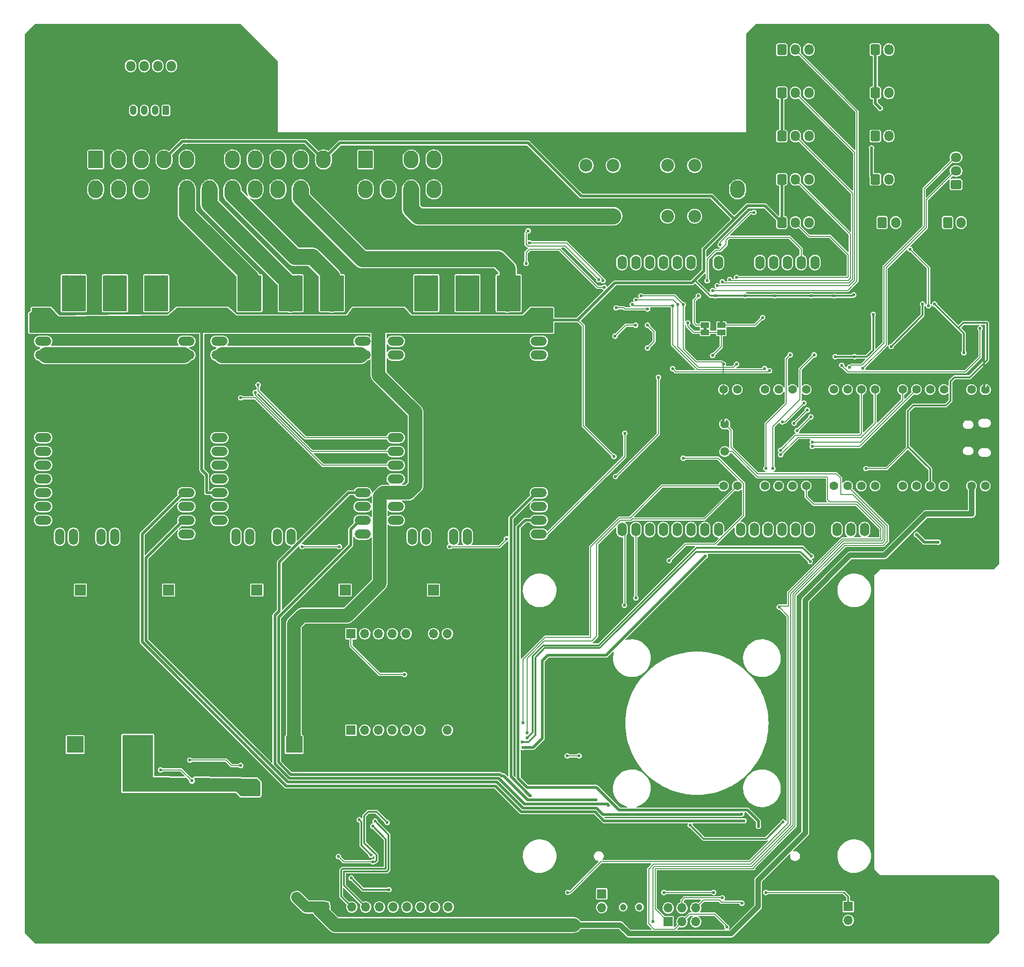
<source format=gbr>
%TF.GenerationSoftware,KiCad,Pcbnew,6.0.11+dfsg-1~bpo11+1*%
%TF.CreationDate,2023-03-23T17:02:29+00:00*%
%TF.ProjectId,OpenMowerMainboard,4f70656e-4d6f-4776-9572-4d61696e626f,rev?*%
%TF.SameCoordinates,Original*%
%TF.FileFunction,Copper,L2,Bot*%
%TF.FilePolarity,Positive*%
%FSLAX46Y46*%
G04 Gerber Fmt 4.6, Leading zero omitted, Abs format (unit mm)*
G04 Created by KiCad (PCBNEW 6.0.11+dfsg-1~bpo11+1) date 2023-03-23 17:02:29*
%MOMM*%
%LPD*%
G01*
G04 APERTURE LIST*
G04 Aperture macros list*
%AMRoundRect*
0 Rectangle with rounded corners*
0 $1 Rounding radius*
0 $2 $3 $4 $5 $6 $7 $8 $9 X,Y pos of 4 corners*
0 Add a 4 corners polygon primitive as box body*
4,1,4,$2,$3,$4,$5,$6,$7,$8,$9,$2,$3,0*
0 Add four circle primitives for the rounded corners*
1,1,$1+$1,$2,$3*
1,1,$1+$1,$4,$5*
1,1,$1+$1,$6,$7*
1,1,$1+$1,$8,$9*
0 Add four rect primitives between the rounded corners*
20,1,$1+$1,$2,$3,$4,$5,0*
20,1,$1+$1,$4,$5,$6,$7,0*
20,1,$1+$1,$6,$7,$8,$9,0*
20,1,$1+$1,$8,$9,$2,$3,0*%
%AMFreePoly0*
4,1,57,0.281438,0.792513,0.314631,0.788760,0.324366,0.782642,0.335575,0.780064,0.361670,0.759195,0.389950,0.741421,0.741668,0.389704,0.759398,0.361385,0.780215,0.335261,0.782772,0.324050,0.788875,0.314303,0.792571,0.281098,0.800000,0.248529,0.800000,-0.248878,0.792513,-0.281438,0.788760,-0.314632,0.782641,-0.324367,0.780064,-0.335575,0.759196,-0.361669,0.741421,-0.389950,
0.389704,-0.741668,0.361385,-0.759398,0.335261,-0.780215,0.324050,-0.782772,0.314303,-0.788875,0.281098,-0.792571,0.248529,-0.800000,-0.248878,-0.800000,-0.281438,-0.792513,-0.314632,-0.788760,-0.324367,-0.782641,-0.335575,-0.780064,-0.361669,-0.759196,-0.389950,-0.741421,-0.741668,-0.389704,-0.759398,-0.361385,-0.780215,-0.335261,-0.782772,-0.324050,-0.788875,-0.314303,-0.792571,-0.281098,
-0.800000,-0.248529,-0.800000,0.248878,-0.792513,0.281438,-0.788760,0.314631,-0.782642,0.324366,-0.780064,0.335575,-0.759195,0.361670,-0.741421,0.389950,-0.389704,0.741668,-0.361385,0.759398,-0.335261,0.780215,-0.324050,0.782772,-0.314303,0.788875,-0.281098,0.792571,-0.248529,0.800000,0.248878,0.800000,0.281438,0.792513,0.281438,0.792513,$1*%
G04 Aperture macros list end*
%TA.AperFunction,ComponentPad*%
%ADD10RoundRect,0.250001X-1.099999X-1.399999X1.099999X-1.399999X1.099999X1.399999X-1.099999X1.399999X0*%
%TD*%
%TA.AperFunction,ComponentPad*%
%ADD11O,2.700000X3.300000*%
%TD*%
%TA.AperFunction,ComponentPad*%
%ADD12RoundRect,0.250000X-0.600000X-0.725000X0.600000X-0.725000X0.600000X0.725000X-0.600000X0.725000X0*%
%TD*%
%TA.AperFunction,ComponentPad*%
%ADD13O,1.700000X1.950000*%
%TD*%
%TA.AperFunction,ComponentPad*%
%ADD14RoundRect,0.249999X0.350001X0.625001X-0.350001X0.625001X-0.350001X-0.625001X0.350001X-0.625001X0*%
%TD*%
%TA.AperFunction,ComponentPad*%
%ADD15O,1.200000X1.750000*%
%TD*%
%TA.AperFunction,ComponentPad*%
%ADD16C,0.900000*%
%TD*%
%TA.AperFunction,ComponentPad*%
%ADD17C,10.000000*%
%TD*%
%TA.AperFunction,ComponentPad*%
%ADD18O,3.000000X1.700000*%
%TD*%
%TA.AperFunction,ComponentPad*%
%ADD19O,1.700000X3.000000*%
%TD*%
%TA.AperFunction,ComponentPad*%
%ADD20R,1.700000X1.700000*%
%TD*%
%TA.AperFunction,ComponentPad*%
%ADD21O,1.700000X1.700000*%
%TD*%
%TA.AperFunction,ComponentPad*%
%ADD22R,2.000000X2.000000*%
%TD*%
%TA.AperFunction,ComponentPad*%
%ADD23C,2.000000*%
%TD*%
%TA.AperFunction,ComponentPad*%
%ADD24C,2.350000*%
%TD*%
%TA.AperFunction,ComponentPad*%
%ADD25R,3.048000X3.048000*%
%TD*%
%TA.AperFunction,ComponentPad*%
%ADD26RoundRect,0.250000X-0.600000X-0.750000X0.600000X-0.750000X0.600000X0.750000X-0.600000X0.750000X0*%
%TD*%
%TA.AperFunction,ComponentPad*%
%ADD27O,1.700000X2.000000*%
%TD*%
%TA.AperFunction,ComponentPad*%
%ADD28RoundRect,0.250000X0.725000X-0.600000X0.725000X0.600000X-0.725000X0.600000X-0.725000X-0.600000X0*%
%TD*%
%TA.AperFunction,ComponentPad*%
%ADD29O,1.950000X1.700000*%
%TD*%
%TA.AperFunction,ComponentPad*%
%ADD30C,1.200000*%
%TD*%
%TA.AperFunction,ComponentPad*%
%ADD31FreePoly0,270.000000*%
%TD*%
%TA.AperFunction,ComponentPad*%
%ADD32C,1.600000*%
%TD*%
%TA.AperFunction,ComponentPad*%
%ADD33RoundRect,0.200000X-0.600000X0.600000X-0.600000X-0.600000X0.600000X-0.600000X0.600000X0.600000X0*%
%TD*%
%TA.AperFunction,ComponentPad*%
%ADD34O,1.727200X2.500000*%
%TD*%
%TA.AperFunction,SMDPad,CuDef*%
%ADD35R,1.500000X1.000000*%
%TD*%
%TA.AperFunction,ViaPad*%
%ADD36C,0.600000*%
%TD*%
%TA.AperFunction,Conductor*%
%ADD37C,0.300000*%
%TD*%
%TA.AperFunction,Conductor*%
%ADD38C,1.000000*%
%TD*%
%TA.AperFunction,Conductor*%
%ADD39C,2.000000*%
%TD*%
%TA.AperFunction,Conductor*%
%ADD40C,0.500000*%
%TD*%
%TA.AperFunction,Conductor*%
%ADD41C,2.500000*%
%TD*%
%TA.AperFunction,Conductor*%
%ADD42C,0.200000*%
%TD*%
%TA.AperFunction,Conductor*%
%ADD43C,3.000000*%
%TD*%
G04 APERTURE END LIST*
%TO.C,JP3*%
G36*
X145900000Y-76700000D02*
G01*
X145300000Y-76700000D01*
X145300000Y-76200000D01*
X145900000Y-76200000D01*
X145900000Y-76700000D01*
G37*
%TO.C,JP2*%
G36*
X148900000Y-75400000D02*
G01*
X148300000Y-75400000D01*
X148300000Y-74900000D01*
X148900000Y-74900000D01*
X148900000Y-75400000D01*
G37*
%TD*%
D10*
%TO.P,J1,1,Pin_1*%
%TO.N,/ESCs/ML_HALL_U*%
X33250000Y-45250000D03*
D11*
%TO.P,J1,2,Pin_2*%
%TO.N,/ESCs/ML_HALL_V*%
X37450000Y-45250000D03*
%TO.P,J1,3,Pin_3*%
%TO.N,/ESCs/ML_HALL_W*%
X41650000Y-45250000D03*
%TO.P,J1,4,Pin_4*%
%TO.N,+5V*%
X45850000Y-45250000D03*
%TO.P,J1,5,Pin_5*%
%TO.N,unconnected-(J1-Pad5)*%
X50050000Y-45250000D03*
%TO.P,J1,6,Pin_6*%
%TO.N,GND*%
X54250000Y-45250000D03*
%TO.P,J1,7,Pin_7*%
%TO.N,/ESCs/MC_TEMP*%
X58450000Y-45250000D03*
%TO.P,J1,8,Pin_8*%
%TO.N,/ESCs/MR_HALL_U*%
X62650000Y-45250000D03*
%TO.P,J1,9,Pin_9*%
%TO.N,/ESCs/MR_HALL_V*%
X66850000Y-45250000D03*
%TO.P,J1,10,Pin_10*%
%TO.N,/ESCs/MR_HALL_W*%
X71050000Y-45250000D03*
%TO.P,J1,11,Pin_11*%
%TO.N,+5V*%
X75250000Y-45250000D03*
%TO.P,J1,12,Pin_12*%
%TO.N,/ESCs/ML_PHASE_W*%
X33250000Y-50750000D03*
%TO.P,J1,13,Pin_13*%
%TO.N,/ESCs/ML_PHASE_V*%
X37450000Y-50750000D03*
%TO.P,J1,14,Pin_14*%
%TO.N,/ESCs/ML_PHASE_U*%
X41650000Y-50750000D03*
%TO.P,J1,15,Pin_15*%
%TO.N,GND*%
X45850000Y-50750000D03*
%TO.P,J1,16,Pin_16*%
%TO.N,/ESCs/MC_PHASE_W*%
X50050000Y-50750000D03*
%TO.P,J1,17,Pin_17*%
%TO.N,/ESCs/MC_PHASE_V*%
X54250000Y-50750000D03*
%TO.P,J1,18,Pin_18*%
%TO.N,/ESCs/MC_PHASE_U*%
X58450000Y-50750000D03*
%TO.P,J1,19,Pin_19*%
%TO.N,/ESCs/MR_PHASE_W*%
X62650000Y-50750000D03*
%TO.P,J1,20,Pin_20*%
%TO.N,/ESCs/MR_PHASE_V*%
X66850000Y-50750000D03*
%TO.P,J1,21,Pin_21*%
%TO.N,/ESCs/MR_PHASE_U*%
X71050000Y-50750000D03*
%TO.P,J1,22,Pin_22*%
%TO.N,GND*%
X75250000Y-50750000D03*
%TD*%
D10*
%TO.P,J2,1,Pin_1*%
%TO.N,Net-(J2-Pad1)*%
X83000000Y-45250000D03*
D11*
%TO.P,J2,2,Pin_2*%
%TO.N,GND*%
X87200000Y-45250000D03*
%TO.P,J2,3,Pin_3*%
%TO.N,Net-(J2-Pad1)*%
X91400000Y-45250000D03*
%TO.P,J2,4,Pin_4*%
%TO.N,unconnected-(J2-Pad4)*%
X95600000Y-45250000D03*
%TO.P,J2,5,Pin_5*%
%TO.N,/RobotConnectors/MosfetSwitch/VOUT*%
X83000000Y-50750000D03*
%TO.P,J2,6,Pin_6*%
%TO.N,unconnected-(J2-Pad6)*%
X87200000Y-50750000D03*
%TO.P,J2,7,Pin_7*%
%TO.N,Net-(F4-Pad1)*%
X91400000Y-50750000D03*
%TO.P,J2,8,Pin_8*%
%TO.N,unconnected-(J2-Pad8)*%
X95600000Y-50750000D03*
%TD*%
D10*
%TO.P,J3,1,Pin_1*%
%TO.N,GND*%
X151600000Y-45250000D03*
D11*
%TO.P,J3,2,Pin_2*%
%TO.N,Net-(F2-Pad2)*%
X151600000Y-50750000D03*
%TD*%
D12*
%TO.P,J13,1,Pin_1*%
%TO.N,+5V*%
X177000000Y-40935000D03*
D13*
%TO.P,J13,2,Pin_2*%
%TO.N,/RobotConnectors/HALL_SWITCH_3_5V*%
X179500000Y-40935000D03*
%TO.P,J13,3,Pin_3*%
%TO.N,GND*%
X182000000Y-40935000D03*
%TD*%
D12*
%TO.P,J14,1,Pin_1*%
%TO.N,+5V*%
X177000000Y-48902500D03*
D13*
%TO.P,J14,2,Pin_2*%
%TO.N,/RobotConnectors/HALL_SWITCH_4_5V*%
X179500000Y-48902500D03*
%TO.P,J14,3,Pin_3*%
%TO.N,GND*%
X182000000Y-48902500D03*
%TD*%
D12*
%TO.P,J5,1,Pin_1*%
%TO.N,+5V*%
X159750000Y-25000000D03*
D13*
%TO.P,J5,2,Pin_2*%
%TO.N,/RobotConnectors/USS_1_TRIGGER_5V*%
X162250000Y-25000000D03*
%TO.P,J5,3,Pin_3*%
%TO.N,/RobotConnectors/USS_1_ECHO_5V*%
X164750000Y-25000000D03*
%TO.P,J5,4,Pin_4*%
%TO.N,GND*%
X167250000Y-25000000D03*
%TD*%
D12*
%TO.P,J6,1,Pin_1*%
%TO.N,+5V*%
X159750000Y-32967500D03*
D13*
%TO.P,J6,2,Pin_2*%
%TO.N,/RobotConnectors/USS_2_TRIGGER_5V*%
X162250000Y-32967500D03*
%TO.P,J6,3,Pin_3*%
%TO.N,/RobotConnectors/USS_2_ECHO_5V*%
X164750000Y-32967500D03*
%TO.P,J6,4,Pin_4*%
%TO.N,GND*%
X167250000Y-32967500D03*
%TD*%
D12*
%TO.P,J7,1,Pin_1*%
%TO.N,+5V*%
X159750000Y-40935000D03*
D13*
%TO.P,J7,2,Pin_2*%
%TO.N,/RobotConnectors/USS_3_TRIGGER_5V*%
X162250000Y-40935000D03*
%TO.P,J7,3,Pin_3*%
%TO.N,/RobotConnectors/USS_3_ECHO_5V*%
X164750000Y-40935000D03*
%TO.P,J7,4,Pin_4*%
%TO.N,GND*%
X167250000Y-40935000D03*
%TD*%
D12*
%TO.P,J8,1,Pin_1*%
%TO.N,+5V*%
X159750000Y-48902500D03*
D13*
%TO.P,J8,2,Pin_2*%
%TO.N,/RobotConnectors/USS_4_TRIGGER_5V*%
X162250000Y-48902500D03*
%TO.P,J8,3,Pin_3*%
%TO.N,/RobotConnectors/USS_4_ECHO_5V*%
X164750000Y-48902500D03*
%TO.P,J8,4,Pin_4*%
%TO.N,GND*%
X167250000Y-48902500D03*
%TD*%
D12*
%TO.P,J9,1,Pin_1*%
%TO.N,+5V*%
X159750000Y-56870000D03*
D13*
%TO.P,J9,2,Pin_2*%
%TO.N,/RobotConnectors/USS_5_TRIGGER_5V*%
X162250000Y-56870000D03*
%TO.P,J9,3,Pin_3*%
%TO.N,/RobotConnectors/USS_5_ECHO_5V*%
X164750000Y-56870000D03*
%TO.P,J9,4,Pin_4*%
%TO.N,GND*%
X167250000Y-56870000D03*
%TD*%
D12*
%TO.P,J12,1,Pin_1*%
%TO.N,+5V*%
X177000000Y-32967500D03*
D13*
%TO.P,J12,2,Pin_2*%
%TO.N,/RobotConnectors/HALL_SWITCH_2_5V*%
X179500000Y-32967500D03*
%TO.P,J12,3,Pin_3*%
%TO.N,GND*%
X182000000Y-32967500D03*
%TD*%
D14*
%TO.P,J10,1,Pin_1*%
%TO.N,+5V*%
X46196000Y-36195000D03*
D15*
%TO.P,J10,2,Pin_2*%
%TO.N,/ESCs/MC_HALL_W*%
X44196000Y-36195000D03*
%TO.P,J10,3,Pin_3*%
%TO.N,/ESCs/MC_HALL_V*%
X42196000Y-36195000D03*
%TO.P,J10,4,Pin_4*%
%TO.N,/ESCs/MC_HALL_U*%
X40196000Y-36195000D03*
%TO.P,J10,5,Pin_5*%
%TO.N,GND*%
X38196000Y-36195000D03*
%TD*%
D12*
%TO.P,J11,1,Pin_1*%
%TO.N,+5V*%
X177000000Y-25000000D03*
D13*
%TO.P,J11,2,Pin_2*%
%TO.N,/RobotConnectors/HALL_SWITCH_1_5V*%
X179500000Y-25000000D03*
%TO.P,J11,3,Pin_3*%
%TO.N,GND*%
X182000000Y-25000000D03*
%TD*%
D16*
%TO.P,H1,1,1*%
%TO.N,GND*%
X23848350Y-32651650D03*
X29151650Y-27348350D03*
X22750000Y-30000000D03*
X30250000Y-30000000D03*
X23848350Y-27348350D03*
X29151650Y-32651650D03*
X26500000Y-26250000D03*
X26500000Y-33750000D03*
D17*
X26500000Y-30000000D03*
%TD*%
D16*
%TO.P,H2,1,1*%
%TO.N,GND*%
X30250000Y-182500000D03*
D17*
X26500000Y-182500000D03*
D16*
X23848350Y-179848350D03*
X22750000Y-182500000D03*
X29151650Y-179848350D03*
X26500000Y-186250000D03*
X29151650Y-185151650D03*
X26500000Y-178750000D03*
X23848350Y-185151650D03*
%TD*%
%TO.P,H3,1,1*%
%TO.N,GND*%
X196151650Y-32651650D03*
X197250000Y-30000000D03*
X193500000Y-26250000D03*
D17*
X193500000Y-30000000D03*
D16*
X193500000Y-33750000D03*
X196151650Y-27348350D03*
X190848350Y-27348350D03*
X190848350Y-32651650D03*
X189750000Y-30000000D03*
%TD*%
%TO.P,H4,1,1*%
%TO.N,GND*%
X193500000Y-186250000D03*
X196151650Y-179848350D03*
X197250000Y-182500000D03*
X190848350Y-185151650D03*
X190848350Y-179848350D03*
X196151650Y-185151650D03*
D17*
X193500000Y-182500000D03*
D16*
X189750000Y-182500000D03*
X193500000Y-178750000D03*
%TD*%
D18*
%TO.P,U5,1,CAN_L*%
%TO.N,unconnected-(U5-Pad1)*%
X56060000Y-111775000D03*
%TO.P,U5,2,CAN_H*%
%TO.N,unconnected-(U5-Pad2)*%
X56060000Y-109235000D03*
%TO.P,U5,3,TEMPERATURE*%
%TO.N,/ESCs/MC_TEMP*%
X56060000Y-104155000D03*
%TO.P,U5,4,HALL_U*%
%TO.N,/ESCs/MC_HALL_U*%
X56060000Y-101615000D03*
%TO.P,U5,5,HALL_V*%
%TO.N,/ESCs/MC_HALL_V*%
X56060000Y-99075000D03*
%TO.P,U5,5V,5V*%
%TO.N,+5V*%
X56060000Y-76215000D03*
X82460000Y-73675000D03*
X82460000Y-76215000D03*
X56060000Y-106695000D03*
X56060000Y-73675000D03*
%TO.P,U5,6,HALL_W*%
%TO.N,/ESCs/MC_HALL_W*%
X56060000Y-96535000D03*
D19*
%TO.P,U5,7,3V3_IN*%
%TO.N,unconnected-(U5-Pad7)*%
X59100000Y-114815000D03*
%TO.P,U5,8,SWDCLK*%
%TO.N,unconnected-(U5-Pad8)*%
X61640000Y-114815000D03*
%TO.P,U5,9,SWDIO*%
%TO.N,unconnected-(U5-Pad9)*%
X66720000Y-114815000D03*
%TO.P,U5,10,RESET*%
%TO.N,unconnected-(U5-Pad10)*%
X69260000Y-114815000D03*
D18*
%TO.P,U5,11,MISO*%
%TO.N,Net-(JP6-Pad2)*%
X82460000Y-114315000D03*
%TO.P,U5,12,MOSI/TX*%
%TO.N,/ESCs/MC_TX*%
X82460000Y-111775000D03*
%TO.P,U5,13,SCK*%
%TO.N,unconnected-(U5-Pad13)*%
X82460000Y-109235000D03*
%TO.P,U5,14,NCS/RX*%
%TO.N,/ESCs/MC_RX*%
X82460000Y-106695000D03*
%TO.P,U5,GND,GND*%
%TO.N,GND*%
X82460000Y-68595000D03*
D19*
X64180000Y-114815000D03*
D18*
X82460000Y-71135000D03*
X56060000Y-93995000D03*
X56060000Y-114315000D03*
X82460000Y-104155000D03*
X56060000Y-68595000D03*
X56060000Y-71135000D03*
D19*
%TO.P,U5,U,U*%
%TO.N,/ESCs/MC_PHASE_U*%
X75610000Y-71635000D03*
X78150000Y-71635000D03*
X78150000Y-68095000D03*
X75610000Y-68095000D03*
%TO.P,U5,V,V*%
%TO.N,/ESCs/MC_PHASE_V*%
X70530000Y-68095000D03*
X67990000Y-71635000D03*
X70530000Y-71635000D03*
X67990000Y-68095000D03*
D18*
%TO.P,U5,VM,VIN*%
%TO.N,V_BATT*%
X56060000Y-78755000D03*
X56060000Y-81295000D03*
X82460000Y-81295000D03*
X82460000Y-78755000D03*
D19*
%TO.P,U5,W,W*%
%TO.N,/ESCs/MC_PHASE_W*%
X60370000Y-68095000D03*
X62910000Y-71635000D03*
X62910000Y-68095000D03*
X60370000Y-71635000D03*
%TD*%
D20*
%TO.P,J51,1,Pin_1*%
%TO.N,/RaspberryPi/RASPI_POWER*%
X126542800Y-180644800D03*
D21*
%TO.P,J51,2,Pin_2*%
%TO.N,+5V*%
X126542800Y-183184800D03*
%TD*%
D22*
%TO.P,C3,1*%
%TO.N,V_BATT*%
X79235005Y-124612400D03*
D23*
%TO.P,C3,2*%
%TO.N,GND*%
X79235005Y-119612400D03*
%TD*%
D24*
%TO.P,F4,1*%
%TO.N,Net-(F4-Pad1)*%
X128675000Y-55700000D03*
X123675000Y-55700000D03*
%TO.P,F4,2*%
%TO.N,/RobotConnectors/V_BATTERY*%
X143675000Y-55700000D03*
X138675000Y-55700000D03*
%TD*%
D22*
%TO.P,C2,1*%
%TO.N,V_BATT*%
X30428020Y-124612400D03*
D23*
%TO.P,C2,2*%
%TO.N,GND*%
X30428020Y-119612400D03*
%TD*%
D18*
%TO.P,U4,1,CAN_L*%
%TO.N,unconnected-(U4-Pad1)*%
X23560000Y-111775000D03*
%TO.P,U4,2,CAN_H*%
%TO.N,unconnected-(U4-Pad2)*%
X23560000Y-109235000D03*
%TO.P,U4,3,TEMPERATURE*%
%TO.N,unconnected-(U4-Pad3)*%
X23560000Y-104155000D03*
%TO.P,U4,4,HALL_U*%
%TO.N,/ESCs/ML_HALL_U*%
X23560000Y-101615000D03*
%TO.P,U4,5,HALL_V*%
%TO.N,/ESCs/ML_HALL_V*%
X23560000Y-99075000D03*
%TO.P,U4,5V,5V*%
%TO.N,+5V*%
X23560000Y-76215000D03*
X49960000Y-73675000D03*
X23560000Y-106695000D03*
X23560000Y-73675000D03*
X49960000Y-76215000D03*
%TO.P,U4,6,HALL_W*%
%TO.N,/ESCs/ML_HALL_W*%
X23560000Y-96535000D03*
D19*
%TO.P,U4,7,3V3_IN*%
%TO.N,unconnected-(U4-Pad7)*%
X26600000Y-114815000D03*
%TO.P,U4,8,SWDCLK*%
%TO.N,unconnected-(U4-Pad8)*%
X29140000Y-114815000D03*
%TO.P,U4,9,SWDIO*%
%TO.N,unconnected-(U4-Pad9)*%
X34220000Y-114815000D03*
%TO.P,U4,10,RESET*%
%TO.N,unconnected-(U4-Pad10)*%
X36760000Y-114815000D03*
D18*
%TO.P,U4,11,MISO*%
%TO.N,Net-(JP6-Pad2)*%
X49960000Y-114315000D03*
%TO.P,U4,12,MOSI/TX*%
%TO.N,/ESCs/ML_TX*%
X49960000Y-111775000D03*
%TO.P,U4,13,SCK*%
%TO.N,unconnected-(U4-Pad13)*%
X49960000Y-109235000D03*
%TO.P,U4,14,NCS/RX*%
%TO.N,/ESCs/ML_RX*%
X49960000Y-106695000D03*
D19*
%TO.P,U4,GND,GND*%
%TO.N,GND*%
X31680000Y-114815000D03*
D18*
X23560000Y-71135000D03*
X23560000Y-114315000D03*
X49960000Y-71135000D03*
X49960000Y-68595000D03*
X23560000Y-93995000D03*
X49960000Y-104155000D03*
X23560000Y-68595000D03*
D19*
%TO.P,U4,U,U*%
%TO.N,/ESCs/ML_PHASE_U*%
X45650000Y-68095000D03*
X43110000Y-71635000D03*
X45650000Y-71635000D03*
X43110000Y-68095000D03*
%TO.P,U4,V,V*%
%TO.N,/ESCs/ML_PHASE_V*%
X38030000Y-71635000D03*
X35490000Y-71635000D03*
X35490000Y-68095000D03*
X38030000Y-68095000D03*
D18*
%TO.P,U4,VM,VIN*%
%TO.N,V_BATT*%
X23560000Y-81295000D03*
X23560000Y-78755000D03*
X49960000Y-81295000D03*
X49960000Y-78755000D03*
D19*
%TO.P,U4,W,W*%
%TO.N,/ESCs/ML_PHASE_W*%
X30410000Y-71635000D03*
X27870000Y-71635000D03*
X30410000Y-68095000D03*
X27870000Y-68095000D03*
%TD*%
D20*
%TO.P,J20,1,Pin_1*%
%TO.N,+5V*%
X75392200Y-183083200D03*
D21*
%TO.P,J20,2,Pin_2*%
%TO.N,GND*%
X77932200Y-183083200D03*
%TO.P,J20,3,Pin_3*%
%TO.N,/IMU/SCK*%
X80472200Y-183083200D03*
%TO.P,J20,4,Pin_4*%
%TO.N,/IMU/MOSI*%
X83012200Y-183083200D03*
%TO.P,J20,5,Pin_5*%
%TO.N,unconnected-(J20-Pad5)*%
X85552200Y-183083200D03*
%TO.P,J20,6,Pin_6*%
%TO.N,unconnected-(J20-Pad6)*%
X88092200Y-183083200D03*
%TO.P,J20,7,Pin_7*%
%TO.N,/IMU/MISO*%
X90632200Y-183083200D03*
%TO.P,J20,8,Pin_8*%
%TO.N,unconnected-(J20-Pad8)*%
X93172200Y-183083200D03*
%TO.P,J20,9,Pin_9*%
%TO.N,/IMU/~{CS}*%
X95712200Y-183083200D03*
%TO.P,J20,10,Pin_10*%
%TO.N,unconnected-(J20-Pad10)*%
X98252200Y-183083200D03*
%TD*%
D18*
%TO.P,U6,1,CAN_L*%
%TO.N,unconnected-(U6-Pad1)*%
X88560000Y-111775000D03*
%TO.P,U6,2,CAN_H*%
%TO.N,unconnected-(U6-Pad2)*%
X88560000Y-109235000D03*
%TO.P,U6,3,TEMPERATURE*%
%TO.N,unconnected-(U6-Pad3)*%
X88560000Y-104155000D03*
%TO.P,U6,4,HALL_U*%
%TO.N,/ESCs/MR_HALL_U*%
X88560000Y-101615000D03*
%TO.P,U6,5,HALL_V*%
%TO.N,/ESCs/MR_HALL_V*%
X88560000Y-99075000D03*
%TO.P,U6,5V,5V*%
%TO.N,+5V*%
X114960000Y-76215000D03*
X114960000Y-73675000D03*
X88560000Y-73675000D03*
X88560000Y-76215000D03*
X88560000Y-106695000D03*
%TO.P,U6,6,HALL_W*%
%TO.N,/ESCs/MR_HALL_W*%
X88560000Y-96535000D03*
D19*
%TO.P,U6,7,3V3_IN*%
%TO.N,unconnected-(U6-Pad7)*%
X91600000Y-114815000D03*
%TO.P,U6,8,SWDCLK*%
%TO.N,unconnected-(U6-Pad8)*%
X94140000Y-114815000D03*
%TO.P,U6,9,SWDIO*%
%TO.N,unconnected-(U6-Pad9)*%
X99220000Y-114815000D03*
%TO.P,U6,10,RESET*%
%TO.N,unconnected-(U6-Pad10)*%
X101760000Y-114815000D03*
D18*
%TO.P,U6,11,MISO*%
%TO.N,Net-(JP6-Pad2)*%
X114960000Y-114315000D03*
%TO.P,U6,12,MOSI/TX*%
%TO.N,/ESCs/MR_TX*%
X114960000Y-111775000D03*
%TO.P,U6,13,SCK*%
%TO.N,unconnected-(U6-Pad13)*%
X114960000Y-109235000D03*
%TO.P,U6,14,NCS/RX*%
%TO.N,/ESCs/MR_RX*%
X114960000Y-106695000D03*
%TO.P,U6,GND,GND*%
%TO.N,GND*%
X114960000Y-104155000D03*
X88560000Y-93995000D03*
X114960000Y-68595000D03*
D19*
X96680000Y-114815000D03*
D18*
X88560000Y-114315000D03*
X88560000Y-68595000D03*
X88560000Y-71135000D03*
X114960000Y-71135000D03*
D19*
%TO.P,U6,U,U*%
%TO.N,/ESCs/MR_PHASE_U*%
X110650000Y-71635000D03*
X108110000Y-71635000D03*
X110650000Y-68095000D03*
X108110000Y-68095000D03*
%TO.P,U6,V,V*%
%TO.N,/ESCs/MR_PHASE_V*%
X100490000Y-68095000D03*
X100490000Y-71635000D03*
X103030000Y-68095000D03*
X103030000Y-71635000D03*
D18*
%TO.P,U6,VM,VIN*%
%TO.N,V_BATT*%
X88560000Y-81295000D03*
X114960000Y-78755000D03*
X114960000Y-81295000D03*
X88560000Y-78755000D03*
D19*
%TO.P,U6,W,W*%
%TO.N,/ESCs/MR_PHASE_W*%
X95410000Y-68095000D03*
X92870000Y-68095000D03*
X95410000Y-71635000D03*
X92870000Y-71635000D03*
%TD*%
D24*
%TO.P,F2,1*%
%TO.N,/RobotConnectors/V_CHARGE*%
X123675000Y-46350000D03*
X128675000Y-46350000D03*
%TO.P,F2,2*%
%TO.N,Net-(F2-Pad2)*%
X138675000Y-46350000D03*
X143675000Y-46350000D03*
%TD*%
D22*
%TO.P,C6,1*%
%TO.N,V_BATT*%
X46697015Y-124612400D03*
D23*
%TO.P,C6,2*%
%TO.N,GND*%
X46697015Y-119612400D03*
%TD*%
D12*
%TO.P,J4,1,Pin_1*%
%TO.N,GND*%
X37200000Y-28000000D03*
D13*
%TO.P,J4,2,Pin_2*%
%TO.N,/ESCs/MC_HALL_U*%
X39700000Y-28000000D03*
%TO.P,J4,3,Pin_3*%
%TO.N,/ESCs/MC_HALL_V*%
X42200000Y-28000000D03*
%TO.P,J4,4,Pin_4*%
%TO.N,/ESCs/MC_HALL_W*%
X44700000Y-28000000D03*
%TO.P,J4,5,Pin_5*%
%TO.N,+5V*%
X47200000Y-28000000D03*
%TD*%
D25*
%TO.P,U1,1,IN-*%
%TO.N,GND*%
X29450000Y-171524000D03*
%TO.P,U1,2,IN+*%
%TO.N,V_BATT*%
X29450000Y-153124000D03*
%TO.P,U1,3,OUT+*%
%TO.N,+5V*%
X69850000Y-153124000D03*
%TO.P,U1,4,OUT-*%
%TO.N,GND*%
X69850000Y-171524000D03*
%TD*%
D22*
%TO.P,C7,1*%
%TO.N,V_BATT*%
X62966010Y-124612400D03*
D23*
%TO.P,C7,2*%
%TO.N,GND*%
X62966010Y-119612400D03*
%TD*%
D22*
%TO.P,C8,1*%
%TO.N,V_BATT*%
X95504000Y-124612400D03*
D23*
%TO.P,C8,2*%
%TO.N,GND*%
X95504000Y-119612400D03*
%TD*%
D26*
%TO.P,J18,1,Pin_1*%
%TO.N,/RobotConnectors/SPEAKER_PLUS*%
X190320000Y-56870000D03*
D27*
%TO.P,J18,2,Pin_2*%
%TO.N,/RobotConnectors/SPEAKER_MINUS*%
X192820000Y-56870000D03*
%TD*%
D26*
%TO.P,J17,1,Pin_1*%
%TO.N,+3V3*%
X178250000Y-56870000D03*
D27*
%TO.P,J17,2,Pin_2*%
%TO.N,/RobotConnectors/RAIN-*%
X180750000Y-56870000D03*
%TD*%
D28*
%TO.P,J19,1,Pin_1*%
%TO.N,+5V*%
X191870000Y-49852500D03*
D29*
%TO.P,J19,2,Pin_2*%
%TO.N,/RobotConnectors/LED_RX*%
X191870000Y-47352500D03*
%TO.P,J19,3,Pin_3*%
%TO.N,/RobotConnectors/LED_TX*%
X191870000Y-44852500D03*
%TO.P,J19,4,Pin_4*%
%TO.N,GND*%
X191870000Y-42352500D03*
%TD*%
D30*
%TO.P,SW1,*%
%TO.N,*%
X130500000Y-183097500D03*
X133500000Y-183097500D03*
%TD*%
D31*
%TO.P,U11,1,GPIO0*%
%TO.N,/RaspberryPi/UART0_RXD*%
X197266544Y-87672104D03*
D32*
%TO.P,U11,2,GPIO1*%
%TO.N,/RaspberryPi/UART0_TXD*%
X194726544Y-87672104D03*
D33*
%TO.P,U11,3,GND*%
%TO.N,GND*%
X192186544Y-87672104D03*
D32*
%TO.P,U11,4,GPIO2*%
%TO.N,/RobotConnectors/HALL_SWITCH_4*%
X189646544Y-87672104D03*
%TO.P,U11,5,GPIO3*%
%TO.N,/RobotConnectors/HALL_SWITCH_3*%
X187106544Y-87672104D03*
%TO.P,U11,6,GPIO4*%
%TO.N,/IMU/MISO*%
X184566544Y-87672104D03*
%TO.P,U11,7,GPIO5*%
%TO.N,/IMU/~{CS}*%
X182026544Y-87672104D03*
D33*
%TO.P,U11,8,GND*%
%TO.N,GND*%
X179486544Y-87672104D03*
D32*
%TO.P,U11,9,GPIO6*%
%TO.N,/IMU/SCK*%
X176946544Y-87672104D03*
%TO.P,U11,10,GPIO7*%
%TO.N,/IMU/MOSI*%
X174406544Y-87672104D03*
%TO.P,U11,11,GPIO8*%
%TO.N,/RobotConnectors/LED_RX*%
X171866544Y-87672104D03*
%TO.P,U11,12,GPIO9*%
%TO.N,/RobotConnectors/LED_TX*%
X169326544Y-87672104D03*
D33*
%TO.P,U11,13,GND*%
%TO.N,GND*%
X166786544Y-87672104D03*
D32*
%TO.P,U11,14,GPIO10*%
%TO.N,Net-(U11-Pad14)*%
X164246544Y-87672104D03*
%TO.P,U11,15,GPIO11*%
%TO.N,/pico/MUX_INPUT*%
X161706544Y-87672104D03*
%TO.P,U11,16,GPIO12*%
%TO.N,/pico/MUX_OUTPUT*%
X159166544Y-87672104D03*
%TO.P,U11,17,GPIO13*%
%TO.N,/pico/MUX_ADDRESS_0*%
X156626544Y-87672104D03*
D33*
%TO.P,U11,18,GND*%
%TO.N,GND*%
X154086544Y-87672104D03*
D32*
%TO.P,U11,19,GPIO14*%
%TO.N,/pico/MUX_ADDRESS_1*%
X151546544Y-87672104D03*
%TO.P,U11,20,GPIO15*%
%TO.N,/pico/MUX_ADDRESS_2*%
X149006544Y-87672104D03*
%TO.P,U11,21,GPIO16*%
%TO.N,/pico/SOUND_TX*%
X149006544Y-105452104D03*
%TO.P,U11,22,GPIO17*%
%TO.N,/pico/SOUND_RX*%
X151546544Y-105452104D03*
D33*
%TO.P,U11,23,GND*%
%TO.N,GND*%
X154086544Y-105452104D03*
D32*
%TO.P,U11,24,GPIO18*%
%TO.N,/RobotConnectors/HALL_SWITCH_1*%
X156626544Y-105452104D03*
%TO.P,U11,25,GPIO19*%
%TO.N,/RobotConnectors/HALL_SWITCH_2*%
X159166544Y-105452104D03*
%TO.P,U11,26,GPIO20*%
%TO.N,/ESCs/ESC_SHUTDOWN*%
X161706544Y-105452104D03*
%TO.P,U11,27,GPIO21*%
%TO.N,/RaspberryPi/POWER_EN*%
X164246544Y-105452104D03*
D33*
%TO.P,U11,28,GND*%
%TO.N,GND*%
X166786544Y-105452104D03*
D32*
%TO.P,U11,29,GPIO22*%
%TO.N,/RobotConnectors/ENABLE_CHARGE*%
X169326544Y-105452104D03*
%TO.P,U11,30,RUN*%
%TO.N,/RaspberryPi/PICO_RESET*%
X171866544Y-105452104D03*
%TO.P,U11,31,GPIO26_ADC0*%
%TO.N,/pico/V_CHARGE*%
X174406544Y-105452104D03*
%TO.P,U11,32,GPIO27_ADC1*%
%TO.N,/pico/V_IN*%
X176946544Y-105452104D03*
D33*
%TO.P,U11,33,AGND*%
%TO.N,GND*%
X179486544Y-105452104D03*
D32*
%TO.P,U11,34,GPIO28_ADC2*%
%TO.N,/CHARGE_CURRENT*%
X182026544Y-105452104D03*
%TO.P,U11,35,ADC_VREF*%
%TO.N,unconnected-(U11-Pad35)*%
X184566544Y-105452104D03*
%TO.P,U11,36,3V3*%
%TO.N,+3V3*%
X187106544Y-105452104D03*
%TO.P,U11,37,3V3_EN*%
%TO.N,unconnected-(U11-Pad37)*%
X189646544Y-105452104D03*
D33*
%TO.P,U11,38,GND*%
%TO.N,GND*%
X192186544Y-105452104D03*
D32*
%TO.P,U11,39,VSYS*%
%TO.N,+5V*%
X194726544Y-105452104D03*
%TO.P,U11,40,VBUS*%
%TO.N,unconnected-(U11-Pad40)*%
X197266544Y-105452104D03*
D31*
%TO.P,U11,41,SWCLK*%
%TO.N,/RaspberryPi/PICO_SWCLK*%
X149236544Y-94022104D03*
D33*
%TO.P,U11,42,SWGND*%
%TO.N,GND*%
X149236544Y-96562104D03*
D32*
%TO.P,U11,43,SWDIO*%
%TO.N,/RaspberryPi/PICO_SWDIO*%
X149236544Y-99102104D03*
%TD*%
D20*
%TO.P,J23,1,Pin_1*%
%TO.N,/pico/SOUND_BUSY*%
X80314800Y-132689600D03*
D21*
%TO.P,J23,2,Pin_2*%
%TO.N,unconnected-(J23-Pad2)*%
X82854800Y-132689600D03*
%TO.P,J23,3,Pin_3*%
%TO.N,unconnected-(J23-Pad3)*%
X85394800Y-132689600D03*
%TO.P,J23,4,Pin_4*%
%TO.N,unconnected-(J23-Pad4)*%
X87934800Y-132689600D03*
%TO.P,J23,5,Pin_5*%
%TO.N,unconnected-(J23-Pad5)*%
X90474800Y-132689600D03*
%TO.P,J23,6,Pin_6*%
%TO.N,GND*%
X93014800Y-132689600D03*
%TO.P,J23,7,Pin_7*%
%TO.N,unconnected-(J23-Pad7)*%
X95554800Y-132689600D03*
%TO.P,J23,8,Pin_8*%
%TO.N,unconnected-(J23-Pad8)*%
X98094800Y-132689600D03*
%TD*%
D20*
%TO.P,J16,1,Pin_1*%
%TO.N,Net-(J16-Pad1)*%
X80314800Y-150469600D03*
D21*
%TO.P,J16,2,Pin_2*%
%TO.N,Net-(J16-Pad2)*%
X82854800Y-150469600D03*
%TO.P,J16,3,Pin_3*%
%TO.N,Net-(J16-Pad3)*%
X85394800Y-150469600D03*
%TO.P,J16,4,Pin_4*%
%TO.N,unconnected-(J16-Pad4)*%
X87934800Y-150469600D03*
%TO.P,J16,5,Pin_5*%
%TO.N,unconnected-(J16-Pad5)*%
X90474800Y-150469600D03*
%TO.P,J16,6,Pin_6*%
%TO.N,/RobotConnectors/SPEAKER_PLUS*%
X93014800Y-150469600D03*
%TO.P,J16,7,Pin_7*%
%TO.N,GND*%
X95554800Y-150469600D03*
%TO.P,J16,8,Pin_8*%
%TO.N,/RobotConnectors/SPEAKER_MINUS*%
X98094800Y-150469600D03*
%TD*%
D20*
%TO.P,J22,1,Pin_1*%
%TO.N,/RaspberryPi/PICO_RESET*%
X138800000Y-185800000D03*
D21*
%TO.P,J22,2,Pin_2*%
%TO.N,Net-(J21-Pad16)*%
X138800000Y-183260000D03*
%TO.P,J22,3,Pin_3*%
%TO.N,/RaspberryPi/PICO_SWDIO*%
X141340000Y-185800000D03*
%TO.P,J22,4,Pin_4*%
%TO.N,Net-(J21-Pad18)*%
X141340000Y-183260000D03*
%TO.P,J22,5,Pin_5*%
%TO.N,/RaspberryPi/PICO_SWCLK*%
X143880000Y-185800000D03*
%TO.P,J22,6,Pin_6*%
%TO.N,Net-(J21-Pad22)*%
X143880000Y-183260000D03*
%TO.P,J22,7,Pin_7*%
%TO.N,GND*%
X146420000Y-185800000D03*
%TO.P,J22,8,Pin_8*%
X146420000Y-183260000D03*
%TD*%
D34*
%TO.P,XA1,*%
%TO.N,*%
X165860000Y-64240000D03*
%TO.P,XA1,3V3,3.3V*%
%TO.N,unconnected-(XA1-Pad3V3)*%
X158240000Y-64240000D03*
%TO.P,XA1,5V1,5V*%
%TO.N,+5V*%
X155700000Y-64240000D03*
%TO.P,XA1,A0,A0*%
%TO.N,unconnected-(XA1-PadA0)*%
X143000000Y-64240000D03*
%TO.P,XA1,A1,A1*%
%TO.N,unconnected-(XA1-PadA1)*%
X140460000Y-64240000D03*
%TO.P,XA1,A2,A2*%
%TO.N,unconnected-(XA1-PadA2)*%
X137920000Y-64240000D03*
%TO.P,XA1,A3,A3*%
%TO.N,unconnected-(XA1-PadA3)*%
X135380000Y-64240000D03*
%TO.P,XA1,A4,A4*%
%TO.N,unconnected-(XA1-PadA4)*%
X132840000Y-64240000D03*
%TO.P,XA1,A5,A5*%
%TO.N,unconnected-(XA1-PadA5)*%
X130300000Y-64240000D03*
%TO.P,XA1,AREF,AREF*%
%TO.N,unconnected-(XA1-PadAREF)*%
X169924000Y-113500000D03*
%TO.P,XA1,D0,D0_RX0*%
%TO.N,/GPS/TXD*%
X130300000Y-113500000D03*
%TO.P,XA1,D1,D1_TX0*%
%TO.N,/GPS/RXD*%
X132840000Y-113500000D03*
%TO.P,XA1,D2,D2_INT0*%
%TO.N,unconnected-(XA1-PadD2)*%
X135380000Y-113500000D03*
%TO.P,XA1,D3,D3_INT1*%
%TO.N,unconnected-(XA1-PadD3)*%
X137920000Y-113500000D03*
%TO.P,XA1,D4,D4*%
%TO.N,unconnected-(XA1-PadD4)*%
X140460000Y-113500000D03*
%TO.P,XA1,D5,D5*%
%TO.N,unconnected-(XA1-PadD5)*%
X143000000Y-113500000D03*
%TO.P,XA1,D6,D6*%
%TO.N,unconnected-(XA1-PadD6)*%
X145540000Y-113500000D03*
%TO.P,XA1,D7,D7*%
%TO.N,unconnected-(XA1-PadD7)*%
X148080000Y-113500000D03*
%TO.P,XA1,D8,D8*%
%TO.N,unconnected-(XA1-PadD8)*%
X152144000Y-113500000D03*
%TO.P,XA1,D9,D9*%
%TO.N,unconnected-(XA1-PadD9)*%
X154684000Y-113500000D03*
%TO.P,XA1,D10,D10_CS*%
%TO.N,unconnected-(XA1-PadD10)*%
X157224000Y-113500000D03*
%TO.P,XA1,D11,D11*%
%TO.N,unconnected-(XA1-PadD11)*%
X159764000Y-113500000D03*
%TO.P,XA1,D12,D12*%
%TO.N,unconnected-(XA1-PadD12)*%
X162304000Y-113500000D03*
%TO.P,XA1,D13,D13*%
%TO.N,unconnected-(XA1-PadD13)*%
X164844000Y-113500000D03*
%TO.P,XA1,GND1,GND*%
%TO.N,GND*%
X167384000Y-113500000D03*
%TO.P,XA1,GND2,GND*%
X153160000Y-64240000D03*
%TO.P,XA1,GND3,GND*%
X150620000Y-64240000D03*
%TO.P,XA1,IORF,IOREF*%
%TO.N,+3V3*%
X163320000Y-64240000D03*
%TO.P,XA1,RST1,RESET*%
%TO.N,unconnected-(XA1-PadRST1)*%
X160780000Y-64240000D03*
%TO.P,XA1,SCL,SCL*%
%TO.N,unconnected-(XA1-PadSCL)*%
X175004000Y-113500000D03*
%TO.P,XA1,SDA,SDA*%
%TO.N,unconnected-(XA1-PadSDA)*%
X172464000Y-113500000D03*
%TO.P,XA1,VIN,VIN*%
%TO.N,unconnected-(XA1-PadVIN)*%
X148080000Y-64240000D03*
%TD*%
D35*
%TO.P,JP3,1,A*%
%TO.N,+3V3*%
X145600000Y-77100000D03*
%TO.P,JP3,2,C*%
%TO.N,Net-(IC1-Pad24)*%
X145600000Y-75800000D03*
%TO.P,JP3,3,B*%
%TO.N,GND*%
X145600000Y-74500000D03*
%TD*%
D20*
%TO.P,M1,1,+*%
%TO.N,/RaspberryPi/RASPI_POWER*%
X172000000Y-183000000D03*
D21*
%TO.P,M1,2,-*%
%TO.N,Net-(D1-Pad2)*%
X172000000Y-185540000D03*
%TD*%
D35*
%TO.P,JP2,1,A*%
%TO.N,GND*%
X148600000Y-74500000D03*
%TO.P,JP2,2,C*%
%TO.N,Net-(IC1-Pad1)*%
X148600000Y-75800000D03*
%TO.P,JP2,3,B*%
%TO.N,+3V3*%
X148600000Y-77100000D03*
%TD*%
D36*
%TO.N,GND*%
X25000000Y-165000000D03*
X102000000Y-41000000D03*
X76000000Y-171000000D03*
X84000000Y-157250000D03*
X155600000Y-45400000D03*
X20990822Y-102999444D03*
X175840622Y-98412800D03*
X20990822Y-67999444D03*
X95600000Y-78600000D03*
X65800000Y-69800000D03*
X144595123Y-97550967D03*
X176000000Y-138000000D03*
X29800000Y-85800000D03*
X87000000Y-178000000D03*
X87897200Y-155803600D03*
X105600000Y-163600000D03*
X130149600Y-145745200D03*
X59000000Y-166000000D03*
X118634000Y-142002000D03*
X77997832Y-189198418D03*
X139200000Y-173600000D03*
X56000000Y-155000000D03*
X135800000Y-47600000D03*
X122634000Y-142002000D03*
X106400000Y-72600000D03*
X167600000Y-162000000D03*
X76000000Y-167000000D03*
X69200000Y-78800000D03*
X115000000Y-100000000D03*
X77000000Y-166349500D03*
X22997832Y-189198418D03*
X191000000Y-120000000D03*
X131800000Y-66600000D03*
X63864000Y-144002000D03*
X49800000Y-59000000D03*
X107410000Y-143002000D03*
X20990822Y-57999444D03*
X176000000Y-63500000D03*
X41000000Y-62000000D03*
X96451023Y-157251023D03*
X162200000Y-45400000D03*
X78000000Y-171000000D03*
X44800000Y-169200000D03*
X186600000Y-92200000D03*
X181000000Y-120000000D03*
X34200000Y-119200000D03*
X115000000Y-95000000D03*
X107000000Y-41000000D03*
X60000000Y-95000000D03*
X106410000Y-142002000D03*
X73000000Y-151000000D03*
X62000000Y-158000000D03*
X175400000Y-58400000D03*
X62997832Y-189198418D03*
X143800000Y-53200000D03*
X142800000Y-79400000D03*
X29000000Y-165000000D03*
X176000000Y-178000000D03*
X74000000Y-152000000D03*
X79000000Y-112600000D03*
X176000000Y-21000000D03*
X28800000Y-54600000D03*
X199000000Y-70000000D03*
X87997832Y-189198418D03*
X167997832Y-189198418D03*
X95000000Y-95000000D03*
X129962411Y-173437589D03*
X149800000Y-81400000D03*
X62246000Y-140002000D03*
X76000000Y-154000000D03*
X199000000Y-45000000D03*
X199000000Y-110000000D03*
X147000000Y-41000000D03*
X109800000Y-86400000D03*
X97786139Y-67813861D03*
X81136000Y-142002000D03*
X121158000Y-147320000D03*
X55000000Y-166000000D03*
X117997832Y-189198418D03*
X26000000Y-162000000D03*
X109423911Y-177623911D03*
X192997832Y-189198418D03*
X79518000Y-142002000D03*
X54000000Y-164000000D03*
X73000000Y-165000000D03*
X60000000Y-164000000D03*
X81136000Y-140002000D03*
X108410000Y-143620000D03*
X82000000Y-161750000D03*
X121200000Y-173600000D03*
X143600000Y-69400000D03*
X137000000Y-41000000D03*
X30000000Y-90000000D03*
X60000000Y-166000000D03*
X196000000Y-53000000D03*
X65991231Y-38997250D03*
X54000000Y-165000000D03*
X199000000Y-95000000D03*
X20990822Y-147999444D03*
X30000000Y-95000000D03*
X91897200Y-154185600D03*
X58000000Y-166000000D03*
X79000000Y-153000000D03*
X112997832Y-189198418D03*
X73914000Y-120904000D03*
X152997832Y-189198418D03*
X97000000Y-41000000D03*
X20990822Y-117999444D03*
X100000000Y-95000000D03*
X147997832Y-189198418D03*
X24384000Y-120142000D03*
X20990822Y-47999444D03*
X99568000Y-167894000D03*
X199000000Y-80000000D03*
X50000000Y-91800000D03*
X63246000Y-141002000D03*
X45200000Y-97800000D03*
X176000000Y-120000000D03*
X133200000Y-95800000D03*
X134000000Y-169198003D03*
X128200000Y-63800000D03*
X23000000Y-21000000D03*
X76000000Y-169000000D03*
X79248000Y-121412000D03*
X124100000Y-158600000D03*
X106400000Y-70400000D03*
X34600000Y-108200000D03*
X45800000Y-169200000D03*
X20990822Y-22999444D03*
X35000000Y-105000000D03*
X102870000Y-167640000D03*
X100000000Y-120000000D03*
X20990822Y-137999444D03*
X119400000Y-158200000D03*
X110000000Y-182600000D03*
X95000000Y-100000000D03*
X163000000Y-37400000D03*
X25000000Y-161000000D03*
X126136400Y-185318400D03*
X152000000Y-41000000D03*
X20990822Y-112999444D03*
X43000000Y-21000000D03*
X86897200Y-155185600D03*
X117000000Y-41000000D03*
X44800000Y-166200000D03*
X113400000Y-168000000D03*
X131409500Y-116800000D03*
X44800000Y-167200000D03*
X153600000Y-179600000D03*
X116634000Y-142002000D03*
X20990822Y-107999444D03*
X199000000Y-35000000D03*
X74000000Y-167000000D03*
X20990822Y-72999444D03*
X106000000Y-157000000D03*
X20990822Y-27999444D03*
X188600000Y-62400000D03*
X108204000Y-171450000D03*
X194200000Y-103400000D03*
X95000000Y-105000000D03*
X87897200Y-154185600D03*
X35000000Y-100000000D03*
X106000000Y-67800000D03*
X30000000Y-162000000D03*
X35000000Y-95000000D03*
X45600000Y-56000000D03*
X74000000Y-154000000D03*
X199000000Y-105000000D03*
X61000000Y-157000000D03*
X176000000Y-163000000D03*
X199000000Y-55000000D03*
X75000000Y-90000000D03*
X139700000Y-103700000D03*
X67000000Y-41000000D03*
X77000000Y-163000000D03*
X24800000Y-130600000D03*
X146400000Y-62200000D03*
X159800000Y-166200000D03*
X114800000Y-117800000D03*
X142000000Y-41000000D03*
X20990822Y-172999444D03*
X176000000Y-168000000D03*
X117094000Y-150977600D03*
X128800000Y-90600000D03*
X53000000Y-21000000D03*
X63000000Y-165000000D03*
X60000000Y-100000000D03*
X46000000Y-156000000D03*
X45800000Y-166200000D03*
X20990822Y-77999444D03*
X126600000Y-108600000D03*
X176000000Y-143000000D03*
X20990822Y-157999444D03*
X199000000Y-120000000D03*
X81518000Y-146002000D03*
X132000000Y-186000000D03*
X139735500Y-107204011D03*
X92000000Y-172000000D03*
X58000000Y-21000000D03*
X70000000Y-90000000D03*
X73000000Y-172000000D03*
X20990822Y-52999444D03*
X81000000Y-41000000D03*
X73000000Y-168000000D03*
X83000000Y-161749500D03*
X199000000Y-60000000D03*
X149400000Y-173600000D03*
X131600000Y-50400000D03*
X72000000Y-41000000D03*
X127997832Y-189198418D03*
X91897200Y-155803600D03*
X78435200Y-151144500D03*
X20990822Y-82999444D03*
X29600000Y-49600000D03*
X74000000Y-169000000D03*
X75000000Y-170000000D03*
X75000000Y-163000000D03*
X63200000Y-79000000D03*
X75400000Y-79000000D03*
X52500000Y-120000000D03*
X79518000Y-144002000D03*
X131800000Y-119800000D03*
X45800000Y-167200000D03*
X96000000Y-175000000D03*
X185920000Y-80720000D03*
X137997832Y-189198418D03*
X63246000Y-145002000D03*
X47997832Y-189198418D03*
X128230814Y-65600000D03*
X74000000Y-164000000D03*
X36800000Y-84200000D03*
X116200000Y-168600000D03*
X186000000Y-21000000D03*
X88897200Y-155185600D03*
X20984129Y-187598534D03*
X104410000Y-143620000D03*
X79000000Y-170000000D03*
X171000000Y-21000000D03*
X176000000Y-128000000D03*
X108458000Y-118364000D03*
X77000000Y-168000000D03*
X154200000Y-29400000D03*
X45720000Y-145002000D03*
X151800000Y-73800000D03*
X56642000Y-118618000D03*
X20990822Y-37999444D03*
X121634000Y-143002000D03*
X42997832Y-189198418D03*
X98094800Y-120853200D03*
X62000000Y-157000000D03*
X99800000Y-88000000D03*
X110000000Y-100000000D03*
X97997832Y-189198418D03*
X20990822Y-162999444D03*
X107800000Y-78800000D03*
X79200000Y-52600000D03*
X100000000Y-105000000D03*
X79000000Y-168000000D03*
X86709266Y-166290734D03*
X45800000Y-165200000D03*
X150200000Y-123400000D03*
X105000000Y-80800000D03*
X45800000Y-164200000D03*
X20990822Y-127999444D03*
X44720000Y-140002000D03*
X96457182Y-154817000D03*
X79500000Y-157500000D03*
X77000000Y-172000000D03*
X181000000Y-21000000D03*
X199000000Y-40000000D03*
X78000000Y-169000000D03*
X82000000Y-157250000D03*
X167600000Y-167600000D03*
X29000000Y-163000000D03*
X178943235Y-94143235D03*
X62000000Y-166000000D03*
X122634000Y-143620000D03*
X105410000Y-143002000D03*
X32997832Y-189198418D03*
X81136000Y-144002000D03*
X102410000Y-144002000D03*
X176000000Y-158000000D03*
X167800000Y-138200000D03*
X105000000Y-67600000D03*
X89897200Y-155803600D03*
X146200000Y-58400000D03*
X33000000Y-21000000D03*
X46720000Y-146002000D03*
X77000000Y-170000000D03*
X50200000Y-65400000D03*
X28000000Y-164000000D03*
X72600000Y-110600000D03*
X27000000Y-161000000D03*
X98000000Y-70400000D03*
X46338000Y-144002000D03*
X120634000Y-143620000D03*
X20990822Y-92999444D03*
X46800000Y-169200000D03*
X90897200Y-155185600D03*
X57000000Y-166000000D03*
X85750000Y-164000000D03*
X131300000Y-91700000D03*
X73000000Y-170000000D03*
X117634000Y-143002000D03*
X75000000Y-172000000D03*
X166000000Y-21000000D03*
X31000000Y-163000000D03*
X80518000Y-143002000D03*
X199000000Y-23600000D03*
X167800000Y-152600000D03*
X82500000Y-120000000D03*
X149200000Y-168600000D03*
X112000000Y-41000000D03*
X142997832Y-189198418D03*
X172997832Y-189198418D03*
X149200000Y-179000000D03*
X115000000Y-92200000D03*
X75000000Y-168000000D03*
X77000000Y-153000000D03*
X46800000Y-164200000D03*
X33400000Y-64400000D03*
X134400000Y-118400000D03*
X20990822Y-32999444D03*
X191000000Y-21000000D03*
X133000000Y-55000000D03*
X47800000Y-164200000D03*
X61000000Y-166000000D03*
X48200000Y-94800000D03*
X46800000Y-168200000D03*
X45720000Y-141002000D03*
X78000000Y-152000000D03*
X92997832Y-189198418D03*
X132200000Y-183000000D03*
X155000000Y-124800000D03*
X115400000Y-179000000D03*
X79518000Y-140002000D03*
X151200000Y-77600000D03*
X48100000Y-163000000D03*
X61000000Y-165000000D03*
X59200000Y-85000000D03*
X175000000Y-34600000D03*
X176000000Y-148000000D03*
X80518000Y-145002000D03*
X62000000Y-164000000D03*
X38000000Y-21000000D03*
X27000000Y-165000000D03*
X50000000Y-120000000D03*
X73200000Y-48200000D03*
X75000000Y-165000000D03*
X20990822Y-97999444D03*
X36600000Y-79200000D03*
X93000000Y-167500000D03*
X31200000Y-108000000D03*
X20990822Y-132999444D03*
X100634800Y-183794400D03*
X195800000Y-66400000D03*
X84800000Y-92200000D03*
X108410000Y-142002000D03*
X157800000Y-79800000D03*
X45720000Y-143002000D03*
X89000000Y-167500000D03*
X82997832Y-189198418D03*
X58928000Y-180086000D03*
X46800000Y-166200000D03*
X20990822Y-87999444D03*
X120800000Y-167400000D03*
X25000000Y-163000000D03*
X30000000Y-100000000D03*
X134580359Y-123611569D03*
X79000000Y-172000000D03*
X170000000Y-166400000D03*
X70000000Y-105000000D03*
X65600000Y-72200000D03*
X26000000Y-164000000D03*
X127800000Y-85000000D03*
X76800000Y-85800000D03*
X132000000Y-41000000D03*
X20990822Y-122999444D03*
X32400000Y-110400000D03*
X62246000Y-144002000D03*
X102410000Y-142002000D03*
X46338000Y-142002000D03*
X44945500Y-121200000D03*
X85750000Y-163000000D03*
X62200000Y-24600000D03*
X44720000Y-144002000D03*
X46000000Y-155000000D03*
X153600000Y-181400000D03*
X136480966Y-121681216D03*
X55000000Y-155000000D03*
X90000000Y-120000000D03*
X161000000Y-21000000D03*
X142600000Y-179400000D03*
X57997832Y-189198418D03*
X20990822Y-62999444D03*
X42800000Y-79000000D03*
X60000000Y-105000000D03*
X47600000Y-99000000D03*
X179000000Y-46200000D03*
X78000000Y-164000000D03*
X64246000Y-146002000D03*
X34600000Y-61600000D03*
X77000000Y-165000000D03*
X88595200Y-115976400D03*
X29000000Y-161000000D03*
X108204000Y-121158000D03*
X113538000Y-119888000D03*
X76600000Y-179800000D03*
X186000000Y-178000000D03*
X20990822Y-167999444D03*
X46800000Y-165200000D03*
X127203200Y-147370800D03*
X50000000Y-97200000D03*
X199000000Y-100000000D03*
X76000000Y-152000000D03*
X181000000Y-68500000D03*
X127000000Y-41000000D03*
X35000000Y-90000000D03*
X75000000Y-153000000D03*
X116634000Y-144002000D03*
X103410000Y-143002000D03*
X99060000Y-170942000D03*
X79000000Y-163000000D03*
X100000000Y-100000000D03*
X132534575Y-179850500D03*
X199000000Y-75000000D03*
X105000000Y-69600000D03*
X189800000Y-100800000D03*
X199000000Y-115000000D03*
X55000000Y-165000000D03*
X110000000Y-95000000D03*
X20990822Y-177999444D03*
X84500000Y-171500000D03*
X62246000Y-142002000D03*
X63000000Y-166000000D03*
X143200000Y-86400000D03*
X61000000Y-158000000D03*
X62200000Y-182600000D03*
X187997832Y-189198418D03*
X72997832Y-189198418D03*
X107997832Y-189198418D03*
X100000000Y-110000000D03*
X154800000Y-48000000D03*
X78000000Y-167000000D03*
X102997832Y-189198418D03*
X63864000Y-142002000D03*
X181000000Y-178000000D03*
X132997832Y-189198418D03*
X176000000Y-153000000D03*
X85897200Y-156185600D03*
X29200000Y-119000000D03*
X72943657Y-166304301D03*
X31000000Y-165000000D03*
X76000000Y-164000000D03*
X46800000Y-167200000D03*
X20990822Y-142999444D03*
X108074287Y-157946730D03*
X135800000Y-117000000D03*
X27000000Y-163000000D03*
X58928000Y-31750000D03*
X182997832Y-189198418D03*
X138400000Y-88800000D03*
X65991231Y-33997250D03*
X187400000Y-41000000D03*
X62246000Y-146002000D03*
X30000000Y-164000000D03*
X119634000Y-143002000D03*
X147200000Y-128600000D03*
X73000000Y-88200000D03*
X48000000Y-21000000D03*
X154200000Y-39400000D03*
X124460000Y-182372000D03*
X40800000Y-65400000D03*
X162997832Y-189198418D03*
X148598058Y-186800208D03*
X176500000Y-67500000D03*
X166800000Y-61800000D03*
X89999500Y-157901997D03*
X156000000Y-21000000D03*
X79000000Y-166349500D03*
X72600000Y-92200000D03*
X79518000Y-146002000D03*
X78000000Y-154000000D03*
X79800000Y-110600000D03*
X65000000Y-100000000D03*
X93000000Y-41000000D03*
X37997832Y-189198418D03*
X186000000Y-120000000D03*
X67997832Y-189198418D03*
X157997832Y-189198418D03*
X122000000Y-41000000D03*
X104410000Y-142002000D03*
X79200000Y-56200000D03*
X77000000Y-41000000D03*
X59690000Y-121158000D03*
X196000000Y-21000000D03*
X147200000Y-73800000D03*
X196000000Y-120000000D03*
X27997832Y-189198418D03*
X61000000Y-156000000D03*
X28000000Y-162000000D03*
X137400000Y-69400000D03*
X106400000Y-87400000D03*
X177997832Y-189198418D03*
X44720000Y-146002000D03*
X73200000Y-69800000D03*
X85897200Y-154185600D03*
X199000000Y-65000000D03*
X177400000Y-45000000D03*
X52997832Y-189198418D03*
X30000000Y-105000000D03*
X82350500Y-156000000D03*
X20990822Y-152999444D03*
X65000000Y-105000000D03*
X160274000Y-95504000D03*
X63864000Y-140002000D03*
X78200000Y-45200000D03*
X46338000Y-140002000D03*
X79600000Y-48600000D03*
X154200000Y-24800000D03*
X45800000Y-168200000D03*
X124206000Y-179400000D03*
X28000000Y-21000000D03*
X110000000Y-105000000D03*
X64000000Y-164000000D03*
X73000000Y-163000000D03*
X68600000Y-108800000D03*
X122997832Y-189198418D03*
X89897200Y-154185600D03*
X31000000Y-161000000D03*
X73000000Y-153000000D03*
X101092000Y-175006000D03*
X199000000Y-50000000D03*
X72800000Y-72000000D03*
X83000000Y-178500000D03*
X80518000Y-141002000D03*
X63246000Y-143002000D03*
X20990822Y-42999444D03*
X63000000Y-158000000D03*
X106410000Y-143620000D03*
X105200000Y-71600000D03*
X120634000Y-142002000D03*
X48800000Y-63800000D03*
X118634000Y-143620000D03*
X154200000Y-34400000D03*
X134200000Y-83400000D03*
X186800000Y-30600000D03*
X171800000Y-137000000D03*
X56000000Y-166000000D03*
X75000000Y-166349500D03*
X75000000Y-151000000D03*
X184000000Y-65000000D03*
X77000000Y-151144500D03*
X91948000Y-118110000D03*
X44800000Y-168200000D03*
X176000000Y-133000000D03*
X65000000Y-95000000D03*
X74000000Y-171000000D03*
X65991231Y-28997250D03*
X44720000Y-142002000D03*
X79000000Y-165000000D03*
X101200000Y-80800000D03*
X30600000Y-78800000D03*
X94200000Y-84800000D03*
X97800000Y-72600000D03*
%TO.N,+5V*%
X107442002Y-186400000D03*
X71000000Y-182000000D03*
X177900000Y-35800000D03*
X173000000Y-70200000D03*
X73400000Y-183400000D03*
X169400000Y-70400000D03*
X71700000Y-182700000D03*
X153000000Y-70358000D03*
X72400000Y-183400000D03*
X158400000Y-70400000D03*
X70300000Y-181300000D03*
X176300000Y-43100000D03*
X165200000Y-70400000D03*
X128800000Y-100000000D03*
X122400000Y-186400000D03*
X50000000Y-41910000D03*
X121400000Y-186400000D03*
X147600000Y-70400000D03*
%TO.N,/GPS/RXD*%
X132842000Y-126085600D03*
%TO.N,/GPS/TXD*%
X130726256Y-127435927D03*
%TO.N,/RobotConnectors/RAIN-*%
X183400000Y-61800000D03*
X186800000Y-72200000D03*
%TO.N,/RobotConnectors/USS_1_TRIGGER_5V*%
X147000000Y-69400000D03*
%TO.N,/RobotConnectors/USS_2_TRIGGER_5V*%
X147850500Y-68518023D03*
%TO.N,/RobotConnectors/USS_3_TRIGGER_5V*%
X148800000Y-67800000D03*
%TO.N,/RobotConnectors/USS_4_TRIGGER_5V*%
X150176089Y-67376089D03*
%TO.N,/RobotConnectors/USS_5_TRIGGER_5V*%
X151400000Y-67000000D03*
%TO.N,/RobotConnectors/LED_RX*%
X174701200Y-83769200D03*
%TO.N,/RaspberryPi/RASPI_POWER*%
X147200000Y-180400000D03*
X156800000Y-180400000D03*
X138000000Y-180400000D03*
%TO.N,Net-(J21-Pad19)*%
X160000000Y-167400000D03*
X142875000Y-168021000D03*
%TO.N,/RobotConnectors/LED_TX*%
X172212000Y-83566000D03*
%TO.N,+3V3*%
X87325200Y-179882800D03*
X173200000Y-81600000D03*
X188600000Y-115800000D03*
X142400000Y-75400000D03*
X169600000Y-81600000D03*
X187920000Y-71920000D03*
X184600000Y-114400000D03*
X193320000Y-80870500D03*
X112014000Y-153670000D03*
X145669003Y-118350990D03*
X146000000Y-67600000D03*
X147000000Y-81400000D03*
X165100000Y-92710000D03*
X162560000Y-95250000D03*
X135000000Y-72800000D03*
X175260000Y-102235000D03*
X129200000Y-72600000D03*
X80375700Y-177752000D03*
X176600000Y-73800000D03*
%TO.N,/RaspberryPi/POWER_EN*%
X120294400Y-180390800D03*
X159300000Y-127800000D03*
%TO.N,V_BATT*%
X60000000Y-161000000D03*
X41000000Y-154000000D03*
X62000000Y-162000000D03*
X63000000Y-161000000D03*
X61000000Y-162000000D03*
X39000000Y-161000000D03*
X39000000Y-153000000D03*
X42000000Y-153000000D03*
X63000000Y-162000000D03*
X63000000Y-160000000D03*
X43000000Y-152000000D03*
X41000000Y-160000000D03*
X62000000Y-160000000D03*
X41000000Y-161000000D03*
X39000000Y-154000000D03*
X42000000Y-152000000D03*
X40000000Y-152000000D03*
X39000000Y-152000000D03*
X40000000Y-154000000D03*
X43000000Y-154000000D03*
X40000000Y-153000000D03*
X42000000Y-154000000D03*
X43000000Y-153000000D03*
X60000000Y-162000000D03*
X39000000Y-160000000D03*
X61000000Y-160000000D03*
X41000000Y-152000000D03*
X62000000Y-161000000D03*
X41000000Y-153000000D03*
X61000000Y-161000000D03*
X60000000Y-160000000D03*
%TO.N,/RobotConnectors/USS_5_TRIGGER*%
X129000000Y-77800000D03*
X132800000Y-75800000D03*
%TO.N,/RobotConnectors/USS_5_ECHO*%
X135000000Y-75800000D03*
X135000000Y-80000000D03*
%TO.N,/RobotConnectors/HALL_SWITCH_2*%
X158115000Y-102235000D03*
X165735000Y-81280000D03*
%TO.N,/RobotConnectors/HALL_SWITCH_1*%
X161290000Y-81280000D03*
X156845000Y-102235000D03*
%TO.N,/RAIN_DETECTED*%
X170815000Y-83200000D03*
X196320000Y-76400000D03*
%TO.N,/ESCs/MR_HALL_U*%
X60000000Y-89199010D03*
%TO.N,/ESCs/MR_HALL_V*%
X62660156Y-88187667D03*
%TO.N,/ESCs/MR_HALL_W*%
X63200000Y-86800000D03*
%TO.N,/CHARGE_CURRENT*%
X164465000Y-91440000D03*
X162031411Y-93873589D03*
%TO.N,/RaspberryPi/PICO_SWDIO*%
X149600000Y-186800000D03*
%TO.N,/RaspberryPi/PICO_SWCLK*%
X136000000Y-185800000D03*
%TO.N,/pico/V_CHARGE*%
X154600000Y-55000000D03*
X148400000Y-61000000D03*
%TO.N,Net-(R45-Pad2)*%
X185720000Y-71920000D03*
X179920000Y-79720000D03*
%TO.N,/ESCs/ML_TX*%
X152349200Y-165949500D03*
%TO.N,/ESCs/ML_RX*%
X152806400Y-167182800D03*
%TO.N,/ESCs/MC_RX*%
X127783000Y-164317000D03*
%TO.N,/ESCs/MC_TX*%
X125508000Y-163322000D03*
%TO.N,/ESCs/MR_TX*%
X155448002Y-168200000D03*
%TO.N,/ESCs/MR_RX*%
X113371378Y-162572500D03*
%TO.N,/IMU/SCK*%
X159537400Y-99695000D03*
X84324750Y-168175250D03*
%TO.N,/pico/SOUND_TX*%
X112014000Y-149098000D03*
%TO.N,/pico/SOUND_BUSY*%
X137000000Y-85400000D03*
X129100000Y-103687184D03*
X90170000Y-140208000D03*
%TO.N,/IMU/MOSI*%
X159530752Y-98853826D03*
X84750000Y-167250000D03*
%TO.N,/IMU/MISO*%
X165354000Y-98145600D03*
X78000000Y-173750000D03*
X84359200Y-174752000D03*
X87000000Y-167500000D03*
%TO.N,/pico/SOUND_RX*%
X112776000Y-150973468D03*
%TO.N,Net-(J21-Pad18)*%
X148800000Y-181400000D03*
%TO.N,Net-(J21-Pad22)*%
X152400000Y-182400000D03*
%TO.N,/pico/MUX_ADDRESS_2*%
X141600000Y-72000000D03*
X133800000Y-70400000D03*
X149000000Y-82999500D03*
%TO.N,/pico/MUX_ADDRESS_1*%
X132875500Y-71163365D03*
X140600000Y-72000000D03*
X151400000Y-82999500D03*
%TO.N,/pico/MUX_ADDRESS_0*%
X156600000Y-83784500D03*
X139600000Y-72200000D03*
X132200000Y-72000000D03*
%TO.N,/pico/MUX_INPUT*%
X139600000Y-83800000D03*
X157480000Y-84200000D03*
%TO.N,Net-(IC1-Pad1)*%
X156200000Y-74400000D03*
%TO.N,Net-(IC1-Pad24)*%
X144400000Y-70400000D03*
%TO.N,/RobotConnectors/SPEAKER_PLUS*%
X165200000Y-118400000D03*
X112776000Y-151892000D03*
%TO.N,/RobotConnectors/SPEAKER_MINUS*%
X165000000Y-119400000D03*
X111874500Y-152654000D03*
%TO.N,/RobotConnectors/CHARGE_SHUNT_PLUS*%
X126800000Y-67600000D03*
X113200000Y-60600000D03*
%TO.N,/RobotConnectors/CHARGE_SHUNT_MINUS*%
X113000500Y-58400000D03*
X126000000Y-67400000D03*
%TO.N,Net-(C15-Pad2)*%
X45200000Y-157800000D03*
X51000000Y-159800000D03*
%TO.N,Net-(C17-Pad1)*%
X50600000Y-156000000D03*
X60000000Y-157000000D03*
%TO.N,/RobotConnectors/ENABLE_CHARGE*%
X112600000Y-64400000D03*
X126999501Y-68799501D03*
%TO.N,Net-(U11-Pad14)*%
X122368001Y-155203199D03*
X120203199Y-155203199D03*
X163830000Y-90170000D03*
X141605000Y-100330000D03*
X159837755Y-93616223D03*
X139000000Y-119200000D03*
%TO.N,Net-(JP6-Pad2)*%
X71302823Y-116640000D03*
X98501200Y-116639998D03*
X130801000Y-95749000D03*
X109000000Y-115200000D03*
X78172000Y-116639998D03*
%TO.N,/IMU/~{CS}*%
X81850500Y-167000000D03*
X165354000Y-97332800D03*
X84000000Y-173500000D03*
%TD*%
D37*
%TO.N,+5V*%
X165200000Y-70400000D02*
X169400000Y-70400000D01*
D38*
X122400000Y-186400000D02*
X130000000Y-186400000D01*
D39*
X72083200Y-183083200D02*
X71700000Y-182700000D01*
D40*
X177000000Y-25000000D02*
X177000000Y-32967500D01*
D39*
X75392200Y-183083200D02*
X72083200Y-183083200D01*
D40*
X145400000Y-61800000D02*
X151000000Y-56200000D01*
D37*
X152958000Y-70400000D02*
X153000000Y-70358000D01*
D38*
X155400000Y-183000000D02*
X155400000Y-178102000D01*
D40*
X114460000Y-73675000D02*
X114460000Y-74860000D01*
D38*
X155400000Y-178102000D02*
X164084000Y-169418000D01*
D40*
X176300000Y-48202500D02*
X177000000Y-48902500D01*
D41*
X89060000Y-106695000D02*
X86305000Y-106695000D01*
D40*
X52815000Y-102472881D02*
X52815000Y-76215000D01*
D41*
X90905000Y-106695000D02*
X92200000Y-105400000D01*
D40*
X176300000Y-43100000D02*
X176300000Y-48202500D01*
X75250000Y-45250000D02*
X71910000Y-41910000D01*
X146800000Y-52000000D02*
X122800000Y-52000000D01*
D42*
X128800000Y-100000000D02*
X123139200Y-94339200D01*
D40*
X153400000Y-53800000D02*
X156680000Y-53800000D01*
D41*
X85600000Y-107400000D02*
X85600000Y-123340400D01*
D40*
X177000000Y-34900000D02*
X177900000Y-35800000D01*
D41*
X89060000Y-106695000D02*
X90905000Y-106695000D01*
D38*
X194800000Y-110600000D02*
X194800000Y-105520000D01*
D41*
X121400000Y-186400000D02*
X77383200Y-186400000D01*
X85409520Y-85009520D02*
X85409520Y-76409520D01*
D40*
X71910000Y-41910000D02*
X50000000Y-41910000D01*
X150200000Y-57000000D02*
X153400000Y-53800000D01*
X56560000Y-106695000D02*
X53695000Y-106695000D01*
D38*
X164084000Y-169418000D02*
X164084000Y-126492000D01*
D40*
X145400000Y-65800000D02*
X145400000Y-61800000D01*
D37*
X153042000Y-70400000D02*
X153000000Y-70358000D01*
D38*
X164084000Y-126492000D02*
X172339000Y-118237000D01*
D40*
X49460000Y-76215000D02*
X52815000Y-76215000D01*
X122800000Y-52000000D02*
X113000000Y-42200000D01*
D41*
X79603600Y-129336800D02*
X71323200Y-129336800D01*
D37*
X158400000Y-70400000D02*
X153042000Y-70400000D01*
D40*
X52815000Y-76215000D02*
X56560000Y-76215000D01*
D41*
X71323200Y-129336800D02*
X69800000Y-130860000D01*
D40*
X177000000Y-32967500D02*
X177000000Y-34900000D01*
X129000000Y-68000000D02*
X143200000Y-68000000D01*
D41*
X85600000Y-123340400D02*
X79603600Y-129336800D01*
D38*
X130000000Y-186400000D02*
X131600000Y-188000000D01*
D40*
X114460000Y-74860000D02*
X122140000Y-74860000D01*
X114460000Y-74860000D02*
X114460000Y-76215000D01*
D38*
X178689000Y-118237000D02*
X186326000Y-110600000D01*
D40*
X53695000Y-103352881D02*
X52815000Y-102472881D01*
X122140000Y-74860000D02*
X129000000Y-68000000D01*
D41*
X86305000Y-106695000D02*
X85600000Y-107400000D01*
X69800000Y-130860000D02*
X69800000Y-153074000D01*
D42*
X123139200Y-94339200D02*
X123139200Y-75859200D01*
D40*
X159750000Y-32967500D02*
X159750000Y-40935000D01*
D37*
X158400000Y-70400000D02*
X165200000Y-70400000D01*
D40*
X143700000Y-67500000D02*
X145400000Y-65800000D01*
D41*
X77383200Y-186400000D02*
X74523600Y-183540400D01*
D39*
X71700000Y-182700000D02*
X71000000Y-182000000D01*
D40*
X45850000Y-45250000D02*
X49190000Y-41910000D01*
D38*
X186326000Y-110600000D02*
X194800000Y-110600000D01*
X150400000Y-188000000D02*
X155400000Y-183000000D01*
D40*
X156680000Y-53800000D02*
X159750000Y-56870000D01*
D39*
X71000000Y-182000000D02*
X70300000Y-181300000D01*
D40*
X143200000Y-68000000D02*
X143700000Y-67500000D01*
X53695000Y-106695000D02*
X53695000Y-103352881D01*
D38*
X172339000Y-118237000D02*
X178689000Y-118237000D01*
D40*
X159750000Y-56870000D02*
X159750000Y-48902500D01*
D37*
X146600000Y-70400000D02*
X147600000Y-70400000D01*
D40*
X151000000Y-56200000D02*
X146800000Y-52000000D01*
D37*
X147600000Y-70400000D02*
X152958000Y-70400000D01*
D40*
X78300000Y-42200000D02*
X75250000Y-45250000D01*
D42*
X123139200Y-75859200D02*
X122140000Y-74860000D01*
D41*
X92200000Y-91800000D02*
X85409520Y-85009520D01*
D40*
X113000000Y-42200000D02*
X78300000Y-42200000D01*
D38*
X131600000Y-188000000D02*
X150400000Y-188000000D01*
D37*
X143700000Y-67500000D02*
X146600000Y-70400000D01*
D38*
X121400000Y-186400000D02*
X122400000Y-186400000D01*
D41*
X92200000Y-105400000D02*
X92200000Y-91800000D01*
D37*
X169400000Y-70400000D02*
X172800000Y-70400000D01*
D40*
X49190000Y-41910000D02*
X50000000Y-41910000D01*
D37*
X172800000Y-70400000D02*
X173000000Y-70200000D01*
D42*
%TO.N,/GPS/RXD*%
X132840000Y-113000000D02*
X132840000Y-126083600D01*
X132840000Y-126083600D02*
X132842000Y-126085600D01*
%TO.N,/GPS/TXD*%
X130810000Y-127352183D02*
X130726256Y-127435927D01*
X130810000Y-113510000D02*
X130810000Y-127352183D01*
%TO.N,/RobotConnectors/RAIN-*%
X183400000Y-61800000D02*
X186800000Y-65200000D01*
X186800000Y-65200000D02*
X186800000Y-72200000D01*
%TO.N,/RobotConnectors/USS_1_TRIGGER_5V*%
X173598043Y-36348043D02*
X162250000Y-25000000D01*
X147000000Y-69400000D02*
X171859975Y-69400000D01*
X171859975Y-69400000D02*
X173598043Y-67661932D01*
X173598043Y-67661932D02*
X173598043Y-36348043D01*
%TO.N,/RobotConnectors/USS_2_TRIGGER_5V*%
X173198532Y-43916032D02*
X173198532Y-67496447D01*
X173198532Y-67496447D02*
X172176956Y-68518023D01*
X172176956Y-68518023D02*
X147850500Y-68518023D01*
X162250000Y-32967500D02*
X173198532Y-43916032D01*
%TO.N,/RobotConnectors/USS_3_TRIGGER_5V*%
X172130485Y-67999501D02*
X172799022Y-67330964D01*
X148800000Y-67800000D02*
X148999501Y-67999501D01*
X148999501Y-67999501D02*
X172130485Y-67999501D01*
X172799022Y-67330964D02*
X172799022Y-51484022D01*
X172799022Y-51484022D02*
X162250000Y-40935000D01*
%TO.N,/RobotConnectors/USS_4_TRIGGER_5V*%
X171965492Y-67599501D02*
X150399501Y-67599501D01*
X162250000Y-48902500D02*
X172399511Y-59052011D01*
X150399501Y-67599501D02*
X150176089Y-67376089D01*
X172399511Y-59052011D02*
X172399511Y-67165482D01*
X172399511Y-67165482D02*
X171965492Y-67599501D01*
%TO.N,/RobotConnectors/USS_5_TRIGGER_5V*%
X151400000Y-67000000D02*
X172000000Y-67000000D01*
X172000000Y-62800000D02*
X168600000Y-59400000D01*
X168600000Y-59400000D02*
X164780000Y-59400000D01*
X164780000Y-59400000D02*
X162250000Y-56870000D01*
X172000000Y-67000000D02*
X172000000Y-62800000D01*
%TO.N,/RobotConnectors/LED_RX*%
X179000000Y-65200000D02*
X179000000Y-79470400D01*
X191745000Y-47352500D02*
X186400000Y-52697500D01*
X179000000Y-79470400D02*
X174701200Y-83769200D01*
X186400000Y-52697500D02*
X186400000Y-57800000D01*
X186400000Y-57800000D02*
X179000000Y-65200000D01*
D37*
%TO.N,/RaspberryPi/RASPI_POWER*%
X172000000Y-181200000D02*
X171200000Y-180400000D01*
D42*
X147200000Y-180400000D02*
X138000000Y-180400000D01*
D37*
X172000000Y-183000000D02*
X172000000Y-181200000D01*
D42*
X171200000Y-180400000D02*
X156800000Y-180400000D01*
D37*
%TO.N,Net-(J21-Pad19)*%
X160000000Y-167400000D02*
X156900000Y-170500000D01*
X145354000Y-170500000D02*
X142875000Y-168021000D01*
X156900000Y-170500000D02*
X145354000Y-170500000D01*
D42*
%TO.N,/RobotConnectors/LED_TX*%
X186000489Y-57599511D02*
X178600000Y-65000000D01*
X186000489Y-50597011D02*
X186000489Y-57599511D01*
X174503678Y-83169700D02*
X172608300Y-83169700D01*
X178600000Y-79073378D02*
X174503678Y-83169700D01*
X191745000Y-44852500D02*
X186000489Y-50597011D01*
X178600000Y-65000000D02*
X178600000Y-79073378D01*
X172608300Y-83169700D02*
X172212000Y-83566000D01*
%TO.N,+3V3*%
X130600000Y-72600000D02*
X130800000Y-72800000D01*
X142400000Y-76000000D02*
X143500000Y-77100000D01*
X129200000Y-72600000D02*
X130600000Y-72600000D01*
X147600000Y-62000000D02*
X148400000Y-62000000D01*
D37*
X197600000Y-75400000D02*
X193200000Y-75400000D01*
D42*
X149500000Y-60100000D02*
X150000000Y-59600000D01*
X148600000Y-77100000D02*
X148600000Y-79800000D01*
D37*
X190854511Y-89745489D02*
X190854511Y-86145489D01*
D42*
X142400000Y-75400000D02*
X142400000Y-76000000D01*
X148400000Y-62000000D02*
X149500000Y-60900000D01*
D40*
X127367993Y-136652000D02*
X145669003Y-118350990D01*
D42*
X179070000Y-102235000D02*
X183000000Y-98305000D01*
D37*
X190000000Y-90600000D02*
X190854511Y-89745489D01*
D42*
X149500000Y-60900000D02*
X149500000Y-60100000D01*
X163320000Y-61720000D02*
X163320000Y-64740000D01*
X150000000Y-59600000D02*
X161200000Y-59600000D01*
D37*
X192300000Y-76300000D02*
X187920000Y-71920000D01*
D40*
X184600000Y-114400000D02*
X186000000Y-115800000D01*
X115570000Y-137668000D02*
X116586000Y-136652000D01*
D42*
X145600000Y-77100000D02*
X148600000Y-77100000D01*
D37*
X193320000Y-77320000D02*
X192300000Y-76300000D01*
X183000000Y-91600000D02*
X184000000Y-90600000D01*
X80375700Y-177752000D02*
X82506500Y-179882800D01*
X175400000Y-81600000D02*
X176600000Y-80400000D01*
D42*
X148600000Y-79800000D02*
X147000000Y-81400000D01*
D37*
X183000000Y-98200000D02*
X187115000Y-102315000D01*
X191600000Y-85400000D02*
X194400000Y-85400000D01*
D42*
X161200000Y-59600000D02*
X163320000Y-61720000D01*
D40*
X115570000Y-152019000D02*
X115570000Y-137668000D01*
D42*
X146000000Y-67600000D02*
X146000000Y-63600000D01*
D40*
X113919000Y-153670000D02*
X115570000Y-152019000D01*
D42*
X146000000Y-63600000D02*
X147600000Y-62000000D01*
X183000000Y-98305000D02*
X183000000Y-98200000D01*
D37*
X190854511Y-86145489D02*
X191600000Y-85400000D01*
X82506500Y-179882800D02*
X87325200Y-179882800D01*
X193320000Y-80870500D02*
X193320000Y-77320000D01*
X184000000Y-90600000D02*
X190000000Y-90600000D01*
X183000000Y-98200000D02*
X183000000Y-91600000D01*
X194400000Y-85400000D02*
X197600000Y-82200000D01*
D40*
X186000000Y-115800000D02*
X188600000Y-115800000D01*
D42*
X162560000Y-95250000D02*
X165100000Y-92710000D01*
X130800000Y-72800000D02*
X135000000Y-72800000D01*
D37*
X193200000Y-75400000D02*
X192300000Y-76300000D01*
D40*
X116586000Y-136652000D02*
X127367993Y-136652000D01*
D37*
X176600000Y-80400000D02*
X176600000Y-73800000D01*
D40*
X112014000Y-153670000D02*
X113919000Y-153670000D01*
D37*
X197600000Y-82200000D02*
X197600000Y-75400000D01*
D42*
X143500000Y-77100000D02*
X145600000Y-77100000D01*
D37*
X169600000Y-81600000D02*
X175400000Y-81600000D01*
D42*
X175260000Y-102235000D02*
X179070000Y-102235000D01*
D37*
X187115000Y-102315000D02*
X187115000Y-105455000D01*
D42*
%TO.N,/RaspberryPi/POWER_EN*%
X164255000Y-107455000D02*
X165600000Y-108800000D01*
X173505018Y-108800000D02*
X178000000Y-113294982D01*
X170904901Y-115200120D02*
X161000000Y-125105021D01*
X165600000Y-108800000D02*
X173505018Y-108800000D01*
X120294400Y-180390800D02*
X120737558Y-180390800D01*
X160934400Y-167640000D02*
X160934400Y-129434400D01*
X159500000Y-127600000D02*
X159300000Y-127800000D01*
X178000000Y-113294982D02*
X178000000Y-115174338D01*
X161000000Y-127600000D02*
X159500000Y-127600000D01*
X160934400Y-129434400D02*
X159300000Y-127800000D01*
X177974218Y-115200120D02*
X170904901Y-115200120D01*
X126427158Y-174701200D02*
X153873200Y-174701200D01*
X161000000Y-125105021D02*
X161000000Y-127600000D01*
X164255000Y-105455000D02*
X164255000Y-107455000D01*
X153873200Y-174701200D02*
X160934400Y-167640000D01*
X178000000Y-115174338D02*
X177974218Y-115200120D01*
X120737558Y-180390800D02*
X126427158Y-174701200D01*
D43*
%TO.N,V_BATT*%
X24060000Y-81295000D02*
X49460000Y-81295000D01*
X56560000Y-81295000D02*
X81960000Y-81295000D01*
D42*
%TO.N,/RobotConnectors/USS_5_TRIGGER*%
X132800000Y-75800000D02*
X131000000Y-75800000D01*
X131000000Y-75800000D02*
X129000000Y-77800000D01*
%TO.N,/RobotConnectors/USS_5_ECHO*%
X136200000Y-77000000D02*
X136200000Y-78800000D01*
X135000000Y-75800000D02*
X136200000Y-77000000D01*
X136200000Y-78800000D02*
X135000000Y-80000000D01*
%TO.N,/RobotConnectors/HALL_SWITCH_2*%
X165735000Y-81280000D02*
X163105489Y-83909511D01*
X163105489Y-83909511D02*
X163105489Y-89500665D01*
X158115000Y-94491154D02*
X158115000Y-102235000D01*
X163105489Y-89500665D02*
X158115000Y-94491154D01*
%TO.N,/RobotConnectors/HALL_SWITCH_1*%
X160565489Y-90259511D02*
X156845000Y-93980000D01*
X156845000Y-93980000D02*
X156845000Y-102235000D01*
X161290000Y-81280000D02*
X160565489Y-82004511D01*
X160565489Y-82004511D02*
X160565489Y-90259511D01*
%TO.N,/RAIN_DETECTED*%
X193600000Y-84400000D02*
X172015000Y-84400000D01*
X196320000Y-76400000D02*
X196320000Y-81680000D01*
X196320000Y-81680000D02*
X193600000Y-84400000D01*
X172015000Y-84400000D02*
X170815000Y-83200000D01*
%TO.N,/ESCs/MR_HALL_U*%
X75085013Y-101615000D02*
X62669023Y-89199010D01*
X62669023Y-89199010D02*
X60000000Y-89199010D01*
X89060000Y-101615000D02*
X75085013Y-101615000D01*
%TO.N,/ESCs/MR_HALL_V*%
X73110007Y-99075000D02*
X62660156Y-88625149D01*
X89060000Y-99075000D02*
X73110007Y-99075000D01*
X62660156Y-88625149D02*
X62660156Y-88187667D01*
%TO.N,/ESCs/MR_HALL_W*%
X71855313Y-96535000D02*
X63200000Y-87879687D01*
X89060000Y-96535000D02*
X71855313Y-96535000D01*
X63200000Y-87879687D02*
X63200000Y-86800000D01*
D43*
%TO.N,/ESCs/MC_PHASE_W*%
X50050000Y-50750000D02*
X50050000Y-55250000D01*
X50050000Y-55250000D02*
X61800000Y-67000000D01*
X61800000Y-67000000D02*
X61800000Y-71400000D01*
%TO.N,/ESCs/MC_PHASE_V*%
X54250000Y-53450000D02*
X69200000Y-68400000D01*
X69200000Y-68400000D02*
X69200000Y-71800000D01*
X54250000Y-50750000D02*
X54250000Y-53450000D01*
%TO.N,/ESCs/MC_PHASE_U*%
X58450000Y-50750000D02*
X58450000Y-51650000D01*
X58450000Y-51650000D02*
X70000000Y-63200000D01*
X76800000Y-66800000D02*
X76800000Y-71800000D01*
X73200000Y-63200000D02*
X76800000Y-66800000D01*
X70000000Y-63200000D02*
X73200000Y-63200000D01*
%TO.N,/ESCs/MR_PHASE_U*%
X109200000Y-65400000D02*
X109200000Y-71800000D01*
X107400000Y-63600000D02*
X109200000Y-65400000D01*
X82400000Y-63600000D02*
X107400000Y-63600000D01*
X71050000Y-52250000D02*
X82400000Y-63600000D01*
X71050000Y-50750000D02*
X71050000Y-52250000D01*
D42*
%TO.N,/CHARGE_CURRENT*%
X164465000Y-91440000D02*
X162031411Y-93873589D01*
%TO.N,/RaspberryPi/PICO_RESET*%
X171875000Y-105475000D02*
X179199510Y-112799510D01*
X136399511Y-176000000D02*
X136399511Y-183419511D01*
X171400000Y-116400000D02*
X162199511Y-125600489D01*
X178469320Y-116400000D02*
X171400000Y-116400000D01*
X154600499Y-176000000D02*
X136399511Y-176000000D01*
X162199511Y-168139823D02*
X154600499Y-175738836D01*
X179199510Y-112799510D02*
X179199510Y-115669810D01*
X154600499Y-175738836D02*
X154600499Y-176000000D01*
X179199510Y-115669810D02*
X178469320Y-116400000D01*
X162199511Y-125600489D02*
X162199511Y-168139823D01*
X136399511Y-183419511D02*
X138820000Y-185840000D01*
%TO.N,/RaspberryPi/PICO_SWDIO*%
X173670502Y-108400490D02*
X178399511Y-113129499D01*
X178399511Y-113129499D02*
X178399511Y-115339821D01*
X161400489Y-167808885D02*
X154008396Y-175200979D01*
X168200000Y-103800000D02*
X168200000Y-104964345D01*
X168185489Y-104978856D02*
X168185489Y-107985489D01*
X135200000Y-186200000D02*
X136200000Y-187200000D01*
X147409511Y-184409511D02*
X149600000Y-186600000D01*
X150610006Y-99105000D02*
X155305006Y-103800000D01*
X168185489Y-107985489D02*
X168600489Y-108400489D01*
X178138354Y-115600978D02*
X171069032Y-115600980D01*
X136068545Y-175200979D02*
X135200000Y-176069524D01*
X178399511Y-115339821D02*
X178138354Y-115600978D01*
X149600000Y-186600000D02*
X149600000Y-186800000D01*
X142730489Y-184409511D02*
X147409511Y-184409511D01*
X161400489Y-125269525D02*
X161400489Y-167808885D01*
X171069032Y-115600980D02*
X161400489Y-125269525D01*
X154008396Y-175200979D02*
X136068545Y-175200979D01*
X168200000Y-104964345D02*
X168185489Y-104978856D01*
X141340000Y-185800000D02*
X142730489Y-184409511D01*
X136200000Y-187200000D02*
X140000000Y-187200000D01*
X155305006Y-103800000D02*
X168200000Y-103800000D01*
X140000000Y-187200000D02*
X141360000Y-185840000D01*
X149245000Y-99105000D02*
X150610006Y-99105000D01*
X168600489Y-108400489D02*
X173670502Y-108400490D01*
X135200000Y-176069524D02*
X135200000Y-186200000D01*
%TO.N,/RaspberryPi/PICO_SWCLK*%
X161800000Y-125435007D02*
X161799999Y-167974355D01*
X170600000Y-107000000D02*
X172835006Y-107000000D01*
X178303837Y-116000489D02*
X171234516Y-116000490D01*
X178799022Y-112964016D02*
X178799022Y-115505304D01*
X150394511Y-98324511D02*
X155270000Y-103200000D01*
X149245000Y-94025000D02*
X150394511Y-95174511D01*
X150394511Y-95174511D02*
X150394511Y-98324511D01*
X161799999Y-167974355D02*
X154200998Y-175573357D01*
X154200998Y-175573357D02*
X154200998Y-175600489D01*
X170600000Y-104000000D02*
X170600000Y-107000000D01*
X178799022Y-115505304D02*
X178303837Y-116000489D01*
X171234516Y-116000490D02*
X161800000Y-125435007D01*
X154200998Y-175600489D02*
X136234029Y-175600489D01*
X136234029Y-175600489D02*
X136000000Y-175834518D01*
X172835006Y-107000000D02*
X178799022Y-112964016D01*
X155270000Y-103200000D02*
X169800000Y-103200000D01*
X169800000Y-103200000D02*
X170600000Y-104000000D01*
X136000000Y-175834518D02*
X136000000Y-185800000D01*
%TO.N,/pico/V_CHARGE*%
X153952178Y-55000000D02*
X148400000Y-60552178D01*
X154600000Y-55000000D02*
X153952178Y-55000000D01*
X148400000Y-60552178D02*
X148400000Y-61000000D01*
D37*
%TO.N,Net-(R45-Pad2)*%
X179920000Y-79720000D02*
X185720000Y-73920000D01*
X185720000Y-73920000D02*
X185720000Y-71920000D01*
D40*
%TO.N,/ESCs/ML_TX*%
X107500499Y-160300499D02*
X112010189Y-164810189D01*
X49460000Y-111775000D02*
X42519600Y-118715400D01*
X107489743Y-160300499D02*
X107500499Y-160300499D01*
X42519600Y-133919600D02*
X68650499Y-160050499D01*
X125599447Y-164810189D02*
X126789258Y-166000000D01*
X126789258Y-166000000D02*
X152298700Y-166000000D01*
X112010189Y-164810189D02*
X125599447Y-164810189D01*
X42519600Y-118715400D02*
X42519600Y-133919600D01*
X152298700Y-166000000D02*
X152349200Y-165949500D01*
X68650499Y-160050499D02*
X107239743Y-160050499D01*
X107239743Y-160050499D02*
X107489743Y-160300499D01*
%TO.N,/ESCs/ML_RX*%
X49460000Y-106695000D02*
X41820099Y-114334901D01*
X111709690Y-165509690D02*
X125309690Y-165509690D01*
X126982800Y-167182800D02*
X152806400Y-167182800D01*
X125309690Y-165509690D02*
X126982800Y-167182800D01*
X41820099Y-134209343D02*
X68360756Y-160750000D01*
X106950000Y-160750000D02*
X111709690Y-165509690D01*
X41820099Y-114334901D02*
X41820099Y-134209343D01*
X68360756Y-160750000D02*
X106950000Y-160750000D01*
%TO.N,/ESCs/MC_RX*%
X81960000Y-106695000D02*
X79896600Y-106695000D01*
X79896600Y-106695000D02*
X67099512Y-119492088D01*
X67099512Y-128517539D02*
X66300499Y-129316552D01*
X67099512Y-157510254D02*
X68940256Y-159350998D01*
X66300499Y-156711227D02*
X67099512Y-157510240D01*
X107529486Y-159350998D02*
X107779486Y-159600998D01*
X112310688Y-164110688D02*
X127576688Y-164110688D01*
X127576688Y-164110688D02*
X127783000Y-164317000D01*
X68940256Y-159350998D02*
X107529486Y-159350998D01*
X67099512Y-157510240D02*
X67099512Y-157510254D01*
X107779486Y-159600998D02*
X107800998Y-159600998D01*
X107800998Y-159600998D02*
X112310688Y-164110688D01*
X66300499Y-129316552D02*
X66300499Y-156711227D01*
X67099512Y-119492088D02*
X67099512Y-128517539D01*
%TO.N,/ESCs/MC_TX*%
X107819229Y-158651497D02*
X108069229Y-158901497D01*
X80264000Y-113471000D02*
X80264000Y-116342295D01*
X69230013Y-158651497D02*
X107819229Y-158651497D01*
X81960000Y-111775000D02*
X80264000Y-113471000D01*
X67000000Y-129606295D02*
X67000000Y-156421484D01*
X112910049Y-163322000D02*
X125508000Y-163322000D01*
X80264000Y-116342295D02*
X67000000Y-129606295D01*
X67000000Y-156421484D02*
X69230013Y-158651497D01*
X108069229Y-158901497D02*
X108489546Y-158901497D01*
X108489546Y-158901497D02*
X112910049Y-163322000D01*
%TO.N,/ESCs/MR_TX*%
X129767000Y-165200000D02*
X153400000Y-165200000D01*
X111125000Y-113075000D02*
X111125000Y-159325000D01*
X112800000Y-161000000D02*
X125567000Y-161000000D01*
X111125000Y-159325000D02*
X112800000Y-161000000D01*
X153400000Y-165200000D02*
X155448000Y-167248000D01*
X114460000Y-111775000D02*
X112425000Y-111775000D01*
X155448000Y-167248000D02*
X155448000Y-168148000D01*
X125567000Y-161000000D02*
X129767000Y-165200000D01*
X112425000Y-111775000D02*
X111125000Y-113075000D01*
%TO.N,/ESCs/MR_RX*%
X109800000Y-159028621D02*
X113343879Y-162572500D01*
X113343879Y-162572500D02*
X113371378Y-162572500D01*
X109800000Y-111355000D02*
X109800000Y-159028621D01*
X114460000Y-106695000D02*
X109800000Y-111355000D01*
D37*
%TO.N,/IMU/SCK*%
X78500499Y-176293100D02*
X78793599Y-176000000D01*
D42*
X174316280Y-96504700D02*
X162727700Y-96504700D01*
X176955000Y-93865980D02*
X174316280Y-96504700D01*
X176955000Y-87675000D02*
X176955000Y-93865980D01*
D37*
X86750000Y-170600500D02*
X84324750Y-168175250D01*
X78500499Y-181111499D02*
X78500499Y-176293100D01*
X86750000Y-176000000D02*
X86750000Y-170600500D01*
X80472200Y-183083200D02*
X78500499Y-181111499D01*
X78793599Y-176000000D02*
X86750000Y-176000000D01*
D42*
X162727700Y-96504700D02*
X159537400Y-99695000D01*
%TO.N,/pico/SOUND_TX*%
X116078547Y-133350000D02*
X112014000Y-137414547D01*
X129843226Y-111360481D02*
X124510800Y-116692907D01*
X131817580Y-111360481D02*
X129843226Y-111360481D01*
X149015000Y-105455000D02*
X137723061Y-105455000D01*
X124506750Y-133350000D02*
X116078547Y-133350000D01*
X124510800Y-116692907D02*
X124510800Y-133350000D01*
X137723061Y-105455000D02*
X131817580Y-111360481D01*
X112014000Y-137414547D02*
X112014000Y-149098000D01*
%TO.N,/pico/SOUND_BUSY*%
X137000000Y-95870014D02*
X129182830Y-103687184D01*
X137000000Y-85400000D02*
X137000000Y-95870014D01*
X129182830Y-103687184D02*
X129100000Y-103687184D01*
X90170000Y-140208000D02*
X85598000Y-140208000D01*
X85598000Y-140208000D02*
X80314800Y-134924800D01*
X80314800Y-134924800D02*
X80314800Y-132689600D01*
%TO.N,/IMU/MOSI*%
X162279379Y-96105199D02*
X159530752Y-98853826D01*
D37*
X79000000Y-179071000D02*
X79000000Y-176500000D01*
D42*
X174150801Y-96105199D02*
X162279379Y-96105199D01*
D37*
X79000000Y-176500000D02*
X86956401Y-176500000D01*
X87249501Y-176206900D02*
X87249501Y-169749501D01*
D42*
X174415000Y-87675000D02*
X174415000Y-95841000D01*
D37*
X83012200Y-183083200D02*
X79000000Y-179071000D01*
D42*
X174415000Y-95841000D02*
X174150801Y-96105199D01*
D37*
X87249501Y-169749501D02*
X84750000Y-167250000D01*
X86956401Y-176500000D02*
X87249501Y-176206900D01*
D42*
%TO.N,/IMU/MISO*%
X84359200Y-174752000D02*
X79002000Y-174752000D01*
D37*
X85000000Y-165500000D02*
X87000000Y-167500000D01*
D42*
X79002000Y-174752000D02*
X78000000Y-173750000D01*
D37*
X85000000Y-174500000D02*
X85000000Y-173500000D01*
X85000000Y-173500000D02*
X82750000Y-171250000D01*
X83500000Y-165500000D02*
X85000000Y-165500000D01*
X84359200Y-174752000D02*
X84748000Y-174752000D01*
X84748000Y-174752000D02*
X85000000Y-174500000D01*
X82750000Y-171250000D02*
X82750000Y-166250000D01*
D42*
X184566544Y-87672104D02*
X174093048Y-98145600D01*
D37*
X82750000Y-166250000D02*
X83500000Y-165500000D01*
D42*
X174093048Y-98145600D02*
X165354000Y-98145600D01*
%TO.N,/pico/SOUND_RX*%
X131983041Y-111760000D02*
X132192542Y-111550499D01*
X132192542Y-111550499D02*
X145459501Y-111550499D01*
X125600000Y-133226000D02*
X125600000Y-116168713D01*
X130008713Y-111760000D02*
X131983041Y-111760000D01*
X125600000Y-116168713D02*
X130008713Y-111760000D01*
X112776000Y-137218233D02*
X115933033Y-134061200D01*
X112776000Y-150973468D02*
X112776000Y-137218233D01*
X124764800Y-134061200D02*
X125600000Y-133226000D01*
X115933033Y-134061200D02*
X124764800Y-134061200D01*
X145459501Y-111550499D02*
X151555000Y-105455000D01*
D43*
%TO.N,Net-(F4-Pad1)*%
X92700000Y-55700000D02*
X128675000Y-55700000D01*
X91400000Y-54400000D02*
X92700000Y-55700000D01*
X91400000Y-50750000D02*
X91400000Y-54400000D01*
D42*
%TO.N,Net-(J21-Pad18)*%
X141340000Y-183260000D02*
X141340000Y-181860000D01*
X141800000Y-181400000D02*
X148800000Y-181400000D01*
X141340000Y-181860000D02*
X141800000Y-181400000D01*
%TO.N,Net-(J21-Pad22)*%
X148200000Y-181800000D02*
X148600000Y-182200000D01*
X148600000Y-182200000D02*
X152200000Y-182200000D01*
X143880000Y-183260000D02*
X145340000Y-181800000D01*
X152200000Y-182200000D02*
X152400000Y-182400000D01*
X145340000Y-181800000D02*
X148200000Y-181800000D01*
%TO.N,/pico/MUX_ADDRESS_2*%
X143985496Y-82585496D02*
X148585996Y-82585496D01*
X140000000Y-70400000D02*
X141600000Y-72000000D01*
X141600000Y-72000000D02*
X141600000Y-80200000D01*
X141600000Y-80200000D02*
X143985496Y-82585496D01*
X148585996Y-82585496D02*
X149000000Y-82999500D01*
X133800000Y-70400000D02*
X140000000Y-70400000D01*
%TO.N,/pico/MUX_ADDRESS_1*%
X139763365Y-71163365D02*
X140600000Y-72000000D01*
X144399501Y-83599501D02*
X150799999Y-83599501D01*
X140600000Y-79800000D02*
X144399501Y-83599501D01*
X140600000Y-72000000D02*
X140600000Y-79800000D01*
X150799999Y-83599501D02*
X151400000Y-82999500D01*
X132875500Y-71163365D02*
X139763365Y-71163365D01*
%TO.N,/pico/MUX_ADDRESS_0*%
X139600000Y-72200000D02*
X132400000Y-72200000D01*
X139600000Y-72200000D02*
X139600000Y-79400000D01*
X132400000Y-72200000D02*
X132200000Y-72000000D01*
X139600000Y-79400000D02*
X144199011Y-83999011D01*
X156385489Y-83999011D02*
X156600000Y-83784500D01*
X144199011Y-83999011D02*
X156385489Y-83999011D01*
%TO.N,/pico/MUX_INPUT*%
X140198521Y-84398521D02*
X157281479Y-84398521D01*
X139600000Y-83800000D02*
X140198521Y-84398521D01*
X157281479Y-84398521D02*
X157480000Y-84200000D01*
%TO.N,Net-(IC1-Pad1)*%
X148600000Y-75800000D02*
X154800000Y-75800000D01*
X154800000Y-75800000D02*
X156200000Y-74400000D01*
%TO.N,Net-(IC1-Pad24)*%
X143600000Y-71200000D02*
X143600000Y-75400000D01*
X143600000Y-75400000D02*
X144000000Y-75800000D01*
X144400000Y-70400000D02*
X143600000Y-71200000D01*
X144000000Y-75800000D02*
X145600000Y-75800000D01*
D37*
%TO.N,/RobotConnectors/SPEAKER_PLUS*%
X144033118Y-116812631D02*
X163612631Y-116812631D01*
X112776000Y-151892000D02*
X113792000Y-150876000D01*
X115787690Y-134842939D02*
X126002811Y-134842938D01*
X126002811Y-134842938D02*
X144033118Y-116812631D01*
X113792000Y-150876000D02*
X113792000Y-136838629D01*
X163612631Y-116812631D02*
X165200000Y-118400000D01*
X113792000Y-136838629D02*
X115787690Y-134842939D01*
%TO.N,/RobotConnectors/SPEAKER_MINUS*%
X163200000Y-117600000D02*
X165000000Y-119400000D01*
X114300000Y-137037735D02*
X115994796Y-135342939D01*
X143952164Y-117600000D02*
X163200000Y-117600000D01*
X114300000Y-151384000D02*
X114300000Y-137037735D01*
X111874500Y-152654000D02*
X113030000Y-152654000D01*
X113030000Y-152654000D02*
X114300000Y-151384000D01*
X126209226Y-135342938D02*
X143952164Y-117600000D01*
X115994796Y-135342939D02*
X126209226Y-135342938D01*
D42*
%TO.N,/RobotConnectors/CHARGE_SHUNT_PLUS*%
X126800000Y-67600000D02*
X126800000Y-67352176D01*
X126800000Y-67352176D02*
X120047824Y-60600000D01*
X120047824Y-60600000D02*
X113200000Y-60600000D01*
%TO.N,/RobotConnectors/CHARGE_SHUNT_MINUS*%
X112952176Y-61200000D02*
X112600499Y-60848323D01*
X119800000Y-61200000D02*
X112952176Y-61200000D01*
X112600499Y-58800001D02*
X113000500Y-58400000D01*
X112600499Y-60848323D02*
X112600499Y-58800001D01*
X126000000Y-67400000D02*
X119800000Y-61200000D01*
%TO.N,Net-(C15-Pad2)*%
X51000000Y-159800000D02*
X49000000Y-157800000D01*
X49000000Y-157800000D02*
X45200000Y-157800000D01*
%TO.N,Net-(C17-Pad1)*%
X58300000Y-157000000D02*
X60000000Y-157000000D01*
X57300000Y-156000000D02*
X58300000Y-157000000D01*
X50600000Y-156000000D02*
X57300000Y-156000000D01*
%TO.N,/RobotConnectors/ENABLE_CHARGE*%
X113200000Y-61800000D02*
X118800000Y-61800000D01*
X125799501Y-68799501D02*
X126999501Y-68799501D01*
X112600000Y-62400000D02*
X113200000Y-61800000D01*
X118800000Y-61800000D02*
X125799501Y-68799501D01*
X112600000Y-64400000D02*
X112600000Y-62400000D01*
%TO.N,Net-(U11-Pad14)*%
X160383777Y-93616223D02*
X159837755Y-93616223D01*
X163830000Y-90170000D02*
X160383777Y-93616223D01*
X147406300Y-116205000D02*
X152704511Y-110906789D01*
X120203199Y-155203199D02*
X122368001Y-155203199D01*
X139000000Y-119200000D02*
X141995000Y-116205000D01*
X152704511Y-104978856D02*
X148055655Y-100330000D01*
X148055655Y-100330000D02*
X141605000Y-100330000D01*
X141995000Y-116205000D02*
X147406300Y-116205000D01*
X152704511Y-110906789D02*
X152704511Y-104978856D01*
%TO.N,Net-(JP6-Pad2)*%
X109000000Y-115200000D02*
X109000000Y-115282000D01*
X130801000Y-99999000D02*
X130801000Y-95749000D01*
X107645200Y-116636800D02*
X106730800Y-116636800D01*
X116485000Y-114315000D02*
X130801000Y-99999000D01*
X78172000Y-116640000D02*
X71302823Y-116640000D01*
X114460000Y-114315000D02*
X116485000Y-114315000D01*
X109000000Y-115282000D02*
X107645200Y-116636800D01*
X106730800Y-116640000D02*
X98501200Y-116640000D01*
D37*
%TO.N,/IMU/~{CS}*%
X82250000Y-171750000D02*
X82250000Y-167399500D01*
X82250000Y-167399500D02*
X81850500Y-167000000D01*
D42*
X174244000Y-97332800D02*
X165354000Y-97332800D01*
X182026544Y-87672104D02*
X182026544Y-89550256D01*
D37*
X84000000Y-173500000D02*
X82250000Y-171750000D01*
D42*
X182026544Y-89550256D02*
X174244000Y-97332800D01*
%TD*%
%TA.AperFunction,Conductor*%
%TO.N,/ESCs/MC_PHASE_W*%
G36*
X63759191Y-66618907D02*
G01*
X63795155Y-66668407D01*
X63800000Y-66699000D01*
X63800000Y-73101000D01*
X63781093Y-73159191D01*
X63731593Y-73195155D01*
X63701000Y-73200000D01*
X59499000Y-73200000D01*
X59440809Y-73181093D01*
X59404845Y-73131593D01*
X59400000Y-73101000D01*
X59400000Y-66699000D01*
X59418907Y-66640809D01*
X59468407Y-66604845D01*
X59499000Y-66600000D01*
X63701000Y-66600000D01*
X63759191Y-66618907D01*
G37*
%TD.AperFunction*%
%TD*%
%TA.AperFunction,Conductor*%
%TO.N,/ESCs/MR_PHASE_W*%
G36*
X96359191Y-66618907D02*
G01*
X96395155Y-66668407D01*
X96400000Y-66699000D01*
X96400000Y-73101000D01*
X96381093Y-73159191D01*
X96331593Y-73195155D01*
X96301000Y-73200000D01*
X92099000Y-73200000D01*
X92040809Y-73181093D01*
X92004845Y-73131593D01*
X92000000Y-73101000D01*
X92000000Y-66699000D01*
X92018907Y-66640809D01*
X92068407Y-66604845D01*
X92099000Y-66600000D01*
X96301000Y-66600000D01*
X96359191Y-66618907D01*
G37*
%TD.AperFunction*%
%TD*%
%TA.AperFunction,Conductor*%
%TO.N,/ESCs/ML_PHASE_U*%
G36*
X46559191Y-66618907D02*
G01*
X46595155Y-66668407D01*
X46600000Y-66699000D01*
X46600000Y-73101000D01*
X46581093Y-73159191D01*
X46531593Y-73195155D01*
X46501000Y-73200000D01*
X42299000Y-73200000D01*
X42240809Y-73181093D01*
X42204845Y-73131593D01*
X42200000Y-73101000D01*
X42200000Y-66699000D01*
X42218907Y-66640809D01*
X42268407Y-66604845D01*
X42299000Y-66600000D01*
X46501000Y-66600000D01*
X46559191Y-66618907D01*
G37*
%TD.AperFunction*%
%TD*%
%TA.AperFunction,Conductor*%
%TO.N,/ESCs/MR_PHASE_V*%
G36*
X103959191Y-66618907D02*
G01*
X103995155Y-66668407D01*
X104000000Y-66699000D01*
X104000000Y-73101000D01*
X103981093Y-73159191D01*
X103931593Y-73195155D01*
X103901000Y-73200000D01*
X99699000Y-73200000D01*
X99640809Y-73181093D01*
X99604845Y-73131593D01*
X99600000Y-73101000D01*
X99600000Y-66699000D01*
X99618907Y-66640809D01*
X99668407Y-66604845D01*
X99699000Y-66600000D01*
X103901000Y-66600000D01*
X103959191Y-66618907D01*
G37*
%TD.AperFunction*%
%TD*%
%TA.AperFunction,Conductor*%
%TO.N,/ESCs/MR_PHASE_U*%
G36*
X111559191Y-66618907D02*
G01*
X111595155Y-66668407D01*
X111600000Y-66699000D01*
X111600000Y-73101000D01*
X111581093Y-73159191D01*
X111531593Y-73195155D01*
X111501000Y-73200000D01*
X107299000Y-73200000D01*
X107240809Y-73181093D01*
X107204845Y-73131593D01*
X107200000Y-73101000D01*
X107200000Y-66699000D01*
X107218907Y-66640809D01*
X107268407Y-66604845D01*
X107299000Y-66600000D01*
X111501000Y-66600000D01*
X111559191Y-66618907D01*
G37*
%TD.AperFunction*%
%TD*%
%TA.AperFunction,Conductor*%
%TO.N,/ESCs/ML_PHASE_W*%
G36*
X31359191Y-66618907D02*
G01*
X31395155Y-66668407D01*
X31400000Y-66699000D01*
X31400000Y-73101000D01*
X31381093Y-73159191D01*
X31331593Y-73195155D01*
X31301000Y-73200000D01*
X27099000Y-73200000D01*
X27040809Y-73181093D01*
X27004845Y-73131593D01*
X27000000Y-73101000D01*
X27000000Y-66699000D01*
X27018907Y-66640809D01*
X27068407Y-66604845D01*
X27099000Y-66600000D01*
X31301000Y-66600000D01*
X31359191Y-66618907D01*
G37*
%TD.AperFunction*%
%TD*%
%TA.AperFunction,Conductor*%
%TO.N,/ESCs/MC_PHASE_V*%
G36*
X71359191Y-66618907D02*
G01*
X71395155Y-66668407D01*
X71400000Y-66699000D01*
X71400000Y-73101000D01*
X71381093Y-73159191D01*
X71331593Y-73195155D01*
X71301000Y-73200000D01*
X67099000Y-73200000D01*
X67040809Y-73181093D01*
X67004845Y-73131593D01*
X67000000Y-73101000D01*
X67000000Y-66699000D01*
X67018907Y-66640809D01*
X67068407Y-66604845D01*
X67099000Y-66600000D01*
X71301000Y-66600000D01*
X71359191Y-66618907D01*
G37*
%TD.AperFunction*%
%TD*%
%TA.AperFunction,Conductor*%
%TO.N,/ESCs/ML_PHASE_V*%
G36*
X38959191Y-66618907D02*
G01*
X38995155Y-66668407D01*
X39000000Y-66699000D01*
X39000000Y-73101000D01*
X38981093Y-73159191D01*
X38931593Y-73195155D01*
X38901000Y-73200000D01*
X34699000Y-73200000D01*
X34640809Y-73181093D01*
X34604845Y-73131593D01*
X34600000Y-73101000D01*
X34600000Y-66699000D01*
X34618907Y-66640809D01*
X34668407Y-66604845D01*
X34699000Y-66600000D01*
X38901000Y-66600000D01*
X38959191Y-66618907D01*
G37*
%TD.AperFunction*%
%TD*%
%TA.AperFunction,Conductor*%
%TO.N,/ESCs/MC_PHASE_U*%
G36*
X78959191Y-66618907D02*
G01*
X78995155Y-66668407D01*
X79000000Y-66699000D01*
X79000000Y-73101000D01*
X78981093Y-73159191D01*
X78931593Y-73195155D01*
X78901000Y-73200000D01*
X74699000Y-73200000D01*
X74640809Y-73181093D01*
X74604845Y-73131593D01*
X74600000Y-73101000D01*
X74600000Y-66699000D01*
X74618907Y-66640809D01*
X74668407Y-66604845D01*
X74699000Y-66600000D01*
X78901000Y-66600000D01*
X78959191Y-66618907D01*
G37*
%TD.AperFunction*%
%TD*%
%TA.AperFunction,Conductor*%
%TO.N,GND*%
G36*
X59934133Y-20219407D02*
G01*
X59945946Y-20229496D01*
X66770504Y-27054054D01*
X66798281Y-27108571D01*
X66799500Y-27124058D01*
X66799500Y-39994108D01*
X66799455Y-40045563D01*
X66804280Y-40055611D01*
X66804712Y-40056511D01*
X66811987Y-40077345D01*
X66814688Y-40089185D01*
X66821635Y-40097903D01*
X66822091Y-40098475D01*
X66833909Y-40117314D01*
X66839052Y-40128024D01*
X66848539Y-40135611D01*
X66864123Y-40151222D01*
X66871695Y-40160724D01*
X66882392Y-40165883D01*
X66901214Y-40177736D01*
X66910492Y-40185156D01*
X66922327Y-40187877D01*
X66943151Y-40195190D01*
X66944048Y-40195623D01*
X66944049Y-40195623D01*
X66954087Y-40200465D01*
X66965232Y-40200475D01*
X66965233Y-40200475D01*
X66977155Y-40200485D01*
X66977153Y-40202230D01*
X66977219Y-40202224D01*
X66977219Y-40200500D01*
X66994108Y-40200500D01*
X67045274Y-40200545D01*
X67045563Y-40200545D01*
X67045651Y-40200503D01*
X67045675Y-40200500D01*
X152994108Y-40200500D01*
X153045563Y-40200545D01*
X153056512Y-40195288D01*
X153077345Y-40188013D01*
X153089185Y-40185312D01*
X153098475Y-40177909D01*
X153117314Y-40166091D01*
X153128024Y-40160948D01*
X153135611Y-40151461D01*
X153151222Y-40135877D01*
X153160724Y-40128305D01*
X153165883Y-40117608D01*
X153177736Y-40098786D01*
X153185156Y-40089508D01*
X153187877Y-40077673D01*
X153195190Y-40056849D01*
X153195623Y-40055952D01*
X153195623Y-40055951D01*
X153200465Y-40045913D01*
X153200485Y-40022845D01*
X153202230Y-40022847D01*
X153202224Y-40022781D01*
X153200500Y-40022781D01*
X153200500Y-40005892D01*
X153200545Y-39954726D01*
X153200545Y-39954437D01*
X153200503Y-39954349D01*
X153200500Y-39954325D01*
X153200500Y-25778834D01*
X158699500Y-25778834D01*
X158702481Y-25810369D01*
X158747366Y-25938184D01*
X158751761Y-25944135D01*
X158751762Y-25944136D01*
X158815140Y-26029942D01*
X158827850Y-26047150D01*
X158833807Y-26051550D01*
X158901407Y-26101480D01*
X158936816Y-26127634D01*
X159064631Y-26172519D01*
X159070638Y-26173087D01*
X159070639Y-26173087D01*
X159093855Y-26175282D01*
X159093865Y-26175282D01*
X159096166Y-26175500D01*
X160403834Y-26175500D01*
X160406135Y-26175282D01*
X160406145Y-26175282D01*
X160429361Y-26173087D01*
X160429362Y-26173087D01*
X160435369Y-26172519D01*
X160563184Y-26127634D01*
X160598594Y-26101480D01*
X160666193Y-26051550D01*
X160672150Y-26047150D01*
X160684860Y-26029942D01*
X160748238Y-25944136D01*
X160748239Y-25944135D01*
X160752634Y-25938184D01*
X160797519Y-25810369D01*
X160800500Y-25778834D01*
X160800500Y-24221166D01*
X160797519Y-24189631D01*
X160752634Y-24061816D01*
X160700865Y-23991726D01*
X160676550Y-23958807D01*
X160672150Y-23952850D01*
X160666193Y-23948450D01*
X160569136Y-23876762D01*
X160569135Y-23876761D01*
X160563184Y-23872366D01*
X160435369Y-23827481D01*
X160429362Y-23826913D01*
X160429361Y-23826913D01*
X160406145Y-23824718D01*
X160406135Y-23824718D01*
X160403834Y-23824500D01*
X159096166Y-23824500D01*
X159093865Y-23824718D01*
X159093855Y-23824718D01*
X159070639Y-23826913D01*
X159070638Y-23826913D01*
X159064631Y-23827481D01*
X158936816Y-23872366D01*
X158930865Y-23876761D01*
X158930864Y-23876762D01*
X158833807Y-23948450D01*
X158827850Y-23952850D01*
X158823450Y-23958807D01*
X158799136Y-23991726D01*
X158747366Y-24061816D01*
X158702481Y-24189631D01*
X158699500Y-24221166D01*
X158699500Y-25778834D01*
X153200500Y-25778834D01*
X153200500Y-22124058D01*
X153219407Y-22065867D01*
X153229496Y-22054054D01*
X155054054Y-20229496D01*
X155108571Y-20201719D01*
X155124058Y-20200500D01*
X197875942Y-20200500D01*
X197934133Y-20219407D01*
X197945946Y-20229496D01*
X199770504Y-22054054D01*
X199798281Y-22108571D01*
X199799500Y-22124058D01*
X199799500Y-119875942D01*
X199780593Y-119934133D01*
X199770504Y-119945946D01*
X198945946Y-120770504D01*
X198891429Y-120798281D01*
X198875942Y-120799500D01*
X178040653Y-120799500D01*
X178032955Y-120799063D01*
X178023281Y-120795666D01*
X178012201Y-120796899D01*
X178012200Y-120796899D01*
X177999782Y-120798281D01*
X177994544Y-120798864D01*
X177994283Y-120798893D01*
X177983334Y-120799500D01*
X177977397Y-120799500D01*
X177971980Y-120800736D01*
X177971970Y-120800737D01*
X177960925Y-120802605D01*
X177955231Y-120803239D01*
X177943444Y-120804550D01*
X177943442Y-120804551D01*
X177932367Y-120805783D01*
X177923509Y-120811328D01*
X177922199Y-120811705D01*
X177921005Y-120812363D01*
X177910815Y-120814688D01*
X177888342Y-120832596D01*
X177879190Y-120839075D01*
X177874334Y-120842116D01*
X177870188Y-120846262D01*
X177861880Y-120853682D01*
X177847997Y-120864745D01*
X177847996Y-120864747D01*
X177839276Y-120871695D01*
X177834762Y-120881054D01*
X177829410Y-120887040D01*
X176886968Y-121829482D01*
X176881218Y-121834614D01*
X176871976Y-121839052D01*
X176865013Y-121847759D01*
X176853756Y-121861835D01*
X176846443Y-121870007D01*
X176842242Y-121874208D01*
X176839283Y-121878915D01*
X176839278Y-121878922D01*
X176832787Y-121888055D01*
X176814844Y-121910492D01*
X176812501Y-121920678D01*
X176811842Y-121921869D01*
X176811464Y-121923177D01*
X176805901Y-121932028D01*
X176804648Y-121943108D01*
X176804648Y-121943109D01*
X176802674Y-121960572D01*
X176800784Y-121971633D01*
X176799500Y-121977219D01*
X176799500Y-121983080D01*
X176798873Y-121994199D01*
X176795626Y-122022924D01*
X176799052Y-122032734D01*
X176799500Y-122040753D01*
X176799500Y-175959347D01*
X176799063Y-175967045D01*
X176795666Y-175976719D01*
X176796899Y-175987799D01*
X176796899Y-175987800D01*
X176798893Y-176005717D01*
X176799500Y-176016666D01*
X176799500Y-176022603D01*
X176800736Y-176028020D01*
X176800737Y-176028030D01*
X176802606Y-176039079D01*
X176804425Y-176055425D01*
X176805783Y-176067633D01*
X176811328Y-176076491D01*
X176811705Y-176077801D01*
X176812363Y-176078995D01*
X176814688Y-176089185D01*
X176832596Y-176111658D01*
X176839075Y-176120810D01*
X176842116Y-176125666D01*
X176846262Y-176129812D01*
X176853682Y-176138120D01*
X176864745Y-176152003D01*
X176864747Y-176152004D01*
X176871695Y-176160724D01*
X176881054Y-176165238D01*
X176887040Y-176170590D01*
X177829482Y-177113032D01*
X177834614Y-177118782D01*
X177839052Y-177128024D01*
X177847759Y-177134987D01*
X177861835Y-177146244D01*
X177870007Y-177153557D01*
X177874208Y-177157758D01*
X177878915Y-177160717D01*
X177878922Y-177160722D01*
X177888055Y-177167213D01*
X177910492Y-177185156D01*
X177920678Y-177187499D01*
X177921869Y-177188158D01*
X177923176Y-177188536D01*
X177932028Y-177194099D01*
X177960595Y-177197328D01*
X177971641Y-177199217D01*
X177977219Y-177200500D01*
X177983073Y-177200500D01*
X177994194Y-177201127D01*
X178011846Y-177203123D01*
X178011848Y-177203123D01*
X178022924Y-177204375D01*
X178032734Y-177200949D01*
X178040763Y-177200500D01*
X198875942Y-177200500D01*
X198934133Y-177219407D01*
X198945946Y-177229496D01*
X199770504Y-178054054D01*
X199798281Y-178108571D01*
X199799500Y-178124058D01*
X199799500Y-187875943D01*
X199780593Y-187934134D01*
X199770504Y-187945947D01*
X197945946Y-189770504D01*
X197891429Y-189798281D01*
X197875942Y-189799500D01*
X22124057Y-189799500D01*
X22065866Y-189780593D01*
X22054053Y-189770504D01*
X20229496Y-187945946D01*
X20201719Y-187891429D01*
X20200500Y-187875942D01*
X20200500Y-173743823D01*
X77494391Y-173743823D01*
X77495306Y-173750820D01*
X77495306Y-173750821D01*
X77504445Y-173820707D01*
X77512980Y-173885979D01*
X77515821Y-173892435D01*
X77515821Y-173892436D01*
X77563873Y-174001641D01*
X77570720Y-174017203D01*
X77616845Y-174072076D01*
X77658431Y-174121549D01*
X77658434Y-174121551D01*
X77662970Y-174126948D01*
X77782313Y-174206390D01*
X77882920Y-174237821D01*
X77912425Y-174247039D01*
X77912426Y-174247039D01*
X77919157Y-174249142D01*
X77992526Y-174250487D01*
X78037124Y-174251305D01*
X78094958Y-174271276D01*
X78105313Y-174280284D01*
X78751680Y-174926651D01*
X78754380Y-174929780D01*
X78756575Y-174934269D01*
X78763278Y-174940487D01*
X78792822Y-174967893D01*
X78795498Y-174970469D01*
X78809277Y-174984248D01*
X78812987Y-174986793D01*
X78816900Y-174990229D01*
X78838646Y-175010401D01*
X78847134Y-175013788D01*
X78847135Y-175013788D01*
X78849336Y-175014666D01*
X78868652Y-175024980D01*
X78870607Y-175026321D01*
X78870610Y-175026322D01*
X78878146Y-175031492D01*
X78904058Y-175037641D01*
X78917884Y-175042014D01*
X78936132Y-175049294D01*
X78936134Y-175049294D01*
X78942622Y-175051883D01*
X78948915Y-175052500D01*
X78955084Y-175052500D01*
X78977943Y-175055175D01*
X78978173Y-175055230D01*
X78978175Y-175055230D01*
X78987066Y-175057340D01*
X79015988Y-175053404D01*
X79029337Y-175052500D01*
X83911797Y-175052500D01*
X83969988Y-175071407D01*
X83987580Y-175087798D01*
X84017631Y-175123549D01*
X84017634Y-175123551D01*
X84022170Y-175128948D01*
X84141513Y-175208390D01*
X84242120Y-175239821D01*
X84271625Y-175249039D01*
X84271626Y-175249039D01*
X84278357Y-175251142D01*
X84350028Y-175252456D01*
X84414645Y-175253641D01*
X84414647Y-175253641D01*
X84421699Y-175253770D01*
X84428502Y-175251915D01*
X84428504Y-175251915D01*
X84503703Y-175231413D01*
X84560017Y-175216060D01*
X84682191Y-175141045D01*
X84686926Y-175135814D01*
X84692351Y-175131310D01*
X84693421Y-175132599D01*
X84739027Y-175106427D01*
X84747720Y-175105003D01*
X84751026Y-175104612D01*
X84763073Y-175103186D01*
X84768963Y-175102839D01*
X84768963Y-175102836D01*
X84773030Y-175102500D01*
X84777115Y-175102500D01*
X84781141Y-175101830D01*
X84781152Y-175101829D01*
X84795119Y-175099504D01*
X84799726Y-175098848D01*
X84822689Y-175096130D01*
X84839012Y-175094198D01*
X84839013Y-175094198D01*
X84847138Y-175093236D01*
X84854122Y-175089882D01*
X84855454Y-175089461D01*
X84863103Y-175088188D01*
X84905160Y-175065495D01*
X84909283Y-175063395D01*
X84946717Y-175045420D01*
X84946721Y-175045418D01*
X84952326Y-175042726D01*
X84956274Y-175039408D01*
X84957782Y-175037900D01*
X84959071Y-175036718D01*
X84960097Y-175035852D01*
X84965794Y-175032778D01*
X84973003Y-175024980D01*
X84999824Y-174995965D01*
X85002518Y-174993164D01*
X85213931Y-174781750D01*
X85230235Y-174768583D01*
X85232279Y-174767263D01*
X85232280Y-174767262D01*
X85239152Y-174762825D01*
X85258981Y-174737672D01*
X85262898Y-174733263D01*
X85262897Y-174733262D01*
X85265548Y-174730133D01*
X85268428Y-174727253D01*
X85279032Y-174712415D01*
X85281831Y-174708687D01*
X85298128Y-174688014D01*
X85311392Y-174671189D01*
X85313957Y-174663884D01*
X85314607Y-174662634D01*
X85319111Y-174656331D01*
X85332792Y-174610585D01*
X85334233Y-174606149D01*
X85347993Y-174566967D01*
X85347994Y-174566964D01*
X85350055Y-174561094D01*
X85350500Y-174555956D01*
X85350500Y-174553818D01*
X85350574Y-174552099D01*
X85350689Y-174550738D01*
X85352544Y-174544536D01*
X85350576Y-174494446D01*
X85350500Y-174490559D01*
X85350500Y-173547953D01*
X85352718Y-173527115D01*
X85353230Y-173524739D01*
X85353230Y-173524738D01*
X85354952Y-173516740D01*
X85351186Y-173484921D01*
X85350839Y-173479043D01*
X85350837Y-173479043D01*
X85350500Y-173474965D01*
X85350500Y-173470885D01*
X85347507Y-173452904D01*
X85346851Y-173448297D01*
X85342199Y-173408991D01*
X85341237Y-173400862D01*
X85337882Y-173393877D01*
X85337460Y-173392543D01*
X85336188Y-173384897D01*
X85313505Y-173342859D01*
X85311400Y-173338726D01*
X85293424Y-173301291D01*
X85290727Y-173295674D01*
X85287408Y-173291726D01*
X85285903Y-173290221D01*
X85284719Y-173288930D01*
X85283852Y-173287902D01*
X85280778Y-173282206D01*
X85274773Y-173276655D01*
X85274769Y-173276650D01*
X85243982Y-173248191D01*
X85241179Y-173245497D01*
X83129496Y-171133814D01*
X83101719Y-171079297D01*
X83100500Y-171063810D01*
X83100500Y-166436190D01*
X83119407Y-166377999D01*
X83129496Y-166366186D01*
X83616186Y-165879496D01*
X83670703Y-165851719D01*
X83686190Y-165850500D01*
X84813810Y-165850500D01*
X84872001Y-165869407D01*
X84883814Y-165879496D01*
X86470031Y-167465713D01*
X86498191Y-167522880D01*
X86512980Y-167635979D01*
X86515821Y-167642435D01*
X86515821Y-167642436D01*
X86563466Y-167750716D01*
X86570720Y-167767203D01*
X86616845Y-167822075D01*
X86658431Y-167871549D01*
X86658434Y-167871551D01*
X86662970Y-167876948D01*
X86668841Y-167880856D01*
X86668842Y-167880857D01*
X86681143Y-167889045D01*
X86782313Y-167956390D01*
X86862649Y-167981488D01*
X86912425Y-167997039D01*
X86912426Y-167997039D01*
X86919157Y-167999142D01*
X86990828Y-168000456D01*
X87055445Y-168001641D01*
X87055447Y-168001641D01*
X87062499Y-168001770D01*
X87069302Y-167999915D01*
X87069304Y-167999915D01*
X87150243Y-167977848D01*
X87200817Y-167964060D01*
X87322991Y-167889045D01*
X87330403Y-167880857D01*
X87414468Y-167787982D01*
X87419200Y-167782754D01*
X87466832Y-167684441D01*
X87478634Y-167660082D01*
X87481710Y-167653733D01*
X87483856Y-167640981D01*
X87504862Y-167516124D01*
X87504862Y-167516120D01*
X87505496Y-167512354D01*
X87505647Y-167500000D01*
X87485323Y-167358082D01*
X87425984Y-167227572D01*
X87347062Y-167135979D01*
X87337005Y-167124307D01*
X87337004Y-167124306D01*
X87332400Y-167118963D01*
X87212095Y-167040985D01*
X87074739Y-166999907D01*
X87035756Y-166999669D01*
X86977682Y-166980407D01*
X86966357Y-166970675D01*
X85281745Y-165286063D01*
X85268580Y-165269760D01*
X85267267Y-165267726D01*
X85267264Y-165267722D01*
X85262825Y-165260848D01*
X85237668Y-165241015D01*
X85233263Y-165237101D01*
X85233262Y-165237102D01*
X85230131Y-165234449D01*
X85227254Y-165231572D01*
X85212399Y-165220956D01*
X85208681Y-165218165D01*
X85205726Y-165215835D01*
X85171189Y-165188608D01*
X85163882Y-165186042D01*
X85162637Y-165185395D01*
X85156331Y-165180889D01*
X85112223Y-165167698D01*
X85110585Y-165167208D01*
X85106149Y-165165767D01*
X85066967Y-165152007D01*
X85066964Y-165152006D01*
X85061094Y-165149945D01*
X85055956Y-165149500D01*
X85053818Y-165149500D01*
X85052099Y-165149426D01*
X85050738Y-165149311D01*
X85044536Y-165147456D01*
X85036365Y-165147777D01*
X84994446Y-165149424D01*
X84990559Y-165149500D01*
X83547948Y-165149500D01*
X83527112Y-165147282D01*
X83525830Y-165147006D01*
X83516739Y-165145049D01*
X83485580Y-165148737D01*
X83484929Y-165148814D01*
X83479037Y-165149161D01*
X83479037Y-165149164D01*
X83474970Y-165149500D01*
X83470885Y-165149500D01*
X83466859Y-165150170D01*
X83466848Y-165150171D01*
X83452881Y-165152496D01*
X83448269Y-165153153D01*
X83400861Y-165158764D01*
X83393878Y-165162117D01*
X83392544Y-165162539D01*
X83384897Y-165163812D01*
X83377696Y-165167698D01*
X83377695Y-165167698D01*
X83342861Y-165186494D01*
X83338703Y-165188612D01*
X83301288Y-165206578D01*
X83301287Y-165206579D01*
X83295674Y-165209274D01*
X83291726Y-165212592D01*
X83290216Y-165214102D01*
X83288929Y-165215282D01*
X83287903Y-165216148D01*
X83282206Y-165219222D01*
X83276655Y-165225227D01*
X83276650Y-165225231D01*
X83248191Y-165256018D01*
X83245497Y-165258821D01*
X82536063Y-165968255D01*
X82519760Y-165981420D01*
X82517726Y-165982733D01*
X82517722Y-165982736D01*
X82510848Y-165987175D01*
X82491015Y-166012332D01*
X82487101Y-166016737D01*
X82487102Y-166016738D01*
X82484449Y-166019869D01*
X82481572Y-166022746D01*
X82470956Y-166037601D01*
X82468170Y-166041312D01*
X82438608Y-166078811D01*
X82436042Y-166086118D01*
X82435395Y-166087363D01*
X82430889Y-166093669D01*
X82428545Y-166101508D01*
X82417208Y-166139415D01*
X82415767Y-166143851D01*
X82399945Y-166188906D01*
X82399500Y-166194044D01*
X82399500Y-166196182D01*
X82399426Y-166197901D01*
X82399311Y-166199262D01*
X82397456Y-166205464D01*
X82397777Y-166213635D01*
X82399424Y-166255554D01*
X82399500Y-166259441D01*
X82399500Y-166603781D01*
X82380593Y-166661972D01*
X82331093Y-166697936D01*
X82269907Y-166697936D01*
X82225501Y-166668404D01*
X82187505Y-166624307D01*
X82187504Y-166624306D01*
X82182900Y-166618963D01*
X82062595Y-166540985D01*
X81925239Y-166499907D01*
X81841997Y-166499398D01*
X81788927Y-166499074D01*
X81788926Y-166499074D01*
X81781876Y-166499031D01*
X81775099Y-166500968D01*
X81775098Y-166500968D01*
X81650809Y-166536490D01*
X81650807Y-166536491D01*
X81644029Y-166538428D01*
X81522780Y-166614930D01*
X81518113Y-166620214D01*
X81518111Y-166620216D01*
X81432544Y-166717103D01*
X81432542Y-166717105D01*
X81427877Y-166722388D01*
X81424881Y-166728770D01*
X81424880Y-166728771D01*
X81414007Y-166751929D01*
X81366947Y-166852163D01*
X81365862Y-166859132D01*
X81365861Y-166859135D01*
X81353654Y-166937540D01*
X81344891Y-166993823D01*
X81345806Y-167000820D01*
X81345806Y-167000821D01*
X81359759Y-167107525D01*
X81363480Y-167135979D01*
X81366321Y-167142435D01*
X81366321Y-167142436D01*
X81417670Y-167259134D01*
X81421220Y-167267203D01*
X81436139Y-167284951D01*
X81508931Y-167371549D01*
X81508934Y-167371551D01*
X81513470Y-167376948D01*
X81632813Y-167456390D01*
X81694337Y-167475611D01*
X81762924Y-167497039D01*
X81762927Y-167497040D01*
X81769657Y-167499142D01*
X81787719Y-167499473D01*
X81802316Y-167499741D01*
X81860150Y-167519712D01*
X81895200Y-167569863D01*
X81899500Y-167598724D01*
X81899500Y-171702052D01*
X81897282Y-171722888D01*
X81895049Y-171733261D01*
X81896011Y-171741386D01*
X81898814Y-171765071D01*
X81899161Y-171770963D01*
X81899164Y-171770963D01*
X81899500Y-171775030D01*
X81899500Y-171779115D01*
X81900170Y-171783141D01*
X81900171Y-171783152D01*
X81902496Y-171797119D01*
X81903152Y-171801726D01*
X81908764Y-171849138D01*
X81912118Y-171856122D01*
X81912539Y-171857454D01*
X81913812Y-171865103D01*
X81936505Y-171907160D01*
X81938605Y-171911283D01*
X81956580Y-171948717D01*
X81956582Y-171948721D01*
X81959274Y-171954326D01*
X81962592Y-171958274D01*
X81964100Y-171959782D01*
X81965282Y-171961071D01*
X81966148Y-171962097D01*
X81969222Y-171967794D01*
X81975227Y-171973345D01*
X81975231Y-171973350D01*
X82006018Y-172001809D01*
X82008821Y-172004503D01*
X83470031Y-173465713D01*
X83498191Y-173522880D01*
X83512980Y-173635979D01*
X83515821Y-173642435D01*
X83515821Y-173642436D01*
X83566906Y-173758534D01*
X83570720Y-173767203D01*
X83583792Y-173782754D01*
X83658431Y-173871549D01*
X83658434Y-173871551D01*
X83662970Y-173876948D01*
X83668841Y-173880856D01*
X83668842Y-173880857D01*
X83676537Y-173885979D01*
X83782313Y-173956390D01*
X83882363Y-173987647D01*
X83912425Y-173997039D01*
X83912426Y-173997039D01*
X83919157Y-173999142D01*
X83990828Y-174000456D01*
X84055445Y-174001641D01*
X84055447Y-174001641D01*
X84062499Y-174001770D01*
X84069302Y-173999915D01*
X84069304Y-173999915D01*
X84150276Y-173977839D01*
X84200817Y-173964060D01*
X84322991Y-173889045D01*
X84330403Y-173880857D01*
X84414468Y-173787982D01*
X84419200Y-173782754D01*
X84461406Y-173695641D01*
X84503794Y-173651517D01*
X84564022Y-173640735D01*
X84619085Y-173667413D01*
X84647951Y-173721361D01*
X84649500Y-173738807D01*
X84649500Y-174183434D01*
X84630593Y-174241625D01*
X84581093Y-174277589D01*
X84522135Y-174278283D01*
X84433939Y-174251907D01*
X84350697Y-174251398D01*
X84297627Y-174251074D01*
X84297626Y-174251074D01*
X84290576Y-174251031D01*
X84283799Y-174252968D01*
X84283798Y-174252968D01*
X84159509Y-174288490D01*
X84159507Y-174288491D01*
X84152729Y-174290428D01*
X84031480Y-174366930D01*
X84026813Y-174372214D01*
X84026811Y-174372216D01*
X83986347Y-174418034D01*
X83933655Y-174449134D01*
X83912143Y-174451500D01*
X79167479Y-174451500D01*
X79109288Y-174432593D01*
X79097475Y-174422504D01*
X78531771Y-173856800D01*
X78503994Y-173802283D01*
X78504148Y-173770366D01*
X78504862Y-173766125D01*
X78504863Y-173766119D01*
X78505496Y-173762354D01*
X78505562Y-173756998D01*
X78505575Y-173755863D01*
X78505647Y-173750000D01*
X78485323Y-173608082D01*
X78448510Y-173527115D01*
X78428905Y-173483996D01*
X78428904Y-173483995D01*
X78425984Y-173477572D01*
X78353318Y-173393239D01*
X78337005Y-173374307D01*
X78337004Y-173374306D01*
X78332400Y-173368963D01*
X78212095Y-173290985D01*
X78074739Y-173249907D01*
X77991497Y-173249398D01*
X77938427Y-173249074D01*
X77938426Y-173249074D01*
X77931376Y-173249031D01*
X77924599Y-173250968D01*
X77924598Y-173250968D01*
X77800309Y-173286490D01*
X77800307Y-173286491D01*
X77793529Y-173288428D01*
X77672280Y-173364930D01*
X77667613Y-173370214D01*
X77667611Y-173370216D01*
X77582044Y-173467103D01*
X77582042Y-173467105D01*
X77577377Y-173472388D01*
X77516447Y-173602163D01*
X77515362Y-173609132D01*
X77515361Y-173609135D01*
X77506288Y-173667413D01*
X77494391Y-173743823D01*
X20200500Y-173743823D01*
X20200500Y-161701001D01*
X37940500Y-161701001D01*
X37943694Y-161741592D01*
X37948539Y-161772185D01*
X37952515Y-161792174D01*
X37994905Y-161884125D01*
X38030869Y-161933625D01*
X38032839Y-161935756D01*
X38032843Y-161935761D01*
X38040320Y-161943849D01*
X38072278Y-161978420D01*
X38079076Y-161982227D01*
X38156374Y-162025516D01*
X38156377Y-162025517D01*
X38160621Y-162027894D01*
X38218812Y-162046801D01*
X38222656Y-162047410D01*
X38222661Y-162047411D01*
X38295152Y-162058892D01*
X38295157Y-162058892D01*
X38299000Y-162059501D01*
X40021825Y-162059501D01*
X59043955Y-162059500D01*
X59102146Y-162078407D01*
X59116411Y-162091038D01*
X59701346Y-162719275D01*
X59750849Y-162772443D01*
X59768743Y-162789895D01*
X59769620Y-162790671D01*
X59769628Y-162790679D01*
X59779204Y-162799158D01*
X59783008Y-162802526D01*
X59874849Y-162855042D01*
X59898942Y-162862870D01*
X59925503Y-162871500D01*
X59933040Y-162873949D01*
X59936884Y-162874558D01*
X59936889Y-162874559D01*
X60009380Y-162886040D01*
X60009385Y-162886040D01*
X60013228Y-162886649D01*
X63471136Y-162886649D01*
X63497639Y-162884564D01*
X63509796Y-162883607D01*
X63509797Y-162883607D01*
X63511727Y-162883455D01*
X63542320Y-162878610D01*
X63562309Y-162874634D01*
X63567613Y-162872189D01*
X63649838Y-162834283D01*
X63649841Y-162834281D01*
X63654260Y-162832244D01*
X63703760Y-162796280D01*
X63705891Y-162794310D01*
X63705896Y-162794306D01*
X63730474Y-162771585D01*
X63748555Y-162754871D01*
X63766651Y-162722558D01*
X63795651Y-162670775D01*
X63795652Y-162670772D01*
X63798029Y-162666528D01*
X63816936Y-162608337D01*
X63817546Y-162604488D01*
X63829027Y-162531997D01*
X63829027Y-162531992D01*
X63829636Y-162528149D01*
X63829636Y-160068157D01*
X63828836Y-160047794D01*
X63827617Y-160032307D01*
X63800135Y-159934862D01*
X63772358Y-159880345D01*
X63724634Y-159814659D01*
X63182141Y-159272166D01*
X63168344Y-159259336D01*
X63165455Y-159256839D01*
X63161099Y-159253073D01*
X63161095Y-159253070D01*
X63157476Y-159249942D01*
X63115011Y-159225662D01*
X63075047Y-159202812D01*
X63075043Y-159202810D01*
X63070887Y-159200434D01*
X63066352Y-159198901D01*
X63066350Y-159198900D01*
X63045525Y-159191860D01*
X63012925Y-159180839D01*
X63009105Y-159180187D01*
X63009099Y-159180186D01*
X62936723Y-159167842D01*
X62936718Y-159167842D01*
X62932892Y-159167189D01*
X51513634Y-159031881D01*
X51468124Y-159035356D01*
X51433905Y-159041028D01*
X51432715Y-159041285D01*
X51432712Y-159041286D01*
X51415117Y-159045092D01*
X51415115Y-159045093D01*
X51409178Y-159046377D01*
X51403730Y-159049064D01*
X51403729Y-159049064D01*
X51322727Y-159089009D01*
X51322724Y-159089011D01*
X51318368Y-159091159D01*
X51314512Y-159094118D01*
X51314510Y-159094119D01*
X51303490Y-159102575D01*
X51269826Y-159128406D01*
X51226127Y-159170975D01*
X51222500Y-159177870D01*
X51222498Y-159177872D01*
X51184438Y-159250214D01*
X51140612Y-159292909D01*
X51082192Y-159302032D01*
X51081497Y-159301928D01*
X51074739Y-159299907D01*
X51005635Y-159299485D01*
X50964610Y-159299234D01*
X50906536Y-159279972D01*
X50895211Y-159270240D01*
X49250320Y-157625349D01*
X49247620Y-157622220D01*
X49245425Y-157617731D01*
X49209178Y-157584107D01*
X49206502Y-157581531D01*
X49192723Y-157567752D01*
X49189013Y-157565207D01*
X49185100Y-157561771D01*
X49170055Y-157547815D01*
X49163354Y-157541599D01*
X49152664Y-157537334D01*
X49133348Y-157527020D01*
X49131393Y-157525679D01*
X49131390Y-157525678D01*
X49123854Y-157520508D01*
X49097941Y-157514359D01*
X49084116Y-157509986D01*
X49065868Y-157502706D01*
X49065866Y-157502706D01*
X49059378Y-157500117D01*
X49053085Y-157499500D01*
X49046916Y-157499500D01*
X49024057Y-157496825D01*
X49023827Y-157496770D01*
X49023825Y-157496770D01*
X49014934Y-157494660D01*
X48986013Y-157498596D01*
X48972663Y-157499500D01*
X45647173Y-157499500D01*
X45588982Y-157480593D01*
X45572174Y-157465123D01*
X45537005Y-157424307D01*
X45537004Y-157424306D01*
X45532400Y-157418963D01*
X45412095Y-157340985D01*
X45274739Y-157299907D01*
X45191497Y-157299398D01*
X45138427Y-157299074D01*
X45138426Y-157299074D01*
X45131376Y-157299031D01*
X45124599Y-157300968D01*
X45124598Y-157300968D01*
X45000309Y-157336490D01*
X45000307Y-157336491D01*
X44993529Y-157338428D01*
X44872280Y-157414930D01*
X44867613Y-157420214D01*
X44867611Y-157420216D01*
X44782044Y-157517103D01*
X44782042Y-157517105D01*
X44777377Y-157522388D01*
X44774381Y-157528770D01*
X44774380Y-157528771D01*
X44768357Y-157541599D01*
X44716447Y-157652163D01*
X44715362Y-157659132D01*
X44715361Y-157659135D01*
X44705173Y-157724570D01*
X44694391Y-157793823D01*
X44695306Y-157800820D01*
X44695306Y-157800821D01*
X44700920Y-157843756D01*
X44712980Y-157935979D01*
X44715821Y-157942435D01*
X44715821Y-157942436D01*
X44754117Y-158029469D01*
X44770720Y-158067203D01*
X44790959Y-158091280D01*
X44858431Y-158171549D01*
X44858434Y-158171551D01*
X44862970Y-158176948D01*
X44868841Y-158180856D01*
X44868842Y-158180857D01*
X44881143Y-158189045D01*
X44982313Y-158256390D01*
X45070625Y-158283980D01*
X45112425Y-158297039D01*
X45112426Y-158297039D01*
X45119157Y-158299142D01*
X45190828Y-158300456D01*
X45255445Y-158301641D01*
X45255447Y-158301641D01*
X45262499Y-158301770D01*
X45269302Y-158299915D01*
X45269304Y-158299915D01*
X45344503Y-158279413D01*
X45400817Y-158264060D01*
X45522991Y-158189045D01*
X45530403Y-158180857D01*
X45573662Y-158133064D01*
X45626730Y-158102610D01*
X45647060Y-158100500D01*
X48834521Y-158100500D01*
X48892712Y-158119407D01*
X48904525Y-158129496D01*
X49614567Y-158839538D01*
X49642344Y-158894055D01*
X49632773Y-158954487D01*
X49589508Y-158997752D01*
X49543390Y-159008535D01*
X44157327Y-158944715D01*
X44099364Y-158925120D01*
X44063990Y-158875197D01*
X44059500Y-158845722D01*
X44059500Y-155993823D01*
X50094391Y-155993823D01*
X50112980Y-156135979D01*
X50170720Y-156267203D01*
X50198709Y-156300500D01*
X50258431Y-156371549D01*
X50258434Y-156371551D01*
X50262970Y-156376948D01*
X50268841Y-156380856D01*
X50268842Y-156380857D01*
X50281143Y-156389045D01*
X50382313Y-156456390D01*
X50482920Y-156487821D01*
X50512425Y-156497039D01*
X50512426Y-156497039D01*
X50519157Y-156499142D01*
X50590828Y-156500456D01*
X50655445Y-156501641D01*
X50655447Y-156501641D01*
X50662499Y-156501770D01*
X50669302Y-156499915D01*
X50669304Y-156499915D01*
X50744503Y-156479413D01*
X50800817Y-156464060D01*
X50922991Y-156389045D01*
X50930403Y-156380857D01*
X50973662Y-156333064D01*
X51026730Y-156302610D01*
X51047060Y-156300500D01*
X57134521Y-156300500D01*
X57192712Y-156319407D01*
X57204525Y-156329496D01*
X58049680Y-157174651D01*
X58052380Y-157177780D01*
X58054575Y-157182269D01*
X58061278Y-157188487D01*
X58090822Y-157215893D01*
X58093498Y-157218469D01*
X58107277Y-157232248D01*
X58110987Y-157234793D01*
X58114900Y-157238229D01*
X58136646Y-157258401D01*
X58145132Y-157261787D01*
X58145134Y-157261788D01*
X58147337Y-157262667D01*
X58166648Y-157272978D01*
X58168607Y-157274322D01*
X58168610Y-157274323D01*
X58176146Y-157279493D01*
X58185038Y-157281603D01*
X58185040Y-157281604D01*
X58202066Y-157285644D01*
X58215885Y-157290014D01*
X58240622Y-157299883D01*
X58246915Y-157300500D01*
X58253085Y-157300500D01*
X58275941Y-157303175D01*
X58285066Y-157305340D01*
X58313988Y-157301404D01*
X58327337Y-157300500D01*
X59552597Y-157300500D01*
X59610788Y-157319407D01*
X59628380Y-157335798D01*
X59658431Y-157371549D01*
X59658434Y-157371551D01*
X59662970Y-157376948D01*
X59668841Y-157380856D01*
X59668842Y-157380857D01*
X59681143Y-157389045D01*
X59782313Y-157456390D01*
X59859784Y-157480593D01*
X59912425Y-157497039D01*
X59912426Y-157497039D01*
X59919157Y-157499142D01*
X59990828Y-157500456D01*
X60055445Y-157501641D01*
X60055447Y-157501641D01*
X60062499Y-157501770D01*
X60069302Y-157499915D01*
X60069304Y-157499915D01*
X60144503Y-157479413D01*
X60200817Y-157464060D01*
X60322991Y-157389045D01*
X60330403Y-157380857D01*
X60414468Y-157287982D01*
X60419200Y-157282754D01*
X60481710Y-157153733D01*
X60482978Y-157146200D01*
X60504862Y-157016124D01*
X60504862Y-157016120D01*
X60505496Y-157012354D01*
X60505647Y-157000000D01*
X60485323Y-156858082D01*
X60425984Y-156727572D01*
X60332400Y-156618963D01*
X60212095Y-156540985D01*
X60074739Y-156499907D01*
X59991497Y-156499398D01*
X59938427Y-156499074D01*
X59938426Y-156499074D01*
X59931376Y-156499031D01*
X59924599Y-156500968D01*
X59924598Y-156500968D01*
X59800309Y-156536490D01*
X59800307Y-156536491D01*
X59793529Y-156538428D01*
X59672280Y-156614930D01*
X59667613Y-156620214D01*
X59667611Y-156620216D01*
X59627147Y-156666034D01*
X59574455Y-156697134D01*
X59552943Y-156699500D01*
X58465480Y-156699500D01*
X58407289Y-156680593D01*
X58395476Y-156670504D01*
X57550320Y-155825349D01*
X57547620Y-155822220D01*
X57545425Y-155817731D01*
X57509178Y-155784107D01*
X57506502Y-155781531D01*
X57492723Y-155767752D01*
X57489013Y-155765207D01*
X57485100Y-155761771D01*
X57470055Y-155747815D01*
X57463354Y-155741599D01*
X57452664Y-155737334D01*
X57433348Y-155727020D01*
X57431393Y-155725679D01*
X57431390Y-155725678D01*
X57423854Y-155720508D01*
X57397941Y-155714359D01*
X57384116Y-155709986D01*
X57365868Y-155702706D01*
X57365866Y-155702706D01*
X57359378Y-155700117D01*
X57353085Y-155699500D01*
X57346916Y-155699500D01*
X57324057Y-155696825D01*
X57323827Y-155696770D01*
X57323825Y-155696770D01*
X57314934Y-155694660D01*
X57286013Y-155698596D01*
X57272663Y-155699500D01*
X51047173Y-155699500D01*
X50988982Y-155680593D01*
X50972174Y-155665123D01*
X50937005Y-155624307D01*
X50937004Y-155624306D01*
X50932400Y-155618963D01*
X50812095Y-155540985D01*
X50674739Y-155499907D01*
X50591497Y-155499398D01*
X50538427Y-155499074D01*
X50538426Y-155499074D01*
X50531376Y-155499031D01*
X50524599Y-155500968D01*
X50524598Y-155500968D01*
X50400309Y-155536490D01*
X50400307Y-155536491D01*
X50393529Y-155538428D01*
X50272280Y-155614930D01*
X50267613Y-155620214D01*
X50267611Y-155620216D01*
X50182044Y-155717103D01*
X50182042Y-155717105D01*
X50177377Y-155722388D01*
X50174381Y-155728770D01*
X50174380Y-155728771D01*
X50168357Y-155741599D01*
X50116447Y-155852163D01*
X50094391Y-155993823D01*
X44059500Y-155993823D01*
X44059500Y-151499000D01*
X44056306Y-151458409D01*
X44051461Y-151427816D01*
X44047485Y-151407827D01*
X44033948Y-151378462D01*
X44007134Y-151320298D01*
X44007132Y-151320295D01*
X44005095Y-151315876D01*
X43969131Y-151266376D01*
X43967161Y-151264245D01*
X43967157Y-151264240D01*
X43939224Y-151234024D01*
X43927722Y-151221581D01*
X43880088Y-151194905D01*
X43843626Y-151174485D01*
X43843623Y-151174484D01*
X43839379Y-151172107D01*
X43781188Y-151153200D01*
X43777344Y-151152591D01*
X43777339Y-151152590D01*
X43704848Y-151141109D01*
X43704843Y-151141109D01*
X43701000Y-151140500D01*
X38299000Y-151140500D01*
X38272497Y-151142585D01*
X38260340Y-151143542D01*
X38260339Y-151143542D01*
X38258409Y-151143694D01*
X38227816Y-151148539D01*
X38207827Y-151152515D01*
X38202524Y-151154960D01*
X38202523Y-151154960D01*
X38120298Y-151192866D01*
X38120295Y-151192868D01*
X38115876Y-151194905D01*
X38104913Y-151202870D01*
X38071286Y-151227302D01*
X38066376Y-151230869D01*
X38064245Y-151232839D01*
X38064240Y-151232843D01*
X38062756Y-151234215D01*
X38021581Y-151272278D01*
X38017774Y-151279076D01*
X37980846Y-151345017D01*
X37972107Y-151360621D01*
X37970604Y-151365248D01*
X37958493Y-151402523D01*
X37953200Y-151418812D01*
X37952591Y-151422656D01*
X37952590Y-151422661D01*
X37941900Y-151490161D01*
X37940500Y-151499000D01*
X37940500Y-161701001D01*
X20200500Y-161701001D01*
X20200500Y-154667748D01*
X27725500Y-154667748D01*
X27726448Y-154672512D01*
X27732525Y-154703063D01*
X27737133Y-154726231D01*
X27781448Y-154792552D01*
X27847769Y-154836867D01*
X27857332Y-154838769D01*
X27857334Y-154838770D01*
X27880005Y-154843279D01*
X27906252Y-154848500D01*
X30993748Y-154848500D01*
X31019995Y-154843279D01*
X31042666Y-154838770D01*
X31042668Y-154838769D01*
X31052231Y-154836867D01*
X31118552Y-154792552D01*
X31162867Y-154726231D01*
X31167476Y-154703063D01*
X31173552Y-154672512D01*
X31174500Y-154667748D01*
X31174500Y-151580252D01*
X31162867Y-151521769D01*
X31118552Y-151455448D01*
X31052231Y-151411133D01*
X31042668Y-151409231D01*
X31042666Y-151409230D01*
X31019995Y-151404721D01*
X30993748Y-151399500D01*
X27906252Y-151399500D01*
X27880005Y-151404721D01*
X27857334Y-151409230D01*
X27857332Y-151409231D01*
X27847769Y-151411133D01*
X27781448Y-151455448D01*
X27737133Y-151521769D01*
X27725500Y-151580252D01*
X27725500Y-154667748D01*
X20200500Y-154667748D01*
X20200500Y-125632148D01*
X29227520Y-125632148D01*
X29239153Y-125690631D01*
X29283468Y-125756952D01*
X29349789Y-125801267D01*
X29359352Y-125803169D01*
X29359354Y-125803170D01*
X29382025Y-125807679D01*
X29408272Y-125812900D01*
X31447768Y-125812900D01*
X31474015Y-125807679D01*
X31496686Y-125803170D01*
X31496688Y-125803169D01*
X31506251Y-125801267D01*
X31572572Y-125756952D01*
X31616887Y-125690631D01*
X31628520Y-125632148D01*
X31628520Y-123592652D01*
X31616887Y-123534169D01*
X31572572Y-123467848D01*
X31506251Y-123423533D01*
X31496688Y-123421631D01*
X31496686Y-123421630D01*
X31474015Y-123417121D01*
X31447768Y-123411900D01*
X29408272Y-123411900D01*
X29382025Y-123417121D01*
X29359354Y-123421630D01*
X29359352Y-123421631D01*
X29349789Y-123423533D01*
X29283468Y-123467848D01*
X29239153Y-123534169D01*
X29227520Y-123592652D01*
X29227520Y-125632148D01*
X20200500Y-125632148D01*
X20200500Y-115516841D01*
X25549500Y-115516841D01*
X25549735Y-115519236D01*
X25549735Y-115519240D01*
X25563935Y-115664060D01*
X25564520Y-115670030D01*
X25565916Y-115674655D01*
X25565917Y-115674658D01*
X25588466Y-115749343D01*
X25624065Y-115867251D01*
X25720782Y-116049151D01*
X25850989Y-116208800D01*
X25854717Y-116211884D01*
X25854718Y-116211885D01*
X26002562Y-116334192D01*
X26009725Y-116340118D01*
X26190945Y-116438103D01*
X26221244Y-116447482D01*
X26383125Y-116497593D01*
X26383129Y-116497594D01*
X26387746Y-116499023D01*
X26392554Y-116499528D01*
X26392557Y-116499529D01*
X26587815Y-116520051D01*
X26587817Y-116520051D01*
X26592631Y-116520557D01*
X26652646Y-116515095D01*
X26792978Y-116502325D01*
X26792983Y-116502324D01*
X26797797Y-116501886D01*
X26995428Y-116443720D01*
X27006173Y-116438103D01*
X27091061Y-116393724D01*
X27177998Y-116348274D01*
X27245341Y-116294129D01*
X27334780Y-116222219D01*
X27334783Y-116222217D01*
X27338553Y-116219185D01*
X27341668Y-116215473D01*
X27467859Y-116065085D01*
X27467860Y-116065083D01*
X27470976Y-116061370D01*
X27477694Y-116049151D01*
X27527066Y-115959343D01*
X27570224Y-115880838D01*
X27573179Y-115871525D01*
X27626729Y-115702712D01*
X27632516Y-115684468D01*
X27634136Y-115670030D01*
X27650191Y-115526892D01*
X27650191Y-115526890D01*
X27650500Y-115524136D01*
X27650500Y-115516841D01*
X28089500Y-115516841D01*
X28089735Y-115519236D01*
X28089735Y-115519240D01*
X28103935Y-115664060D01*
X28104520Y-115670030D01*
X28105916Y-115674655D01*
X28105917Y-115674658D01*
X28128466Y-115749343D01*
X28164065Y-115867251D01*
X28260782Y-116049151D01*
X28390989Y-116208800D01*
X28394717Y-116211884D01*
X28394718Y-116211885D01*
X28542562Y-116334192D01*
X28549725Y-116340118D01*
X28730945Y-116438103D01*
X28761244Y-116447482D01*
X28923125Y-116497593D01*
X28923129Y-116497594D01*
X28927746Y-116499023D01*
X28932554Y-116499528D01*
X28932557Y-116499529D01*
X29127815Y-116520051D01*
X29127817Y-116520051D01*
X29132631Y-116520557D01*
X29192646Y-116515095D01*
X29332978Y-116502325D01*
X29332983Y-116502324D01*
X29337797Y-116501886D01*
X29535428Y-116443720D01*
X29546173Y-116438103D01*
X29631061Y-116393724D01*
X29717998Y-116348274D01*
X29785341Y-116294129D01*
X29874780Y-116222219D01*
X29874783Y-116222217D01*
X29878553Y-116219185D01*
X29881668Y-116215473D01*
X30007859Y-116065085D01*
X30007860Y-116065083D01*
X30010976Y-116061370D01*
X30017694Y-116049151D01*
X30067066Y-115959343D01*
X30110224Y-115880838D01*
X30113179Y-115871525D01*
X30166729Y-115702712D01*
X30172516Y-115684468D01*
X30174136Y-115670030D01*
X30190191Y-115526892D01*
X30190191Y-115526890D01*
X30190500Y-115524136D01*
X30190500Y-115516841D01*
X33169500Y-115516841D01*
X33169735Y-115519236D01*
X33169735Y-115519240D01*
X33183935Y-115664060D01*
X33184520Y-115670030D01*
X33185916Y-115674655D01*
X33185917Y-115674658D01*
X33208466Y-115749343D01*
X33244065Y-115867251D01*
X33340782Y-116049151D01*
X33470989Y-116208800D01*
X33474717Y-116211884D01*
X33474718Y-116211885D01*
X33622562Y-116334192D01*
X33629725Y-116340118D01*
X33810945Y-116438103D01*
X33841244Y-116447482D01*
X34003125Y-116497593D01*
X34003129Y-116497594D01*
X34007746Y-116499023D01*
X34012554Y-116499528D01*
X34012557Y-116499529D01*
X34207815Y-116520051D01*
X34207817Y-116520051D01*
X34212631Y-116520557D01*
X34272646Y-116515095D01*
X34412978Y-116502325D01*
X34412983Y-116502324D01*
X34417797Y-116501886D01*
X34615428Y-116443720D01*
X34626173Y-116438103D01*
X34711061Y-116393724D01*
X34797998Y-116348274D01*
X34865341Y-116294129D01*
X34954780Y-116222219D01*
X34954783Y-116222217D01*
X34958553Y-116219185D01*
X34961668Y-116215473D01*
X35087859Y-116065085D01*
X35087860Y-116065083D01*
X35090976Y-116061370D01*
X35097694Y-116049151D01*
X35147066Y-115959343D01*
X35190224Y-115880838D01*
X35193179Y-115871525D01*
X35246729Y-115702712D01*
X35252516Y-115684468D01*
X35254136Y-115670030D01*
X35270191Y-115526892D01*
X35270191Y-115526890D01*
X35270500Y-115524136D01*
X35270500Y-115516841D01*
X35709500Y-115516841D01*
X35709735Y-115519236D01*
X35709735Y-115519240D01*
X35723935Y-115664060D01*
X35724520Y-115670030D01*
X35725916Y-115674655D01*
X35725917Y-115674658D01*
X35748466Y-115749343D01*
X35784065Y-115867251D01*
X35880782Y-116049151D01*
X36010989Y-116208800D01*
X36014717Y-116211884D01*
X36014718Y-116211885D01*
X36162562Y-116334192D01*
X36169725Y-116340118D01*
X36350945Y-116438103D01*
X36381244Y-116447482D01*
X36543125Y-116497593D01*
X36543129Y-116497594D01*
X36547746Y-116499023D01*
X36552554Y-116499528D01*
X36552557Y-116499529D01*
X36747815Y-116520051D01*
X36747817Y-116520051D01*
X36752631Y-116520557D01*
X36812646Y-116515095D01*
X36952978Y-116502325D01*
X36952983Y-116502324D01*
X36957797Y-116501886D01*
X37155428Y-116443720D01*
X37166173Y-116438103D01*
X37251061Y-116393724D01*
X37337998Y-116348274D01*
X37405341Y-116294129D01*
X37494780Y-116222219D01*
X37494783Y-116222217D01*
X37498553Y-116219185D01*
X37501668Y-116215473D01*
X37627859Y-116065085D01*
X37627860Y-116065083D01*
X37630976Y-116061370D01*
X37637694Y-116049151D01*
X37687066Y-115959343D01*
X37730224Y-115880838D01*
X37733179Y-115871525D01*
X37786729Y-115702712D01*
X37792516Y-115684468D01*
X37794136Y-115670030D01*
X37810191Y-115526892D01*
X37810191Y-115526890D01*
X37810500Y-115524136D01*
X37810500Y-114113159D01*
X37809785Y-114105864D01*
X37795952Y-113964780D01*
X37795951Y-113964776D01*
X37795480Y-113959970D01*
X37791355Y-113946305D01*
X37737333Y-113767380D01*
X37735935Y-113762749D01*
X37639218Y-113580849D01*
X37509011Y-113421200D01*
X37496458Y-113410815D01*
X37354002Y-113292965D01*
X37354000Y-113292964D01*
X37350275Y-113289882D01*
X37169055Y-113191897D01*
X37105855Y-113172333D01*
X36976875Y-113132407D01*
X36976871Y-113132406D01*
X36972254Y-113130977D01*
X36967446Y-113130472D01*
X36967443Y-113130471D01*
X36772185Y-113109949D01*
X36772183Y-113109949D01*
X36767369Y-113109443D01*
X36707354Y-113114905D01*
X36567022Y-113127675D01*
X36567017Y-113127676D01*
X36562203Y-113128114D01*
X36364572Y-113186280D01*
X36360288Y-113188519D01*
X36360287Y-113188520D01*
X36323521Y-113207741D01*
X36182002Y-113281726D01*
X36178231Y-113284758D01*
X36025220Y-113407781D01*
X36025217Y-113407783D01*
X36021447Y-113410815D01*
X36018333Y-113414526D01*
X36018332Y-113414527D01*
X35893808Y-113562929D01*
X35889024Y-113568630D01*
X35886689Y-113572878D01*
X35886688Y-113572879D01*
X35879955Y-113585126D01*
X35789776Y-113749162D01*
X35788313Y-113753775D01*
X35788311Y-113753779D01*
X35758370Y-113848166D01*
X35727484Y-113945532D01*
X35726944Y-113950344D01*
X35726944Y-113950345D01*
X35713196Y-114072915D01*
X35709500Y-114105864D01*
X35709500Y-115516841D01*
X35270500Y-115516841D01*
X35270500Y-114113159D01*
X35269785Y-114105864D01*
X35255952Y-113964780D01*
X35255951Y-113964776D01*
X35255480Y-113959970D01*
X35251355Y-113946305D01*
X35197333Y-113767380D01*
X35195935Y-113762749D01*
X35099218Y-113580849D01*
X34969011Y-113421200D01*
X34956458Y-113410815D01*
X34814002Y-113292965D01*
X34814000Y-113292964D01*
X34810275Y-113289882D01*
X34629055Y-113191897D01*
X34565855Y-113172333D01*
X34436875Y-113132407D01*
X34436871Y-113132406D01*
X34432254Y-113130977D01*
X34427446Y-113130472D01*
X34427443Y-113130471D01*
X34232185Y-113109949D01*
X34232183Y-113109949D01*
X34227369Y-113109443D01*
X34167354Y-113114905D01*
X34027022Y-113127675D01*
X34027017Y-113127676D01*
X34022203Y-113128114D01*
X33824572Y-113186280D01*
X33820288Y-113188519D01*
X33820287Y-113188520D01*
X33783521Y-113207741D01*
X33642002Y-113281726D01*
X33638231Y-113284758D01*
X33485220Y-113407781D01*
X33485217Y-113407783D01*
X33481447Y-113410815D01*
X33478333Y-113414526D01*
X33478332Y-113414527D01*
X33353808Y-113562929D01*
X33349024Y-113568630D01*
X33346689Y-113572878D01*
X33346688Y-113572879D01*
X33339955Y-113585126D01*
X33249776Y-113749162D01*
X33248313Y-113753775D01*
X33248311Y-113753779D01*
X33218370Y-113848166D01*
X33187484Y-113945532D01*
X33186944Y-113950344D01*
X33186944Y-113950345D01*
X33173196Y-114072915D01*
X33169500Y-114105864D01*
X33169500Y-115516841D01*
X30190500Y-115516841D01*
X30190500Y-114113159D01*
X30189785Y-114105864D01*
X30175952Y-113964780D01*
X30175951Y-113964776D01*
X30175480Y-113959970D01*
X30171355Y-113946305D01*
X30117333Y-113767380D01*
X30115935Y-113762749D01*
X30019218Y-113580849D01*
X29889011Y-113421200D01*
X29876458Y-113410815D01*
X29734002Y-113292965D01*
X29734000Y-113292964D01*
X29730275Y-113289882D01*
X29549055Y-113191897D01*
X29485855Y-113172333D01*
X29356875Y-113132407D01*
X29356871Y-113132406D01*
X29352254Y-113130977D01*
X29347446Y-113130472D01*
X29347443Y-113130471D01*
X29152185Y-113109949D01*
X29152183Y-113109949D01*
X29147369Y-113109443D01*
X29087354Y-113114905D01*
X28947022Y-113127675D01*
X28947017Y-113127676D01*
X28942203Y-113128114D01*
X28744572Y-113186280D01*
X28740288Y-113188519D01*
X28740287Y-113188520D01*
X28703521Y-113207741D01*
X28562002Y-113281726D01*
X28558231Y-113284758D01*
X28405220Y-113407781D01*
X28405217Y-113407783D01*
X28401447Y-113410815D01*
X28398333Y-113414526D01*
X28398332Y-113414527D01*
X28273808Y-113562929D01*
X28269024Y-113568630D01*
X28266689Y-113572878D01*
X28266688Y-113572879D01*
X28259955Y-113585126D01*
X28169776Y-113749162D01*
X28168313Y-113753775D01*
X28168311Y-113753779D01*
X28138370Y-113848166D01*
X28107484Y-113945532D01*
X28106944Y-113950344D01*
X28106944Y-113950345D01*
X28093196Y-114072915D01*
X28089500Y-114105864D01*
X28089500Y-115516841D01*
X27650500Y-115516841D01*
X27650500Y-114113159D01*
X27649785Y-114105864D01*
X27635952Y-113964780D01*
X27635951Y-113964776D01*
X27635480Y-113959970D01*
X27631355Y-113946305D01*
X27577333Y-113767380D01*
X27575935Y-113762749D01*
X27479218Y-113580849D01*
X27349011Y-113421200D01*
X27336458Y-113410815D01*
X27194002Y-113292965D01*
X27194000Y-113292964D01*
X27190275Y-113289882D01*
X27009055Y-113191897D01*
X26945855Y-113172333D01*
X26816875Y-113132407D01*
X26816871Y-113132406D01*
X26812254Y-113130977D01*
X26807446Y-113130472D01*
X26807443Y-113130471D01*
X26612185Y-113109949D01*
X26612183Y-113109949D01*
X26607369Y-113109443D01*
X26547354Y-113114905D01*
X26407022Y-113127675D01*
X26407017Y-113127676D01*
X26402203Y-113128114D01*
X26204572Y-113186280D01*
X26200288Y-113188519D01*
X26200287Y-113188520D01*
X26163521Y-113207741D01*
X26022002Y-113281726D01*
X26018231Y-113284758D01*
X25865220Y-113407781D01*
X25865217Y-113407783D01*
X25861447Y-113410815D01*
X25858333Y-113414526D01*
X25858332Y-113414527D01*
X25733808Y-113562929D01*
X25729024Y-113568630D01*
X25726689Y-113572878D01*
X25726688Y-113572879D01*
X25719955Y-113585126D01*
X25629776Y-113749162D01*
X25628313Y-113753775D01*
X25628311Y-113753779D01*
X25598370Y-113848166D01*
X25567484Y-113945532D01*
X25566944Y-113950344D01*
X25566944Y-113950345D01*
X25553196Y-114072915D01*
X25549500Y-114105864D01*
X25549500Y-115516841D01*
X20200500Y-115516841D01*
X20200500Y-111767631D01*
X21854443Y-111767631D01*
X21856294Y-111787967D01*
X21867597Y-111912171D01*
X21873114Y-111972797D01*
X21931280Y-112170428D01*
X22026726Y-112352998D01*
X22155815Y-112513553D01*
X22159526Y-112516667D01*
X22159527Y-112516668D01*
X22303516Y-112637489D01*
X22313630Y-112645976D01*
X22317878Y-112648311D01*
X22317879Y-112648312D01*
X22340224Y-112660596D01*
X22494162Y-112745224D01*
X22498775Y-112746687D01*
X22498779Y-112746689D01*
X22638577Y-112791035D01*
X22690532Y-112807516D01*
X22695344Y-112808056D01*
X22695345Y-112808056D01*
X22848108Y-112825191D01*
X22848110Y-112825191D01*
X22850864Y-112825500D01*
X24261841Y-112825500D01*
X24264236Y-112825265D01*
X24264240Y-112825265D01*
X24410220Y-112810952D01*
X24410224Y-112810951D01*
X24415030Y-112810480D01*
X24419655Y-112809084D01*
X24419658Y-112809083D01*
X24558005Y-112767313D01*
X24612251Y-112750935D01*
X24794151Y-112654218D01*
X24953800Y-112524011D01*
X25085118Y-112365275D01*
X25161045Y-112224851D01*
X25180803Y-112188309D01*
X25180803Y-112188308D01*
X25183103Y-112184055D01*
X25221660Y-112059498D01*
X25242593Y-111991875D01*
X25242594Y-111991871D01*
X25244023Y-111987254D01*
X25245055Y-111977441D01*
X25265051Y-111787185D01*
X25265051Y-111787183D01*
X25265557Y-111782369D01*
X25249500Y-111605927D01*
X25247325Y-111582022D01*
X25247324Y-111582017D01*
X25246886Y-111577203D01*
X25188720Y-111379572D01*
X25170472Y-111344666D01*
X25117663Y-111243653D01*
X25093274Y-111197002D01*
X25065601Y-111162583D01*
X24967219Y-111040220D01*
X24967217Y-111040217D01*
X24964185Y-111036447D01*
X24960473Y-111033332D01*
X24810085Y-110907141D01*
X24810083Y-110907140D01*
X24806370Y-110904024D01*
X24787242Y-110893508D01*
X24713341Y-110852881D01*
X24625838Y-110804776D01*
X24621225Y-110803313D01*
X24621221Y-110803311D01*
X24434083Y-110743948D01*
X24429468Y-110742484D01*
X24424656Y-110741944D01*
X24424655Y-110741944D01*
X24271892Y-110724809D01*
X24271890Y-110724809D01*
X24269136Y-110724500D01*
X22858159Y-110724500D01*
X22855764Y-110724735D01*
X22855760Y-110724735D01*
X22709780Y-110739048D01*
X22709776Y-110739049D01*
X22704970Y-110739520D01*
X22700345Y-110740916D01*
X22700342Y-110740917D01*
X22605437Y-110769571D01*
X22507749Y-110799065D01*
X22325849Y-110895782D01*
X22166200Y-111025989D01*
X22163116Y-111029717D01*
X22163115Y-111029718D01*
X22049281Y-111167320D01*
X22034882Y-111184725D01*
X21936897Y-111365945D01*
X21934005Y-111375287D01*
X21882522Y-111541603D01*
X21875977Y-111562746D01*
X21875472Y-111567554D01*
X21875471Y-111567557D01*
X21855903Y-111753740D01*
X21854443Y-111767631D01*
X20200500Y-111767631D01*
X20200500Y-109227631D01*
X21854443Y-109227631D01*
X21873114Y-109432797D01*
X21931280Y-109630428D01*
X22026726Y-109812998D01*
X22042401Y-109832494D01*
X22138557Y-109952088D01*
X22155815Y-109973553D01*
X22159526Y-109976667D01*
X22159527Y-109976668D01*
X22303516Y-110097489D01*
X22313630Y-110105976D01*
X22317878Y-110108311D01*
X22317879Y-110108312D01*
X22334094Y-110117226D01*
X22494162Y-110205224D01*
X22498775Y-110206687D01*
X22498779Y-110206689D01*
X22668689Y-110260587D01*
X22690532Y-110267516D01*
X22695344Y-110268056D01*
X22695345Y-110268056D01*
X22848108Y-110285191D01*
X22848110Y-110285191D01*
X22850864Y-110285500D01*
X24261841Y-110285500D01*
X24264236Y-110285265D01*
X24264240Y-110285265D01*
X24410220Y-110270952D01*
X24410224Y-110270951D01*
X24415030Y-110270480D01*
X24419655Y-110269084D01*
X24419658Y-110269083D01*
X24532131Y-110235125D01*
X24612251Y-110210935D01*
X24794151Y-110114218D01*
X24953800Y-109984011D01*
X25011119Y-109914724D01*
X25082035Y-109829002D01*
X25082036Y-109829000D01*
X25085118Y-109825275D01*
X25183103Y-109644055D01*
X25244023Y-109447254D01*
X25245055Y-109437441D01*
X25265051Y-109247185D01*
X25265051Y-109247183D01*
X25265557Y-109242369D01*
X25252729Y-109101404D01*
X25247325Y-109042022D01*
X25247324Y-109042017D01*
X25246886Y-109037203D01*
X25188720Y-108839572D01*
X25093274Y-108657002D01*
X25045652Y-108597772D01*
X24967219Y-108500220D01*
X24967217Y-108500217D01*
X24964185Y-108496447D01*
X24960473Y-108493332D01*
X24810085Y-108367141D01*
X24810083Y-108367140D01*
X24806370Y-108364024D01*
X24787242Y-108353508D01*
X24734645Y-108324593D01*
X24625838Y-108264776D01*
X24621225Y-108263313D01*
X24621221Y-108263311D01*
X24434083Y-108203948D01*
X24429468Y-108202484D01*
X24424656Y-108201944D01*
X24424655Y-108201944D01*
X24271892Y-108184809D01*
X24271890Y-108184809D01*
X24269136Y-108184500D01*
X22858159Y-108184500D01*
X22855764Y-108184735D01*
X22855760Y-108184735D01*
X22709780Y-108199048D01*
X22709776Y-108199049D01*
X22704970Y-108199520D01*
X22700345Y-108200916D01*
X22700342Y-108200917D01*
X22617430Y-108225950D01*
X22507749Y-108259065D01*
X22325849Y-108355782D01*
X22166200Y-108485989D01*
X22034882Y-108644725D01*
X21936897Y-108825945D01*
X21935468Y-108830562D01*
X21877706Y-109017162D01*
X21875977Y-109022746D01*
X21875472Y-109027554D01*
X21875471Y-109027557D01*
X21864757Y-109129496D01*
X21854443Y-109227631D01*
X20200500Y-109227631D01*
X20200500Y-106687631D01*
X21854443Y-106687631D01*
X21858194Y-106728850D01*
X21867305Y-106828962D01*
X21873114Y-106892797D01*
X21931280Y-107090428D01*
X21933519Y-107094712D01*
X21933520Y-107094713D01*
X21959799Y-107144980D01*
X22026726Y-107272998D01*
X22040011Y-107289521D01*
X22144497Y-107419476D01*
X22155815Y-107433553D01*
X22159526Y-107436667D01*
X22159527Y-107436668D01*
X22271477Y-107530605D01*
X22313630Y-107565976D01*
X22317878Y-107568311D01*
X22317879Y-107568312D01*
X22353197Y-107587728D01*
X22494162Y-107665224D01*
X22498775Y-107666687D01*
X22498779Y-107666689D01*
X22668689Y-107720587D01*
X22690532Y-107727516D01*
X22695344Y-107728056D01*
X22695345Y-107728056D01*
X22848108Y-107745191D01*
X22848110Y-107745191D01*
X22850864Y-107745500D01*
X24261841Y-107745500D01*
X24264236Y-107745265D01*
X24264240Y-107745265D01*
X24410220Y-107730952D01*
X24410224Y-107730951D01*
X24415030Y-107730480D01*
X24419655Y-107729084D01*
X24419658Y-107729083D01*
X24575360Y-107682073D01*
X24612251Y-107670935D01*
X24794151Y-107574218D01*
X24953800Y-107444011D01*
X24977012Y-107415953D01*
X25082035Y-107289002D01*
X25082036Y-107289000D01*
X25085118Y-107285275D01*
X25183103Y-107104055D01*
X25219083Y-106987822D01*
X25242593Y-106911875D01*
X25242594Y-106911871D01*
X25244023Y-106907254D01*
X25245055Y-106897441D01*
X25265051Y-106707185D01*
X25265051Y-106707183D01*
X25265557Y-106702369D01*
X25257890Y-106618124D01*
X25247325Y-106502022D01*
X25247324Y-106502017D01*
X25246886Y-106497203D01*
X25188720Y-106299572D01*
X25178614Y-106280240D01*
X25131146Y-106189444D01*
X25093274Y-106117002D01*
X25077599Y-106097506D01*
X24967219Y-105960220D01*
X24967217Y-105960217D01*
X24964185Y-105956447D01*
X24918541Y-105918147D01*
X24810085Y-105827141D01*
X24810083Y-105827140D01*
X24806370Y-105824024D01*
X24787242Y-105813508D01*
X24681725Y-105755500D01*
X24625838Y-105724776D01*
X24621225Y-105723313D01*
X24621221Y-105723311D01*
X24434083Y-105663948D01*
X24429468Y-105662484D01*
X24424656Y-105661944D01*
X24424655Y-105661944D01*
X24271892Y-105644809D01*
X24271890Y-105644809D01*
X24269136Y-105644500D01*
X22858159Y-105644500D01*
X22855764Y-105644735D01*
X22855760Y-105644735D01*
X22709780Y-105659048D01*
X22709776Y-105659049D01*
X22704970Y-105659520D01*
X22700345Y-105660916D01*
X22700342Y-105660917D01*
X22639035Y-105679427D01*
X22507749Y-105719065D01*
X22325849Y-105815782D01*
X22166200Y-105945989D01*
X22163116Y-105949717D01*
X22163115Y-105949718D01*
X22049789Y-106086706D01*
X22034882Y-106104725D01*
X22007150Y-106156014D01*
X21948311Y-106264836D01*
X21936897Y-106285945D01*
X21926915Y-106318191D01*
X21877488Y-106477865D01*
X21875977Y-106482746D01*
X21875472Y-106487554D01*
X21875471Y-106487557D01*
X21855347Y-106679029D01*
X21854443Y-106687631D01*
X20200500Y-106687631D01*
X20200500Y-104147631D01*
X21854443Y-104147631D01*
X21856379Y-104168907D01*
X21866596Y-104281170D01*
X21873114Y-104352797D01*
X21931280Y-104550428D01*
X22026726Y-104732998D01*
X22041829Y-104751783D01*
X22148231Y-104884120D01*
X22155815Y-104893553D01*
X22159526Y-104896667D01*
X22159527Y-104896668D01*
X22290054Y-105006193D01*
X22313630Y-105025976D01*
X22317878Y-105028311D01*
X22317879Y-105028312D01*
X22360626Y-105051812D01*
X22494162Y-105125224D01*
X22498775Y-105126687D01*
X22498779Y-105126689D01*
X22649774Y-105174587D01*
X22690532Y-105187516D01*
X22695344Y-105188056D01*
X22695345Y-105188056D01*
X22848108Y-105205191D01*
X22848110Y-105205191D01*
X22850864Y-105205500D01*
X24261841Y-105205500D01*
X24264236Y-105205265D01*
X24264240Y-105205265D01*
X24410220Y-105190952D01*
X24410224Y-105190951D01*
X24415030Y-105190480D01*
X24419655Y-105189084D01*
X24419658Y-105189083D01*
X24598174Y-105135185D01*
X24612251Y-105130935D01*
X24794151Y-105034218D01*
X24953800Y-104904011D01*
X24962452Y-104893553D01*
X25082035Y-104749002D01*
X25082036Y-104749000D01*
X25085118Y-104745275D01*
X25183103Y-104564055D01*
X25218481Y-104449767D01*
X25242593Y-104371875D01*
X25242594Y-104371871D01*
X25244023Y-104367254D01*
X25245055Y-104357441D01*
X25265051Y-104167185D01*
X25265051Y-104167183D01*
X25265557Y-104162369D01*
X25256126Y-104058733D01*
X25247325Y-103962022D01*
X25247324Y-103962017D01*
X25246886Y-103957203D01*
X25188720Y-103759572D01*
X25167146Y-103718304D01*
X25114567Y-103617731D01*
X25093274Y-103577002D01*
X25060319Y-103536014D01*
X24967219Y-103420220D01*
X24967217Y-103420217D01*
X24964185Y-103416447D01*
X24951722Y-103405989D01*
X24810085Y-103287141D01*
X24810083Y-103287140D01*
X24806370Y-103284024D01*
X24787242Y-103273508D01*
X24744737Y-103250141D01*
X24625838Y-103184776D01*
X24621225Y-103183313D01*
X24621221Y-103183311D01*
X24434083Y-103123948D01*
X24429468Y-103122484D01*
X24424656Y-103121944D01*
X24424655Y-103121944D01*
X24271892Y-103104809D01*
X24271890Y-103104809D01*
X24269136Y-103104500D01*
X22858159Y-103104500D01*
X22855764Y-103104735D01*
X22855760Y-103104735D01*
X22709780Y-103119048D01*
X22709776Y-103119049D01*
X22704970Y-103119520D01*
X22700345Y-103120916D01*
X22700342Y-103120917D01*
X22594408Y-103152901D01*
X22507749Y-103179065D01*
X22325849Y-103275782D01*
X22166200Y-103405989D01*
X22163116Y-103409717D01*
X22163115Y-103409718D01*
X22054014Y-103541599D01*
X22034882Y-103564725D01*
X21936897Y-103745945D01*
X21931243Y-103764211D01*
X21881658Y-103924395D01*
X21875977Y-103942746D01*
X21875472Y-103947554D01*
X21875471Y-103947557D01*
X21859017Y-104104107D01*
X21854443Y-104147631D01*
X20200500Y-104147631D01*
X20200500Y-101607631D01*
X21854443Y-101607631D01*
X21859905Y-101667646D01*
X21872267Y-101803487D01*
X21873114Y-101812797D01*
X21931280Y-102010428D01*
X22026726Y-102192998D01*
X22040736Y-102210423D01*
X22131744Y-102323614D01*
X22155815Y-102353553D01*
X22159526Y-102356667D01*
X22159527Y-102356668D01*
X22284423Y-102461468D01*
X22313630Y-102485976D01*
X22317878Y-102488311D01*
X22317879Y-102488312D01*
X22338317Y-102499548D01*
X22494162Y-102585224D01*
X22498775Y-102586687D01*
X22498779Y-102586689D01*
X22625920Y-102627020D01*
X22690532Y-102647516D01*
X22695344Y-102648056D01*
X22695345Y-102648056D01*
X22848108Y-102665191D01*
X22848110Y-102665191D01*
X22850864Y-102665500D01*
X24261841Y-102665500D01*
X24264236Y-102665265D01*
X24264240Y-102665265D01*
X24410220Y-102650952D01*
X24410224Y-102650951D01*
X24415030Y-102650480D01*
X24419655Y-102649084D01*
X24419658Y-102649083D01*
X24550483Y-102609584D01*
X24612251Y-102590935D01*
X24794151Y-102494218D01*
X24953800Y-102364011D01*
X24965573Y-102349780D01*
X25082035Y-102209002D01*
X25082036Y-102209000D01*
X25085118Y-102205275D01*
X25183103Y-102024055D01*
X25221306Y-101900641D01*
X25242593Y-101831875D01*
X25242594Y-101831871D01*
X25244023Y-101827254D01*
X25245055Y-101817441D01*
X25265051Y-101627185D01*
X25265051Y-101627183D01*
X25265557Y-101622369D01*
X25246886Y-101417203D01*
X25188720Y-101219572D01*
X25184015Y-101210571D01*
X25095516Y-101041291D01*
X25093274Y-101037002D01*
X24964185Y-100876447D01*
X24948075Y-100862929D01*
X24810085Y-100747141D01*
X24810083Y-100747140D01*
X24806370Y-100744024D01*
X24787242Y-100733508D01*
X24659104Y-100663064D01*
X24625838Y-100644776D01*
X24621225Y-100643313D01*
X24621221Y-100643311D01*
X24434083Y-100583948D01*
X24429468Y-100582484D01*
X24424656Y-100581944D01*
X24424655Y-100581944D01*
X24271892Y-100564809D01*
X24271890Y-100564809D01*
X24269136Y-100564500D01*
X22858159Y-100564500D01*
X22855764Y-100564735D01*
X22855760Y-100564735D01*
X22709780Y-100579048D01*
X22709776Y-100579049D01*
X22704970Y-100579520D01*
X22700345Y-100580916D01*
X22700342Y-100580917D01*
X22628519Y-100602602D01*
X22507749Y-100639065D01*
X22325849Y-100735782D01*
X22166200Y-100865989D01*
X22034882Y-101024725D01*
X21936897Y-101205945D01*
X21875977Y-101402746D01*
X21875472Y-101407554D01*
X21875471Y-101407557D01*
X21873951Y-101422022D01*
X21854443Y-101607631D01*
X20200500Y-101607631D01*
X20200500Y-99067631D01*
X21854443Y-99067631D01*
X21857966Y-99106344D01*
X21869290Y-99230774D01*
X21873114Y-99272797D01*
X21931280Y-99470428D01*
X21933519Y-99474712D01*
X21933520Y-99474713D01*
X21946669Y-99499864D01*
X22026726Y-99652998D01*
X22042401Y-99672494D01*
X22143455Y-99798180D01*
X22155815Y-99813553D01*
X22159526Y-99816667D01*
X22159527Y-99816668D01*
X22293684Y-99929239D01*
X22313630Y-99945976D01*
X22317878Y-99948311D01*
X22317879Y-99948312D01*
X22343147Y-99962203D01*
X22494162Y-100045224D01*
X22498775Y-100046687D01*
X22498779Y-100046689D01*
X22618184Y-100084566D01*
X22690532Y-100107516D01*
X22695344Y-100108056D01*
X22695345Y-100108056D01*
X22848108Y-100125191D01*
X22848110Y-100125191D01*
X22850864Y-100125500D01*
X24261841Y-100125500D01*
X24264236Y-100125265D01*
X24264240Y-100125265D01*
X24410220Y-100110952D01*
X24410224Y-100110951D01*
X24415030Y-100110480D01*
X24419655Y-100109084D01*
X24419658Y-100109083D01*
X24566103Y-100064868D01*
X24612251Y-100050935D01*
X24794151Y-99954218D01*
X24953800Y-99824011D01*
X25008467Y-99757930D01*
X25082035Y-99669002D01*
X25082036Y-99669000D01*
X25085118Y-99665275D01*
X25153414Y-99538964D01*
X25180803Y-99488309D01*
X25180803Y-99488308D01*
X25183103Y-99484055D01*
X25228223Y-99338297D01*
X25242593Y-99291875D01*
X25242594Y-99291871D01*
X25244023Y-99287254D01*
X25244638Y-99281410D01*
X25265051Y-99087185D01*
X25265051Y-99087183D01*
X25265557Y-99082369D01*
X25252125Y-98934767D01*
X25247325Y-98882022D01*
X25247324Y-98882017D01*
X25246886Y-98877203D01*
X25188720Y-98679572D01*
X25184015Y-98670571D01*
X25121809Y-98551584D01*
X25093274Y-98497002D01*
X25050520Y-98443826D01*
X24967219Y-98340220D01*
X24967217Y-98340217D01*
X24964185Y-98336447D01*
X24907626Y-98288988D01*
X24810085Y-98207141D01*
X24810083Y-98207140D01*
X24806370Y-98204024D01*
X24787242Y-98193508D01*
X24676175Y-98132449D01*
X24625838Y-98104776D01*
X24621225Y-98103313D01*
X24621221Y-98103311D01*
X24434083Y-98043948D01*
X24429468Y-98042484D01*
X24424656Y-98041944D01*
X24424655Y-98041944D01*
X24271892Y-98024809D01*
X24271890Y-98024809D01*
X24269136Y-98024500D01*
X22858159Y-98024500D01*
X22855764Y-98024735D01*
X22855760Y-98024735D01*
X22709780Y-98039048D01*
X22709776Y-98039049D01*
X22704970Y-98039520D01*
X22700345Y-98040916D01*
X22700342Y-98040917D01*
X22587869Y-98074875D01*
X22507749Y-98099065D01*
X22325849Y-98195782D01*
X22166200Y-98325989D01*
X22163116Y-98329717D01*
X22163115Y-98329718D01*
X22041278Y-98476994D01*
X22034882Y-98484725D01*
X21997077Y-98554644D01*
X21940658Y-98658990D01*
X21936897Y-98665945D01*
X21925794Y-98701812D01*
X21890026Y-98817362D01*
X21875977Y-98862746D01*
X21875472Y-98867554D01*
X21875471Y-98867557D01*
X21861944Y-98996262D01*
X21854443Y-99067631D01*
X20200500Y-99067631D01*
X20200500Y-96527631D01*
X21854443Y-96527631D01*
X21859905Y-96587646D01*
X21872267Y-96723487D01*
X21873114Y-96732797D01*
X21931280Y-96930428D01*
X21933519Y-96934712D01*
X21933520Y-96934713D01*
X21951829Y-96969734D01*
X22026726Y-97112998D01*
X22155815Y-97273553D01*
X22313630Y-97405976D01*
X22317878Y-97408311D01*
X22317879Y-97408312D01*
X22375263Y-97439859D01*
X22494162Y-97505224D01*
X22498775Y-97506687D01*
X22498779Y-97506689D01*
X22668689Y-97560587D01*
X22690532Y-97567516D01*
X22695344Y-97568056D01*
X22695345Y-97568056D01*
X22848108Y-97585191D01*
X22848110Y-97585191D01*
X22850864Y-97585500D01*
X24261841Y-97585500D01*
X24264236Y-97585265D01*
X24264240Y-97585265D01*
X24410220Y-97570952D01*
X24410224Y-97570951D01*
X24415030Y-97570480D01*
X24419655Y-97569084D01*
X24419658Y-97569083D01*
X24532131Y-97535125D01*
X24612251Y-97510935D01*
X24794151Y-97414218D01*
X24953800Y-97284011D01*
X25085118Y-97125275D01*
X25166802Y-96974204D01*
X25180803Y-96948309D01*
X25180803Y-96948308D01*
X25183103Y-96944055D01*
X25210854Y-96854407D01*
X25242593Y-96751875D01*
X25242594Y-96751871D01*
X25244023Y-96747254D01*
X25245055Y-96737441D01*
X25265051Y-96547185D01*
X25265051Y-96547183D01*
X25265557Y-96542369D01*
X25246886Y-96337203D01*
X25188720Y-96139572D01*
X25184015Y-96130571D01*
X25132354Y-96031754D01*
X25093274Y-95957002D01*
X25057119Y-95912034D01*
X24967219Y-95800220D01*
X24967217Y-95800217D01*
X24964185Y-95796447D01*
X24948075Y-95782929D01*
X24810085Y-95667141D01*
X24810083Y-95667140D01*
X24806370Y-95664024D01*
X24787242Y-95653508D01*
X24704708Y-95608135D01*
X24625838Y-95564776D01*
X24621225Y-95563313D01*
X24621221Y-95563311D01*
X24434083Y-95503948D01*
X24429468Y-95502484D01*
X24424656Y-95501944D01*
X24424655Y-95501944D01*
X24271892Y-95484809D01*
X24271890Y-95484809D01*
X24269136Y-95484500D01*
X22858159Y-95484500D01*
X22855764Y-95484735D01*
X22855760Y-95484735D01*
X22709780Y-95499048D01*
X22709776Y-95499049D01*
X22704970Y-95499520D01*
X22700345Y-95500916D01*
X22700342Y-95500917D01*
X22587869Y-95534875D01*
X22507749Y-95559065D01*
X22325849Y-95655782D01*
X22166200Y-95785989D01*
X22163116Y-95789717D01*
X22163115Y-95789718D01*
X22047567Y-95929392D01*
X22034882Y-95944725D01*
X21987826Y-96031754D01*
X21939814Y-96120551D01*
X21936897Y-96125945D01*
X21875977Y-96322746D01*
X21875472Y-96327554D01*
X21875471Y-96327557D01*
X21873951Y-96342022D01*
X21854443Y-96527631D01*
X20200500Y-96527631D01*
X20200500Y-81287631D01*
X21854443Y-81287631D01*
X21859905Y-81347646D01*
X21870051Y-81459135D01*
X21873114Y-81492797D01*
X21931280Y-81690428D01*
X21933519Y-81694712D01*
X21933520Y-81694713D01*
X21950355Y-81726915D01*
X22026726Y-81872998D01*
X22039735Y-81889178D01*
X22149052Y-82025141D01*
X22155815Y-82033553D01*
X22159526Y-82036667D01*
X22159527Y-82036668D01*
X22249065Y-82111799D01*
X22313630Y-82165976D01*
X22317878Y-82168311D01*
X22317879Y-82168312D01*
X22358377Y-82190576D01*
X22494162Y-82265224D01*
X22498775Y-82266687D01*
X22498779Y-82266689D01*
X22682701Y-82325032D01*
X22732705Y-82360996D01*
X22763125Y-82402636D01*
X22765773Y-82405298D01*
X22765774Y-82405299D01*
X22834412Y-82474297D01*
X22945589Y-82586058D01*
X23153698Y-82739770D01*
X23382663Y-82860234D01*
X23386218Y-82861462D01*
X23386219Y-82861462D01*
X23466803Y-82889288D01*
X23627215Y-82944679D01*
X23630912Y-82945354D01*
X23630919Y-82945356D01*
X23842392Y-82983977D01*
X23881726Y-82991161D01*
X23964519Y-82995500D01*
X49525782Y-82995500D01*
X49602777Y-82989643D01*
X49714222Y-82981166D01*
X49714228Y-82981165D01*
X49717976Y-82980880D01*
X49970015Y-82922461D01*
X49993968Y-82912905D01*
X50147472Y-82851663D01*
X50210318Y-82826590D01*
X50433354Y-82695473D01*
X50633991Y-82532129D01*
X50679597Y-82481745D01*
X50743772Y-82410845D01*
X50798618Y-82350252D01*
X50843400Y-82321914D01*
X51012251Y-82270935D01*
X51194151Y-82174218D01*
X51353800Y-82044011D01*
X51374906Y-82018498D01*
X51482035Y-81889002D01*
X51482036Y-81889000D01*
X51485118Y-81885275D01*
X51560470Y-81745914D01*
X51580803Y-81708309D01*
X51580803Y-81708308D01*
X51583103Y-81704055D01*
X51615059Y-81600821D01*
X51642593Y-81511875D01*
X51642594Y-81511871D01*
X51644023Y-81507254D01*
X51645055Y-81497441D01*
X51665051Y-81307185D01*
X51665051Y-81307183D01*
X51665557Y-81302369D01*
X51659025Y-81230593D01*
X51647325Y-81102022D01*
X51647324Y-81102017D01*
X51646886Y-81097203D01*
X51588720Y-80899572D01*
X51577983Y-80879033D01*
X51499328Y-80728582D01*
X51493274Y-80717002D01*
X51432259Y-80641114D01*
X51367219Y-80560220D01*
X51367217Y-80560217D01*
X51364185Y-80556447D01*
X51334998Y-80531956D01*
X51210085Y-80427141D01*
X51210083Y-80427140D01*
X51206370Y-80424024D01*
X51187242Y-80413508D01*
X51030085Y-80327111D01*
X51025838Y-80324776D01*
X51021225Y-80323313D01*
X51021221Y-80323311D01*
X50837299Y-80264968D01*
X50787294Y-80229003D01*
X50780655Y-80219915D01*
X50756875Y-80187364D01*
X50729736Y-80160082D01*
X50577062Y-80006607D01*
X50577063Y-80006607D01*
X50574411Y-80003942D01*
X50547592Y-79984133D01*
X50512018Y-79934352D01*
X50512499Y-79873168D01*
X50548850Y-79823953D01*
X50606410Y-79805500D01*
X50661841Y-79805500D01*
X50664236Y-79805265D01*
X50664240Y-79805265D01*
X50810220Y-79790952D01*
X50810224Y-79790951D01*
X50815030Y-79790480D01*
X50819655Y-79789084D01*
X50819658Y-79789083D01*
X50932131Y-79755125D01*
X51012251Y-79730935D01*
X51194151Y-79634218D01*
X51353800Y-79504011D01*
X51412160Y-79433466D01*
X51482035Y-79349002D01*
X51482036Y-79349000D01*
X51485118Y-79345275D01*
X51583103Y-79164055D01*
X51631469Y-79007810D01*
X51642593Y-78971875D01*
X51642594Y-78971871D01*
X51644023Y-78967254D01*
X51645055Y-78957441D01*
X51665051Y-78767185D01*
X51665051Y-78767183D01*
X51665557Y-78762369D01*
X51646886Y-78557203D01*
X51588720Y-78359572D01*
X51493274Y-78177002D01*
X51432259Y-78101114D01*
X51367219Y-78020220D01*
X51367217Y-78020217D01*
X51364185Y-78016447D01*
X51348075Y-78002929D01*
X51210085Y-77887141D01*
X51210083Y-77887140D01*
X51206370Y-77884024D01*
X51187242Y-77873508D01*
X51053530Y-77800000D01*
X51025838Y-77784776D01*
X51021225Y-77783313D01*
X51021221Y-77783311D01*
X50834083Y-77723948D01*
X50829468Y-77722484D01*
X50824656Y-77721944D01*
X50824655Y-77721944D01*
X50671892Y-77704809D01*
X50671890Y-77704809D01*
X50669136Y-77704500D01*
X49258159Y-77704500D01*
X49255764Y-77704735D01*
X49255760Y-77704735D01*
X49109780Y-77719048D01*
X49109776Y-77719049D01*
X49104970Y-77719520D01*
X49100345Y-77720916D01*
X49100342Y-77720917D01*
X49004112Y-77749971D01*
X48907749Y-77779065D01*
X48725849Y-77875782D01*
X48566200Y-78005989D01*
X48563116Y-78009717D01*
X48563115Y-78009718D01*
X48459971Y-78134398D01*
X48434882Y-78164725D01*
X48336897Y-78345945D01*
X48275977Y-78542746D01*
X48275472Y-78547554D01*
X48275471Y-78547557D01*
X48254949Y-78742815D01*
X48254443Y-78747631D01*
X48256721Y-78772663D01*
X48272171Y-78942431D01*
X48273114Y-78952797D01*
X48331280Y-79150428D01*
X48426726Y-79332998D01*
X48440183Y-79349735D01*
X48507504Y-79433466D01*
X48529231Y-79490664D01*
X48513189Y-79549709D01*
X48465504Y-79588048D01*
X48430349Y-79594500D01*
X25089327Y-79594500D01*
X25031136Y-79575593D01*
X24995172Y-79526093D01*
X24995172Y-79464907D01*
X25013046Y-79432395D01*
X25082035Y-79349002D01*
X25082036Y-79349000D01*
X25085118Y-79345275D01*
X25183103Y-79164055D01*
X25231469Y-79007810D01*
X25242593Y-78971875D01*
X25242594Y-78971871D01*
X25244023Y-78967254D01*
X25245055Y-78957441D01*
X25265051Y-78767185D01*
X25265051Y-78767183D01*
X25265557Y-78762369D01*
X25246886Y-78557203D01*
X25188720Y-78359572D01*
X25093274Y-78177002D01*
X25032259Y-78101114D01*
X24967219Y-78020220D01*
X24967217Y-78020217D01*
X24964185Y-78016447D01*
X24948075Y-78002929D01*
X24810085Y-77887141D01*
X24810083Y-77887140D01*
X24806370Y-77884024D01*
X24787242Y-77873508D01*
X24653530Y-77800000D01*
X24625838Y-77784776D01*
X24621225Y-77783313D01*
X24621221Y-77783311D01*
X24434083Y-77723948D01*
X24429468Y-77722484D01*
X24424656Y-77721944D01*
X24424655Y-77721944D01*
X24271892Y-77704809D01*
X24271890Y-77704809D01*
X24269136Y-77704500D01*
X22858159Y-77704500D01*
X22855764Y-77704735D01*
X22855760Y-77704735D01*
X22709780Y-77719048D01*
X22709776Y-77719049D01*
X22704970Y-77719520D01*
X22700345Y-77720916D01*
X22700342Y-77720917D01*
X22604112Y-77749971D01*
X22507749Y-77779065D01*
X22325849Y-77875782D01*
X22166200Y-78005989D01*
X22163116Y-78009717D01*
X22163115Y-78009718D01*
X22059971Y-78134398D01*
X22034882Y-78164725D01*
X21936897Y-78345945D01*
X21875977Y-78542746D01*
X21875472Y-78547554D01*
X21875471Y-78547557D01*
X21854949Y-78742815D01*
X21854443Y-78747631D01*
X21856721Y-78772663D01*
X21872171Y-78942431D01*
X21873114Y-78952797D01*
X21931280Y-79150428D01*
X22026726Y-79332998D01*
X22040183Y-79349735D01*
X22151274Y-79487905D01*
X22155815Y-79493553D01*
X22159526Y-79496667D01*
X22159527Y-79496668D01*
X22306766Y-79620216D01*
X22313630Y-79625976D01*
X22317878Y-79628311D01*
X22317879Y-79628312D01*
X22356469Y-79649527D01*
X22494162Y-79725224D01*
X22498775Y-79726687D01*
X22498779Y-79726689D01*
X22643709Y-79772663D01*
X22690532Y-79787516D01*
X22695344Y-79788056D01*
X22695345Y-79788056D01*
X22848108Y-79805191D01*
X22848110Y-79805191D01*
X22850864Y-79805500D01*
X22917590Y-79805500D01*
X22975781Y-79824407D01*
X23011745Y-79873907D01*
X23011745Y-79935093D01*
X22980094Y-79981274D01*
X22886009Y-80057871D01*
X22721382Y-80239748D01*
X22676600Y-80268086D01*
X22507749Y-80319065D01*
X22325849Y-80415782D01*
X22166200Y-80545989D01*
X22163116Y-80549717D01*
X22163115Y-80549718D01*
X22059971Y-80674398D01*
X22034882Y-80704725D01*
X21936897Y-80885945D01*
X21932247Y-80900968D01*
X21896244Y-81017275D01*
X21875977Y-81082746D01*
X21875472Y-81087554D01*
X21875471Y-81087557D01*
X21854949Y-81282815D01*
X21854443Y-81287631D01*
X20200500Y-81287631D01*
X20200500Y-77074000D01*
X20794500Y-77074000D01*
X20794783Y-77076630D01*
X20798543Y-77111603D01*
X20799196Y-77117681D01*
X20799755Y-77120251D01*
X20799756Y-77120257D01*
X20802288Y-77131896D01*
X20810582Y-77170023D01*
X20813070Y-77180203D01*
X20815982Y-77185667D01*
X20815982Y-77185668D01*
X20832197Y-77216097D01*
X20856079Y-77260916D01*
X20902572Y-77314572D01*
X20903623Y-77315644D01*
X20903627Y-77315649D01*
X20906390Y-77318469D01*
X20920165Y-77332527D01*
X20926339Y-77335981D01*
X20926341Y-77335982D01*
X20995136Y-77374463D01*
X20999983Y-77377174D01*
X21068104Y-77397176D01*
X21126000Y-77405500D01*
X52265500Y-77405500D01*
X52323691Y-77424407D01*
X52359655Y-77473907D01*
X52364500Y-77504500D01*
X52364500Y-102440254D01*
X52363814Y-102451890D01*
X52359636Y-102487191D01*
X52360965Y-102494467D01*
X52360965Y-102494470D01*
X52363364Y-102507602D01*
X52368811Y-102537425D01*
X52370248Y-102545295D01*
X52370758Y-102548357D01*
X52379551Y-102606843D01*
X52382679Y-102613356D01*
X52383975Y-102620454D01*
X52399572Y-102650480D01*
X52411198Y-102672861D01*
X52412588Y-102675643D01*
X52434987Y-102722289D01*
X52434989Y-102722292D01*
X52438191Y-102728960D01*
X52442297Y-102733402D01*
X52443820Y-102735662D01*
X52446421Y-102740669D01*
X52450725Y-102745709D01*
X52488357Y-102783341D01*
X52491051Y-102786144D01*
X52525124Y-102823005D01*
X52525127Y-102823007D01*
X52530146Y-102828437D01*
X52536210Y-102831959D01*
X52543535Y-102838519D01*
X53215504Y-103510488D01*
X53243281Y-103565005D01*
X53244500Y-103580492D01*
X53244500Y-106632034D01*
X53243055Y-106644668D01*
X53243067Y-106644669D01*
X53242487Y-106652043D01*
X53240815Y-106659255D01*
X53241338Y-106666638D01*
X53244253Y-106707810D01*
X53244500Y-106714802D01*
X53244500Y-106728850D01*
X53245050Y-106732506D01*
X53245050Y-106732511D01*
X53246270Y-106740623D01*
X53247123Y-106748343D01*
X53250383Y-106794384D01*
X53253054Y-106801287D01*
X53253260Y-106802209D01*
X53258173Y-106820738D01*
X53258450Y-106821639D01*
X53259551Y-106828962D01*
X53262756Y-106835636D01*
X53279524Y-106870556D01*
X53282611Y-106877689D01*
X53296591Y-106913826D01*
X53296593Y-106913829D01*
X53299261Y-106920726D01*
X53303842Y-106926537D01*
X53304310Y-106927357D01*
X53314454Y-106943623D01*
X53314988Y-106944409D01*
X53318191Y-106951079D01*
X53323214Y-106956513D01*
X53349514Y-106984965D01*
X53354560Y-106990874D01*
X53378542Y-107021294D01*
X53378546Y-107021297D01*
X53383128Y-107027110D01*
X53389217Y-107031318D01*
X53389908Y-107031967D01*
X53404406Y-107044547D01*
X53405122Y-107045120D01*
X53410146Y-107050556D01*
X53416544Y-107054272D01*
X53416545Y-107054273D01*
X53450055Y-107073737D01*
X53456618Y-107077902D01*
X53462108Y-107081696D01*
X53494569Y-107104131D01*
X53501624Y-107106362D01*
X53502466Y-107106775D01*
X53520035Y-107114542D01*
X53520889Y-107114880D01*
X53527287Y-107118596D01*
X53534493Y-107120266D01*
X53534495Y-107120267D01*
X53559844Y-107126142D01*
X53572237Y-107129015D01*
X53579730Y-107131064D01*
X53623730Y-107144980D01*
X53630337Y-107145500D01*
X53632290Y-107145500D01*
X53634221Y-107145576D01*
X53634214Y-107145749D01*
X53644668Y-107146945D01*
X53644669Y-107146933D01*
X53652043Y-107147513D01*
X53659255Y-107149185D01*
X53703713Y-107146037D01*
X53707810Y-107145747D01*
X53714802Y-107145500D01*
X54400115Y-107145500D01*
X54458306Y-107164407D01*
X54487849Y-107198634D01*
X54524481Y-107268705D01*
X54524484Y-107268709D01*
X54526726Y-107272998D01*
X54540011Y-107289521D01*
X54644497Y-107419476D01*
X54655815Y-107433553D01*
X54659526Y-107436667D01*
X54659527Y-107436668D01*
X54771477Y-107530605D01*
X54813630Y-107565976D01*
X54817878Y-107568311D01*
X54817879Y-107568312D01*
X54853197Y-107587728D01*
X54994162Y-107665224D01*
X54998775Y-107666687D01*
X54998779Y-107666689D01*
X55168689Y-107720587D01*
X55190532Y-107727516D01*
X55195344Y-107728056D01*
X55195345Y-107728056D01*
X55348108Y-107745191D01*
X55348110Y-107745191D01*
X55350864Y-107745500D01*
X56761841Y-107745500D01*
X56764236Y-107745265D01*
X56764240Y-107745265D01*
X56910220Y-107730952D01*
X56910224Y-107730951D01*
X56915030Y-107730480D01*
X56919655Y-107729084D01*
X56919658Y-107729083D01*
X57075360Y-107682073D01*
X57112251Y-107670935D01*
X57294151Y-107574218D01*
X57453800Y-107444011D01*
X57477012Y-107415953D01*
X57582035Y-107289002D01*
X57582036Y-107289000D01*
X57585118Y-107285275D01*
X57683103Y-107104055D01*
X57719083Y-106987822D01*
X57742593Y-106911875D01*
X57742594Y-106911871D01*
X57744023Y-106907254D01*
X57745055Y-106897441D01*
X57765051Y-106707185D01*
X57765051Y-106707183D01*
X57765557Y-106702369D01*
X57757890Y-106618124D01*
X57747325Y-106502022D01*
X57747324Y-106502017D01*
X57746886Y-106497203D01*
X57688720Y-106299572D01*
X57678614Y-106280240D01*
X57631146Y-106189444D01*
X57593274Y-106117002D01*
X57577599Y-106097506D01*
X57467219Y-105960220D01*
X57467217Y-105960217D01*
X57464185Y-105956447D01*
X57418541Y-105918147D01*
X57310085Y-105827141D01*
X57310083Y-105827140D01*
X57306370Y-105824024D01*
X57287242Y-105813508D01*
X57181725Y-105755500D01*
X57125838Y-105724776D01*
X57121225Y-105723313D01*
X57121221Y-105723311D01*
X56934083Y-105663948D01*
X56929468Y-105662484D01*
X56924656Y-105661944D01*
X56924655Y-105661944D01*
X56771892Y-105644809D01*
X56771890Y-105644809D01*
X56769136Y-105644500D01*
X55358159Y-105644500D01*
X55355764Y-105644735D01*
X55355760Y-105644735D01*
X55209780Y-105659048D01*
X55209776Y-105659049D01*
X55204970Y-105659520D01*
X55200345Y-105660916D01*
X55200342Y-105660917D01*
X55139035Y-105679427D01*
X55007749Y-105719065D01*
X54825849Y-105815782D01*
X54666200Y-105945989D01*
X54663116Y-105949717D01*
X54663115Y-105949718D01*
X54549789Y-106086706D01*
X54534882Y-106104725D01*
X54522110Y-106128346D01*
X54487375Y-106192587D01*
X54443066Y-106234781D01*
X54400290Y-106244500D01*
X54244500Y-106244500D01*
X54186309Y-106225593D01*
X54150345Y-106176093D01*
X54145500Y-106145500D01*
X54145500Y-104147631D01*
X54354443Y-104147631D01*
X54356379Y-104168907D01*
X54366596Y-104281170D01*
X54373114Y-104352797D01*
X54431280Y-104550428D01*
X54526726Y-104732998D01*
X54541829Y-104751783D01*
X54648231Y-104884120D01*
X54655815Y-104893553D01*
X54659526Y-104896667D01*
X54659527Y-104896668D01*
X54790054Y-105006193D01*
X54813630Y-105025976D01*
X54817878Y-105028311D01*
X54817879Y-105028312D01*
X54860626Y-105051812D01*
X54994162Y-105125224D01*
X54998775Y-105126687D01*
X54998779Y-105126689D01*
X55149774Y-105174587D01*
X55190532Y-105187516D01*
X55195344Y-105188056D01*
X55195345Y-105188056D01*
X55348108Y-105205191D01*
X55348110Y-105205191D01*
X55350864Y-105205500D01*
X56761841Y-105205500D01*
X56764236Y-105205265D01*
X56764240Y-105205265D01*
X56910220Y-105190952D01*
X56910224Y-105190951D01*
X56915030Y-105190480D01*
X56919655Y-105189084D01*
X56919658Y-105189083D01*
X57098174Y-105135185D01*
X57112251Y-105130935D01*
X57294151Y-105034218D01*
X57453800Y-104904011D01*
X57462452Y-104893553D01*
X57582035Y-104749002D01*
X57582036Y-104749000D01*
X57585118Y-104745275D01*
X57683103Y-104564055D01*
X57718481Y-104449767D01*
X57742593Y-104371875D01*
X57742594Y-104371871D01*
X57744023Y-104367254D01*
X57745055Y-104357441D01*
X57765051Y-104167185D01*
X57765051Y-104167183D01*
X57765557Y-104162369D01*
X57756126Y-104058733D01*
X57747325Y-103962022D01*
X57747324Y-103962017D01*
X57746886Y-103957203D01*
X57688720Y-103759572D01*
X57667146Y-103718304D01*
X57614567Y-103617731D01*
X57593274Y-103577002D01*
X57560319Y-103536014D01*
X57467219Y-103420220D01*
X57467217Y-103420217D01*
X57464185Y-103416447D01*
X57451722Y-103405989D01*
X57310085Y-103287141D01*
X57310083Y-103287140D01*
X57306370Y-103284024D01*
X57287242Y-103273508D01*
X57244737Y-103250141D01*
X57125838Y-103184776D01*
X57121225Y-103183313D01*
X57121221Y-103183311D01*
X56934083Y-103123948D01*
X56929468Y-103122484D01*
X56924656Y-103121944D01*
X56924655Y-103121944D01*
X56771892Y-103104809D01*
X56771890Y-103104809D01*
X56769136Y-103104500D01*
X55358159Y-103104500D01*
X55355764Y-103104735D01*
X55355760Y-103104735D01*
X55209780Y-103119048D01*
X55209776Y-103119049D01*
X55204970Y-103119520D01*
X55200345Y-103120916D01*
X55200342Y-103120917D01*
X55094408Y-103152901D01*
X55007749Y-103179065D01*
X54825849Y-103275782D01*
X54666200Y-103405989D01*
X54663116Y-103409717D01*
X54663115Y-103409718D01*
X54554014Y-103541599D01*
X54534882Y-103564725D01*
X54436897Y-103745945D01*
X54431243Y-103764211D01*
X54381658Y-103924395D01*
X54375977Y-103942746D01*
X54375472Y-103947554D01*
X54375471Y-103947557D01*
X54359017Y-104104107D01*
X54354443Y-104147631D01*
X54145500Y-104147631D01*
X54145500Y-103385508D01*
X54146186Y-103373872D01*
X54149494Y-103345919D01*
X54150364Y-103338571D01*
X54139749Y-103280451D01*
X54139241Y-103277398D01*
X54131549Y-103226236D01*
X54130449Y-103218919D01*
X54127321Y-103212406D01*
X54126025Y-103205308D01*
X54098801Y-103152899D01*
X54097412Y-103150119D01*
X54075013Y-103103473D01*
X54075011Y-103103470D01*
X54071809Y-103096802D01*
X54067703Y-103092360D01*
X54066180Y-103090100D01*
X54063579Y-103085093D01*
X54059275Y-103080053D01*
X54021643Y-103042421D01*
X54018949Y-103039618D01*
X53984876Y-103002757D01*
X53984873Y-103002755D01*
X53979854Y-102997325D01*
X53973790Y-102993803D01*
X53966465Y-102987243D01*
X53294496Y-102315274D01*
X53266719Y-102260757D01*
X53265500Y-102245270D01*
X53265500Y-101607631D01*
X54354443Y-101607631D01*
X54359905Y-101667646D01*
X54372267Y-101803487D01*
X54373114Y-101812797D01*
X54431280Y-102010428D01*
X54526726Y-102192998D01*
X54540736Y-102210423D01*
X54631744Y-102323614D01*
X54655815Y-102353553D01*
X54659526Y-102356667D01*
X54659527Y-102356668D01*
X54784423Y-102461468D01*
X54813630Y-102485976D01*
X54817878Y-102488311D01*
X54817879Y-102488312D01*
X54838317Y-102499548D01*
X54994162Y-102585224D01*
X54998775Y-102586687D01*
X54998779Y-102586689D01*
X55125920Y-102627020D01*
X55190532Y-102647516D01*
X55195344Y-102648056D01*
X55195345Y-102648056D01*
X55348108Y-102665191D01*
X55348110Y-102665191D01*
X55350864Y-102665500D01*
X56761841Y-102665500D01*
X56764236Y-102665265D01*
X56764240Y-102665265D01*
X56910220Y-102650952D01*
X56910224Y-102650951D01*
X56915030Y-102650480D01*
X56919655Y-102649084D01*
X56919658Y-102649083D01*
X57050483Y-102609584D01*
X57112251Y-102590935D01*
X57294151Y-102494218D01*
X57453800Y-102364011D01*
X57465573Y-102349780D01*
X57582035Y-102209002D01*
X57582036Y-102209000D01*
X57585118Y-102205275D01*
X57683103Y-102024055D01*
X57721306Y-101900641D01*
X57742593Y-101831875D01*
X57742594Y-101831871D01*
X57744023Y-101827254D01*
X57745055Y-101817441D01*
X57765051Y-101627185D01*
X57765051Y-101627183D01*
X57765557Y-101622369D01*
X57746886Y-101417203D01*
X57688720Y-101219572D01*
X57684015Y-101210571D01*
X57595516Y-101041291D01*
X57593274Y-101037002D01*
X57464185Y-100876447D01*
X57448075Y-100862929D01*
X57310085Y-100747141D01*
X57310083Y-100747140D01*
X57306370Y-100744024D01*
X57287242Y-100733508D01*
X57159104Y-100663064D01*
X57125838Y-100644776D01*
X57121225Y-100643313D01*
X57121221Y-100643311D01*
X56934083Y-100583948D01*
X56929468Y-100582484D01*
X56924656Y-100581944D01*
X56924655Y-100581944D01*
X56771892Y-100564809D01*
X56771890Y-100564809D01*
X56769136Y-100564500D01*
X55358159Y-100564500D01*
X55355764Y-100564735D01*
X55355760Y-100564735D01*
X55209780Y-100579048D01*
X55209776Y-100579049D01*
X55204970Y-100579520D01*
X55200345Y-100580916D01*
X55200342Y-100580917D01*
X55128519Y-100602602D01*
X55007749Y-100639065D01*
X54825849Y-100735782D01*
X54666200Y-100865989D01*
X54534882Y-101024725D01*
X54436897Y-101205945D01*
X54375977Y-101402746D01*
X54375472Y-101407554D01*
X54375471Y-101407557D01*
X54373951Y-101422022D01*
X54354443Y-101607631D01*
X53265500Y-101607631D01*
X53265500Y-99067631D01*
X54354443Y-99067631D01*
X54357966Y-99106344D01*
X54369290Y-99230774D01*
X54373114Y-99272797D01*
X54431280Y-99470428D01*
X54433519Y-99474712D01*
X54433520Y-99474713D01*
X54446669Y-99499864D01*
X54526726Y-99652998D01*
X54542401Y-99672494D01*
X54643455Y-99798180D01*
X54655815Y-99813553D01*
X54659526Y-99816667D01*
X54659527Y-99816668D01*
X54793684Y-99929239D01*
X54813630Y-99945976D01*
X54817878Y-99948311D01*
X54817879Y-99948312D01*
X54843147Y-99962203D01*
X54994162Y-100045224D01*
X54998775Y-100046687D01*
X54998779Y-100046689D01*
X55118184Y-100084566D01*
X55190532Y-100107516D01*
X55195344Y-100108056D01*
X55195345Y-100108056D01*
X55348108Y-100125191D01*
X55348110Y-100125191D01*
X55350864Y-100125500D01*
X56761841Y-100125500D01*
X56764236Y-100125265D01*
X56764240Y-100125265D01*
X56910220Y-100110952D01*
X56910224Y-100110951D01*
X56915030Y-100110480D01*
X56919655Y-100109084D01*
X56919658Y-100109083D01*
X57066103Y-100064868D01*
X57112251Y-100050935D01*
X57294151Y-99954218D01*
X57453800Y-99824011D01*
X57508467Y-99757930D01*
X57582035Y-99669002D01*
X57582036Y-99669000D01*
X57585118Y-99665275D01*
X57653414Y-99538964D01*
X57680803Y-99488309D01*
X57680803Y-99488308D01*
X57683103Y-99484055D01*
X57728223Y-99338297D01*
X57742593Y-99291875D01*
X57742594Y-99291871D01*
X57744023Y-99287254D01*
X57744638Y-99281410D01*
X57765051Y-99087185D01*
X57765051Y-99087183D01*
X57765557Y-99082369D01*
X57752125Y-98934767D01*
X57747325Y-98882022D01*
X57747324Y-98882017D01*
X57746886Y-98877203D01*
X57688720Y-98679572D01*
X57684015Y-98670571D01*
X57621809Y-98551584D01*
X57593274Y-98497002D01*
X57550520Y-98443826D01*
X57467219Y-98340220D01*
X57467217Y-98340217D01*
X57464185Y-98336447D01*
X57407626Y-98288988D01*
X57310085Y-98207141D01*
X57310083Y-98207140D01*
X57306370Y-98204024D01*
X57287242Y-98193508D01*
X57176175Y-98132449D01*
X57125838Y-98104776D01*
X57121225Y-98103313D01*
X57121221Y-98103311D01*
X56934083Y-98043948D01*
X56929468Y-98042484D01*
X56924656Y-98041944D01*
X56924655Y-98041944D01*
X56771892Y-98024809D01*
X56771890Y-98024809D01*
X56769136Y-98024500D01*
X55358159Y-98024500D01*
X55355764Y-98024735D01*
X55355760Y-98024735D01*
X55209780Y-98039048D01*
X55209776Y-98039049D01*
X55204970Y-98039520D01*
X55200345Y-98040916D01*
X55200342Y-98040917D01*
X55087869Y-98074875D01*
X55007749Y-98099065D01*
X54825849Y-98195782D01*
X54666200Y-98325989D01*
X54663116Y-98329717D01*
X54663115Y-98329718D01*
X54541278Y-98476994D01*
X54534882Y-98484725D01*
X54497077Y-98554644D01*
X54440658Y-98658990D01*
X54436897Y-98665945D01*
X54425794Y-98701812D01*
X54390026Y-98817362D01*
X54375977Y-98862746D01*
X54375472Y-98867554D01*
X54375471Y-98867557D01*
X54361944Y-98996262D01*
X54354443Y-99067631D01*
X53265500Y-99067631D01*
X53265500Y-96527631D01*
X54354443Y-96527631D01*
X54359905Y-96587646D01*
X54372267Y-96723487D01*
X54373114Y-96732797D01*
X54431280Y-96930428D01*
X54433519Y-96934712D01*
X54433520Y-96934713D01*
X54451829Y-96969734D01*
X54526726Y-97112998D01*
X54655815Y-97273553D01*
X54813630Y-97405976D01*
X54817878Y-97408311D01*
X54817879Y-97408312D01*
X54875263Y-97439859D01*
X54994162Y-97505224D01*
X54998775Y-97506687D01*
X54998779Y-97506689D01*
X55168689Y-97560587D01*
X55190532Y-97567516D01*
X55195344Y-97568056D01*
X55195345Y-97568056D01*
X55348108Y-97585191D01*
X55348110Y-97585191D01*
X55350864Y-97585500D01*
X56761841Y-97585500D01*
X56764236Y-97585265D01*
X56764240Y-97585265D01*
X56910220Y-97570952D01*
X56910224Y-97570951D01*
X56915030Y-97570480D01*
X56919655Y-97569084D01*
X56919658Y-97569083D01*
X57032131Y-97535125D01*
X57112251Y-97510935D01*
X57294151Y-97414218D01*
X57453800Y-97284011D01*
X57585118Y-97125275D01*
X57666802Y-96974204D01*
X57680803Y-96948309D01*
X57680803Y-96948308D01*
X57683103Y-96944055D01*
X57710854Y-96854407D01*
X57742593Y-96751875D01*
X57742594Y-96751871D01*
X57744023Y-96747254D01*
X57745055Y-96737441D01*
X57765051Y-96547185D01*
X57765051Y-96547183D01*
X57765557Y-96542369D01*
X57746886Y-96337203D01*
X57688720Y-96139572D01*
X57684015Y-96130571D01*
X57632354Y-96031754D01*
X57593274Y-95957002D01*
X57557119Y-95912034D01*
X57467219Y-95800220D01*
X57467217Y-95800217D01*
X57464185Y-95796447D01*
X57448075Y-95782929D01*
X57310085Y-95667141D01*
X57310083Y-95667140D01*
X57306370Y-95664024D01*
X57287242Y-95653508D01*
X57204708Y-95608135D01*
X57125838Y-95564776D01*
X57121225Y-95563313D01*
X57121221Y-95563311D01*
X56934083Y-95503948D01*
X56929468Y-95502484D01*
X56924656Y-95501944D01*
X56924655Y-95501944D01*
X56771892Y-95484809D01*
X56771890Y-95484809D01*
X56769136Y-95484500D01*
X55358159Y-95484500D01*
X55355764Y-95484735D01*
X55355760Y-95484735D01*
X55209780Y-95499048D01*
X55209776Y-95499049D01*
X55204970Y-95499520D01*
X55200345Y-95500916D01*
X55200342Y-95500917D01*
X55087869Y-95534875D01*
X55007749Y-95559065D01*
X54825849Y-95655782D01*
X54666200Y-95785989D01*
X54663116Y-95789717D01*
X54663115Y-95789718D01*
X54547567Y-95929392D01*
X54534882Y-95944725D01*
X54487826Y-96031754D01*
X54439814Y-96120551D01*
X54436897Y-96125945D01*
X54375977Y-96322746D01*
X54375472Y-96327554D01*
X54375471Y-96327557D01*
X54373951Y-96342022D01*
X54354443Y-96527631D01*
X53265500Y-96527631D01*
X53265500Y-89192833D01*
X59494391Y-89192833D01*
X59512980Y-89334989D01*
X59515821Y-89341445D01*
X59515821Y-89341446D01*
X59531111Y-89376194D01*
X59570720Y-89466213D01*
X59576701Y-89473328D01*
X59658431Y-89570559D01*
X59658434Y-89570561D01*
X59662970Y-89575958D01*
X59668841Y-89579866D01*
X59668842Y-89579867D01*
X59676224Y-89584781D01*
X59782313Y-89655400D01*
X59882920Y-89686831D01*
X59912425Y-89696049D01*
X59912426Y-89696049D01*
X59919157Y-89698152D01*
X59990828Y-89699466D01*
X60055445Y-89700651D01*
X60055447Y-89700651D01*
X60062499Y-89700780D01*
X60069302Y-89698925D01*
X60069304Y-89698925D01*
X60144503Y-89678423D01*
X60200817Y-89663070D01*
X60322991Y-89588055D01*
X60330403Y-89579867D01*
X60373662Y-89532074D01*
X60426730Y-89501620D01*
X60447060Y-89499510D01*
X62503544Y-89499510D01*
X62561735Y-89518417D01*
X62573548Y-89528506D01*
X74834693Y-101789651D01*
X74837393Y-101792780D01*
X74839588Y-101797269D01*
X74846291Y-101803487D01*
X74875835Y-101830893D01*
X74878511Y-101833469D01*
X74892289Y-101847247D01*
X74896000Y-101849792D01*
X74899905Y-101853220D01*
X74921659Y-101873401D01*
X74930146Y-101876787D01*
X74932349Y-101877666D01*
X74951665Y-101887980D01*
X74953620Y-101889321D01*
X74953623Y-101889322D01*
X74961159Y-101894492D01*
X74984888Y-101900123D01*
X74987071Y-101900641D01*
X75000897Y-101905014D01*
X75019145Y-101912294D01*
X75019147Y-101912294D01*
X75025635Y-101914883D01*
X75031928Y-101915500D01*
X75038097Y-101915500D01*
X75060956Y-101918175D01*
X75061186Y-101918230D01*
X75061188Y-101918230D01*
X75070079Y-101920340D01*
X75099001Y-101916404D01*
X75112350Y-101915500D01*
X86829280Y-101915500D01*
X86887471Y-101934407D01*
X86924252Y-101986549D01*
X86931280Y-102010428D01*
X87026726Y-102192998D01*
X87040736Y-102210423D01*
X87131744Y-102323614D01*
X87155815Y-102353553D01*
X87159526Y-102356667D01*
X87159527Y-102356668D01*
X87284423Y-102461468D01*
X87313630Y-102485976D01*
X87317878Y-102488311D01*
X87317879Y-102488312D01*
X87338317Y-102499548D01*
X87494162Y-102585224D01*
X87498775Y-102586687D01*
X87498779Y-102586689D01*
X87625920Y-102627020D01*
X87690532Y-102647516D01*
X87695344Y-102648056D01*
X87695345Y-102648056D01*
X87848108Y-102665191D01*
X87848110Y-102665191D01*
X87850864Y-102665500D01*
X89261841Y-102665500D01*
X89264236Y-102665265D01*
X89264240Y-102665265D01*
X89410220Y-102650952D01*
X89410224Y-102650951D01*
X89415030Y-102650480D01*
X89419655Y-102649084D01*
X89419658Y-102649083D01*
X89550483Y-102609584D01*
X89612251Y-102590935D01*
X89794151Y-102494218D01*
X89953800Y-102364011D01*
X89965573Y-102349780D01*
X90082035Y-102209002D01*
X90082036Y-102209000D01*
X90085118Y-102205275D01*
X90183103Y-102024055D01*
X90221306Y-101900641D01*
X90242593Y-101831875D01*
X90242594Y-101831871D01*
X90244023Y-101827254D01*
X90245055Y-101817441D01*
X90265051Y-101627185D01*
X90265051Y-101627183D01*
X90265557Y-101622369D01*
X90246886Y-101417203D01*
X90188720Y-101219572D01*
X90184015Y-101210571D01*
X90095516Y-101041291D01*
X90093274Y-101037002D01*
X89964185Y-100876447D01*
X89948075Y-100862929D01*
X89810085Y-100747141D01*
X89810083Y-100747140D01*
X89806370Y-100744024D01*
X89787242Y-100733508D01*
X89659104Y-100663064D01*
X89625838Y-100644776D01*
X89621225Y-100643313D01*
X89621221Y-100643311D01*
X89434083Y-100583948D01*
X89429468Y-100582484D01*
X89424656Y-100581944D01*
X89424655Y-100581944D01*
X89271892Y-100564809D01*
X89271890Y-100564809D01*
X89269136Y-100564500D01*
X87858159Y-100564500D01*
X87855764Y-100564735D01*
X87855760Y-100564735D01*
X87709780Y-100579048D01*
X87709776Y-100579049D01*
X87704970Y-100579520D01*
X87700345Y-100580916D01*
X87700342Y-100580917D01*
X87628519Y-100602602D01*
X87507749Y-100639065D01*
X87325849Y-100735782D01*
X87166200Y-100865989D01*
X87034882Y-101024725D01*
X86936897Y-101205945D01*
X86935468Y-101210562D01*
X86935464Y-101210571D01*
X86924876Y-101244775D01*
X86889607Y-101294773D01*
X86830304Y-101314500D01*
X75250492Y-101314500D01*
X75192301Y-101295593D01*
X75180488Y-101285504D01*
X73439488Y-99544504D01*
X73411711Y-99489987D01*
X73421282Y-99429555D01*
X73464547Y-99386290D01*
X73509492Y-99375500D01*
X86829280Y-99375500D01*
X86887471Y-99394407D01*
X86924252Y-99446549D01*
X86931280Y-99470428D01*
X86933519Y-99474712D01*
X86933520Y-99474713D01*
X86946669Y-99499864D01*
X87026726Y-99652998D01*
X87042401Y-99672494D01*
X87143455Y-99798180D01*
X87155815Y-99813553D01*
X87159526Y-99816667D01*
X87159527Y-99816668D01*
X87293684Y-99929239D01*
X87313630Y-99945976D01*
X87317878Y-99948311D01*
X87317879Y-99948312D01*
X87343147Y-99962203D01*
X87494162Y-100045224D01*
X87498775Y-100046687D01*
X87498779Y-100046689D01*
X87618184Y-100084566D01*
X87690532Y-100107516D01*
X87695344Y-100108056D01*
X87695345Y-100108056D01*
X87848108Y-100125191D01*
X87848110Y-100125191D01*
X87850864Y-100125500D01*
X89261841Y-100125500D01*
X89264236Y-100125265D01*
X89264240Y-100125265D01*
X89410220Y-100110952D01*
X89410224Y-100110951D01*
X89415030Y-100110480D01*
X89419655Y-100109084D01*
X89419658Y-100109083D01*
X89566103Y-100064868D01*
X89612251Y-100050935D01*
X89794151Y-99954218D01*
X89953800Y-99824011D01*
X90008467Y-99757930D01*
X90082035Y-99669002D01*
X90082036Y-99669000D01*
X90085118Y-99665275D01*
X90153414Y-99538964D01*
X90180803Y-99488309D01*
X90180803Y-99488308D01*
X90183103Y-99484055D01*
X90228223Y-99338297D01*
X90242593Y-99291875D01*
X90242594Y-99291871D01*
X90244023Y-99287254D01*
X90244638Y-99281410D01*
X90265051Y-99087185D01*
X90265051Y-99087183D01*
X90265557Y-99082369D01*
X90252125Y-98934767D01*
X90247325Y-98882022D01*
X90247324Y-98882017D01*
X90246886Y-98877203D01*
X90188720Y-98679572D01*
X90184015Y-98670571D01*
X90121809Y-98551584D01*
X90093274Y-98497002D01*
X90050520Y-98443826D01*
X89967219Y-98340220D01*
X89967217Y-98340217D01*
X89964185Y-98336447D01*
X89907626Y-98288988D01*
X89810085Y-98207141D01*
X89810083Y-98207140D01*
X89806370Y-98204024D01*
X89787242Y-98193508D01*
X89676175Y-98132449D01*
X89625838Y-98104776D01*
X89621225Y-98103313D01*
X89621221Y-98103311D01*
X89434083Y-98043948D01*
X89429468Y-98042484D01*
X89424656Y-98041944D01*
X89424655Y-98041944D01*
X89271892Y-98024809D01*
X89271890Y-98024809D01*
X89269136Y-98024500D01*
X87858159Y-98024500D01*
X87855764Y-98024735D01*
X87855760Y-98024735D01*
X87709780Y-98039048D01*
X87709776Y-98039049D01*
X87704970Y-98039520D01*
X87700345Y-98040916D01*
X87700342Y-98040917D01*
X87587869Y-98074875D01*
X87507749Y-98099065D01*
X87325849Y-98195782D01*
X87166200Y-98325989D01*
X87163116Y-98329717D01*
X87163115Y-98329718D01*
X87041278Y-98476994D01*
X87034882Y-98484725D01*
X86997077Y-98554644D01*
X86940658Y-98658990D01*
X86936897Y-98665945D01*
X86935468Y-98670562D01*
X86935464Y-98670571D01*
X86924876Y-98704775D01*
X86889607Y-98754773D01*
X86830304Y-98774500D01*
X73275486Y-98774500D01*
X73217295Y-98755593D01*
X73205482Y-98745504D01*
X63075191Y-88615213D01*
X63047414Y-88560696D01*
X63056985Y-88500264D01*
X63071794Y-88478777D01*
X63074621Y-88475654D01*
X63074626Y-88475647D01*
X63079356Y-88470421D01*
X63090018Y-88448414D01*
X63112147Y-88402741D01*
X63154535Y-88358617D01*
X63214763Y-88347835D01*
X63271245Y-88375903D01*
X71604993Y-96709651D01*
X71607693Y-96712780D01*
X71609888Y-96717269D01*
X71616591Y-96723487D01*
X71646135Y-96750893D01*
X71648811Y-96753469D01*
X71662590Y-96767248D01*
X71666300Y-96769793D01*
X71670213Y-96773229D01*
X71691959Y-96793401D01*
X71700447Y-96796788D01*
X71700448Y-96796788D01*
X71702649Y-96797666D01*
X71721965Y-96807980D01*
X71723920Y-96809321D01*
X71723923Y-96809322D01*
X71731459Y-96814492D01*
X71757371Y-96820641D01*
X71771197Y-96825014D01*
X71789445Y-96832294D01*
X71789447Y-96832294D01*
X71795935Y-96834883D01*
X71802228Y-96835500D01*
X71808397Y-96835500D01*
X71831256Y-96838175D01*
X71831486Y-96838230D01*
X71831488Y-96838230D01*
X71840379Y-96840340D01*
X71869301Y-96836404D01*
X71882650Y-96835500D01*
X86829280Y-96835500D01*
X86887471Y-96854407D01*
X86924252Y-96906549D01*
X86931280Y-96930428D01*
X86933519Y-96934712D01*
X86933520Y-96934713D01*
X86951829Y-96969734D01*
X87026726Y-97112998D01*
X87155815Y-97273553D01*
X87313630Y-97405976D01*
X87317878Y-97408311D01*
X87317879Y-97408312D01*
X87375263Y-97439859D01*
X87494162Y-97505224D01*
X87498775Y-97506687D01*
X87498779Y-97506689D01*
X87668689Y-97560587D01*
X87690532Y-97567516D01*
X87695344Y-97568056D01*
X87695345Y-97568056D01*
X87848108Y-97585191D01*
X87848110Y-97585191D01*
X87850864Y-97585500D01*
X89261841Y-97585500D01*
X89264236Y-97585265D01*
X89264240Y-97585265D01*
X89410220Y-97570952D01*
X89410224Y-97570951D01*
X89415030Y-97570480D01*
X89419655Y-97569084D01*
X89419658Y-97569083D01*
X89532131Y-97535125D01*
X89612251Y-97510935D01*
X89794151Y-97414218D01*
X89953800Y-97284011D01*
X90085118Y-97125275D01*
X90166802Y-96974204D01*
X90180803Y-96948309D01*
X90180803Y-96948308D01*
X90183103Y-96944055D01*
X90210854Y-96854407D01*
X90242593Y-96751875D01*
X90242594Y-96751871D01*
X90244023Y-96747254D01*
X90245055Y-96737441D01*
X90265051Y-96547185D01*
X90265051Y-96547183D01*
X90265557Y-96542369D01*
X90246886Y-96337203D01*
X90188720Y-96139572D01*
X90184015Y-96130571D01*
X90132354Y-96031754D01*
X90093274Y-95957002D01*
X90057119Y-95912034D01*
X89967219Y-95800220D01*
X89967217Y-95800217D01*
X89964185Y-95796447D01*
X89948075Y-95782929D01*
X89810085Y-95667141D01*
X89810083Y-95667140D01*
X89806370Y-95664024D01*
X89787242Y-95653508D01*
X89704708Y-95608135D01*
X89625838Y-95564776D01*
X89621225Y-95563313D01*
X89621221Y-95563311D01*
X89434083Y-95503948D01*
X89429468Y-95502484D01*
X89424656Y-95501944D01*
X89424655Y-95501944D01*
X89271892Y-95484809D01*
X89271890Y-95484809D01*
X89269136Y-95484500D01*
X87858159Y-95484500D01*
X87855764Y-95484735D01*
X87855760Y-95484735D01*
X87709780Y-95499048D01*
X87709776Y-95499049D01*
X87704970Y-95499520D01*
X87700345Y-95500916D01*
X87700342Y-95500917D01*
X87587869Y-95534875D01*
X87507749Y-95559065D01*
X87325849Y-95655782D01*
X87166200Y-95785989D01*
X87163116Y-95789717D01*
X87163115Y-95789718D01*
X87047567Y-95929392D01*
X87034882Y-95944725D01*
X86987826Y-96031754D01*
X86939814Y-96120551D01*
X86936897Y-96125945D01*
X86935468Y-96130562D01*
X86935464Y-96130571D01*
X86924876Y-96164775D01*
X86889607Y-96214773D01*
X86830304Y-96234500D01*
X72020792Y-96234500D01*
X71962601Y-96215593D01*
X71950788Y-96205504D01*
X63529496Y-87784212D01*
X63501719Y-87729695D01*
X63500500Y-87714208D01*
X63500500Y-87252044D01*
X63519407Y-87193853D01*
X63526102Y-87185608D01*
X63614468Y-87087982D01*
X63619200Y-87082754D01*
X63681710Y-86953733D01*
X63684927Y-86934616D01*
X63704862Y-86816124D01*
X63704862Y-86816120D01*
X63705496Y-86812354D01*
X63705647Y-86800000D01*
X63685323Y-86658082D01*
X63625984Y-86527572D01*
X63532400Y-86418963D01*
X63412095Y-86340985D01*
X63274739Y-86299907D01*
X63191497Y-86299398D01*
X63138427Y-86299074D01*
X63138426Y-86299074D01*
X63131376Y-86299031D01*
X63124599Y-86300968D01*
X63124598Y-86300968D01*
X63000309Y-86336490D01*
X63000307Y-86336491D01*
X62993529Y-86338428D01*
X62872280Y-86414930D01*
X62867613Y-86420214D01*
X62867611Y-86420216D01*
X62782044Y-86517103D01*
X62782042Y-86517105D01*
X62777377Y-86522388D01*
X62716447Y-86652163D01*
X62715362Y-86659132D01*
X62715361Y-86659135D01*
X62702166Y-86743888D01*
X62694391Y-86793823D01*
X62695306Y-86800820D01*
X62695306Y-86800821D01*
X62702713Y-86857461D01*
X62712980Y-86935979D01*
X62715821Y-86942435D01*
X62715821Y-86942436D01*
X62726832Y-86967459D01*
X62770720Y-87067203D01*
X62862970Y-87176948D01*
X62866999Y-87179630D01*
X62897265Y-87231636D01*
X62899500Y-87252554D01*
X62899500Y-87603862D01*
X62880593Y-87662053D01*
X62831093Y-87698017D01*
X62772135Y-87698711D01*
X62734895Y-87687574D01*
X62651653Y-87687065D01*
X62598583Y-87686741D01*
X62598582Y-87686741D01*
X62591532Y-87686698D01*
X62584755Y-87688635D01*
X62584754Y-87688635D01*
X62460465Y-87724157D01*
X62460463Y-87724158D01*
X62453685Y-87726095D01*
X62332436Y-87802597D01*
X62327769Y-87807881D01*
X62327767Y-87807883D01*
X62242200Y-87904770D01*
X62242198Y-87904772D01*
X62237533Y-87910055D01*
X62234537Y-87916437D01*
X62234536Y-87916438D01*
X62232205Y-87921403D01*
X62176603Y-88039830D01*
X62175518Y-88046799D01*
X62175517Y-88046802D01*
X62168804Y-88089920D01*
X62154547Y-88181490D01*
X62173136Y-88323646D01*
X62175977Y-88330102D01*
X62175977Y-88330103D01*
X62218457Y-88426645D01*
X62230876Y-88454870D01*
X62323126Y-88564615D01*
X62327154Y-88567296D01*
X62357420Y-88619298D01*
X62359656Y-88640220D01*
X62359656Y-88653097D01*
X62360481Y-88657527D01*
X62360817Y-88662720D01*
X62361065Y-88669322D01*
X62361463Y-88679906D01*
X62361930Y-88692357D01*
X62365536Y-88700751D01*
X62365537Y-88700754D01*
X62366473Y-88702932D01*
X62372839Y-88723883D01*
X62374947Y-88735202D01*
X62379743Y-88742983D01*
X62379744Y-88742985D01*
X62382565Y-88747561D01*
X62397005Y-88807018D01*
X62373739Y-88863607D01*
X62321654Y-88895714D01*
X62298290Y-88898510D01*
X60447173Y-88898510D01*
X60388982Y-88879603D01*
X60372174Y-88864133D01*
X60337005Y-88823317D01*
X60337004Y-88823316D01*
X60332400Y-88817973D01*
X60212095Y-88739995D01*
X60074739Y-88698917D01*
X59991497Y-88698408D01*
X59938427Y-88698084D01*
X59938426Y-88698084D01*
X59931376Y-88698041D01*
X59924599Y-88699978D01*
X59924598Y-88699978D01*
X59800309Y-88735500D01*
X59800307Y-88735501D01*
X59793529Y-88737438D01*
X59672280Y-88813940D01*
X59667613Y-88819224D01*
X59667611Y-88819226D01*
X59582044Y-88916113D01*
X59582042Y-88916115D01*
X59577377Y-88921398D01*
X59516447Y-89051173D01*
X59494391Y-89192833D01*
X53265500Y-89192833D01*
X53265500Y-77504500D01*
X53284407Y-77446309D01*
X53333907Y-77410345D01*
X53364500Y-77405500D01*
X83860020Y-77405500D01*
X83918211Y-77424407D01*
X83954175Y-77473907D01*
X83959020Y-77504500D01*
X83959020Y-77883717D01*
X83940113Y-77941908D01*
X83890613Y-77977872D01*
X83829427Y-77977872D01*
X83796384Y-77959555D01*
X83710085Y-77887141D01*
X83710083Y-77887140D01*
X83706370Y-77884024D01*
X83687242Y-77873508D01*
X83553530Y-77800000D01*
X83525838Y-77784776D01*
X83521225Y-77783313D01*
X83521221Y-77783311D01*
X83334083Y-77723948D01*
X83329468Y-77722484D01*
X83324656Y-77721944D01*
X83324655Y-77721944D01*
X83171892Y-77704809D01*
X83171890Y-77704809D01*
X83169136Y-77704500D01*
X81758159Y-77704500D01*
X81755764Y-77704735D01*
X81755760Y-77704735D01*
X81609780Y-77719048D01*
X81609776Y-77719049D01*
X81604970Y-77719520D01*
X81600345Y-77720916D01*
X81600342Y-77720917D01*
X81504112Y-77749971D01*
X81407749Y-77779065D01*
X81225849Y-77875782D01*
X81066200Y-78005989D01*
X81063116Y-78009717D01*
X81063115Y-78009718D01*
X80959971Y-78134398D01*
X80934882Y-78164725D01*
X80836897Y-78345945D01*
X80775977Y-78542746D01*
X80775472Y-78547554D01*
X80775471Y-78547557D01*
X80754949Y-78742815D01*
X80754443Y-78747631D01*
X80756721Y-78772663D01*
X80772171Y-78942431D01*
X80773114Y-78952797D01*
X80831280Y-79150428D01*
X80926726Y-79332998D01*
X80940183Y-79349735D01*
X81007504Y-79433466D01*
X81029231Y-79490664D01*
X81013189Y-79549709D01*
X80965504Y-79588048D01*
X80930349Y-79594500D01*
X57589327Y-79594500D01*
X57531136Y-79575593D01*
X57495172Y-79526093D01*
X57495172Y-79464907D01*
X57513046Y-79432395D01*
X57582035Y-79349002D01*
X57582036Y-79349000D01*
X57585118Y-79345275D01*
X57683103Y-79164055D01*
X57731469Y-79007810D01*
X57742593Y-78971875D01*
X57742594Y-78971871D01*
X57744023Y-78967254D01*
X57745055Y-78957441D01*
X57765051Y-78767185D01*
X57765051Y-78767183D01*
X57765557Y-78762369D01*
X57746886Y-78557203D01*
X57688720Y-78359572D01*
X57593274Y-78177002D01*
X57532259Y-78101114D01*
X57467219Y-78020220D01*
X57467217Y-78020217D01*
X57464185Y-78016447D01*
X57448075Y-78002929D01*
X57310085Y-77887141D01*
X57310083Y-77887140D01*
X57306370Y-77884024D01*
X57287242Y-77873508D01*
X57153530Y-77800000D01*
X57125838Y-77784776D01*
X57121225Y-77783313D01*
X57121221Y-77783311D01*
X56934083Y-77723948D01*
X56929468Y-77722484D01*
X56924656Y-77721944D01*
X56924655Y-77721944D01*
X56771892Y-77704809D01*
X56771890Y-77704809D01*
X56769136Y-77704500D01*
X55358159Y-77704500D01*
X55355764Y-77704735D01*
X55355760Y-77704735D01*
X55209780Y-77719048D01*
X55209776Y-77719049D01*
X55204970Y-77719520D01*
X55200345Y-77720916D01*
X55200342Y-77720917D01*
X55104112Y-77749971D01*
X55007749Y-77779065D01*
X54825849Y-77875782D01*
X54666200Y-78005989D01*
X54663116Y-78009717D01*
X54663115Y-78009718D01*
X54559971Y-78134398D01*
X54534882Y-78164725D01*
X54436897Y-78345945D01*
X54375977Y-78542746D01*
X54375472Y-78547554D01*
X54375471Y-78547557D01*
X54354949Y-78742815D01*
X54354443Y-78747631D01*
X54356721Y-78772663D01*
X54372171Y-78942431D01*
X54373114Y-78952797D01*
X54431280Y-79150428D01*
X54526726Y-79332998D01*
X54540183Y-79349735D01*
X54651274Y-79487905D01*
X54655815Y-79493553D01*
X54659526Y-79496667D01*
X54659527Y-79496668D01*
X54806766Y-79620216D01*
X54813630Y-79625976D01*
X54817878Y-79628311D01*
X54817879Y-79628312D01*
X54856469Y-79649527D01*
X54994162Y-79725224D01*
X54998775Y-79726687D01*
X54998779Y-79726689D01*
X55143709Y-79772663D01*
X55190532Y-79787516D01*
X55195344Y-79788056D01*
X55195345Y-79788056D01*
X55348108Y-79805191D01*
X55348110Y-79805191D01*
X55350864Y-79805500D01*
X55417590Y-79805500D01*
X55475781Y-79824407D01*
X55511745Y-79873907D01*
X55511745Y-79935093D01*
X55480094Y-79981274D01*
X55386009Y-80057871D01*
X55221382Y-80239748D01*
X55176600Y-80268086D01*
X55007749Y-80319065D01*
X54825849Y-80415782D01*
X54666200Y-80545989D01*
X54663116Y-80549717D01*
X54663115Y-80549718D01*
X54559971Y-80674398D01*
X54534882Y-80704725D01*
X54436897Y-80885945D01*
X54432247Y-80900968D01*
X54396244Y-81017275D01*
X54375977Y-81082746D01*
X54375472Y-81087554D01*
X54375471Y-81087557D01*
X54354949Y-81282815D01*
X54354443Y-81287631D01*
X54359905Y-81347646D01*
X54370051Y-81459135D01*
X54373114Y-81492797D01*
X54431280Y-81690428D01*
X54433519Y-81694712D01*
X54433520Y-81694713D01*
X54450355Y-81726915D01*
X54526726Y-81872998D01*
X54539735Y-81889178D01*
X54649052Y-82025141D01*
X54655815Y-82033553D01*
X54659526Y-82036667D01*
X54659527Y-82036668D01*
X54749065Y-82111799D01*
X54813630Y-82165976D01*
X54817878Y-82168311D01*
X54817879Y-82168312D01*
X54858377Y-82190576D01*
X54994162Y-82265224D01*
X54998775Y-82266687D01*
X54998779Y-82266689D01*
X55182701Y-82325032D01*
X55232705Y-82360996D01*
X55263125Y-82402636D01*
X55265773Y-82405298D01*
X55265774Y-82405299D01*
X55334412Y-82474297D01*
X55445589Y-82586058D01*
X55653698Y-82739770D01*
X55882663Y-82860234D01*
X55886218Y-82861462D01*
X55886219Y-82861462D01*
X55966803Y-82889288D01*
X56127215Y-82944679D01*
X56130912Y-82945354D01*
X56130919Y-82945356D01*
X56342392Y-82983977D01*
X56381726Y-82991161D01*
X56464519Y-82995500D01*
X82025782Y-82995500D01*
X82102777Y-82989643D01*
X82214222Y-82981166D01*
X82214228Y-82981165D01*
X82217976Y-82980880D01*
X82470015Y-82922461D01*
X82493968Y-82912905D01*
X82647472Y-82851663D01*
X82710318Y-82826590D01*
X82933354Y-82695473D01*
X83133991Y-82532129D01*
X83179597Y-82481745D01*
X83243772Y-82410845D01*
X83298618Y-82350252D01*
X83343400Y-82321914D01*
X83512251Y-82270935D01*
X83694151Y-82174218D01*
X83786203Y-82099142D01*
X83797449Y-82089970D01*
X83854494Y-82067843D01*
X83913649Y-82083473D01*
X83952320Y-82130888D01*
X83959020Y-82166689D01*
X83959020Y-84899267D01*
X83958032Y-84913215D01*
X83956611Y-84923201D01*
X83956703Y-84927254D01*
X83958995Y-85028261D01*
X83959020Y-85030507D01*
X83959020Y-85069983D01*
X83959188Y-85072025D01*
X83960051Y-85082532D01*
X83960359Y-85088393D01*
X83960982Y-85115835D01*
X83962022Y-85161658D01*
X83962777Y-85165653D01*
X83969087Y-85199051D01*
X83970475Y-85209318D01*
X83973593Y-85247236D01*
X83976318Y-85258082D01*
X83991439Y-85318283D01*
X83992700Y-85324015D01*
X84006307Y-85396030D01*
X84019386Y-85431771D01*
X84022425Y-85441647D01*
X84031699Y-85478568D01*
X84033317Y-85482289D01*
X84033318Y-85482292D01*
X84060921Y-85545775D01*
X84063102Y-85551229D01*
X84066342Y-85560082D01*
X84088276Y-85620020D01*
X84090276Y-85623556D01*
X84090277Y-85623557D01*
X84107011Y-85653134D01*
X84111634Y-85662405D01*
X84126808Y-85697304D01*
X84166615Y-85758837D01*
X84169649Y-85763847D01*
X84203728Y-85824082D01*
X84203731Y-85824087D01*
X84205728Y-85827616D01*
X84208273Y-85830770D01*
X84208275Y-85830773D01*
X84229623Y-85857230D01*
X84235698Y-85865623D01*
X84250880Y-85889090D01*
X84256365Y-85897569D01*
X84292071Y-85936808D01*
X84305677Y-85951761D01*
X84309477Y-85956194D01*
X84328697Y-85980014D01*
X84356903Y-86008220D01*
X84360122Y-86011596D01*
X84416891Y-86073984D01*
X84420077Y-86076500D01*
X84420080Y-86076503D01*
X84439811Y-86092085D01*
X84448457Y-86099774D01*
X90720504Y-92371821D01*
X90748281Y-92426338D01*
X90749500Y-92441825D01*
X90749500Y-104758175D01*
X90730593Y-104816366D01*
X90720504Y-104828179D01*
X90333179Y-105215504D01*
X90278662Y-105243281D01*
X90263175Y-105244500D01*
X89795735Y-105244500D01*
X89737544Y-105225593D01*
X89701580Y-105176093D01*
X89701580Y-105114907D01*
X89737544Y-105065407D01*
X89749253Y-105058090D01*
X89794151Y-105034218D01*
X89953800Y-104904011D01*
X89962452Y-104893553D01*
X90082035Y-104749002D01*
X90082036Y-104749000D01*
X90085118Y-104745275D01*
X90183103Y-104564055D01*
X90218481Y-104449767D01*
X90242593Y-104371875D01*
X90242594Y-104371871D01*
X90244023Y-104367254D01*
X90245055Y-104357441D01*
X90265051Y-104167185D01*
X90265051Y-104167183D01*
X90265557Y-104162369D01*
X90256126Y-104058733D01*
X90247325Y-103962022D01*
X90247324Y-103962017D01*
X90246886Y-103957203D01*
X90188720Y-103759572D01*
X90167146Y-103718304D01*
X90114567Y-103617731D01*
X90093274Y-103577002D01*
X90060319Y-103536014D01*
X89967219Y-103420220D01*
X89967217Y-103420217D01*
X89964185Y-103416447D01*
X89951722Y-103405989D01*
X89810085Y-103287141D01*
X89810083Y-103287140D01*
X89806370Y-103284024D01*
X89787242Y-103273508D01*
X89744737Y-103250141D01*
X89625838Y-103184776D01*
X89621225Y-103183313D01*
X89621221Y-103183311D01*
X89434083Y-103123948D01*
X89429468Y-103122484D01*
X89424656Y-103121944D01*
X89424655Y-103121944D01*
X89271892Y-103104809D01*
X89271890Y-103104809D01*
X89269136Y-103104500D01*
X87858159Y-103104500D01*
X87855764Y-103104735D01*
X87855760Y-103104735D01*
X87709780Y-103119048D01*
X87709776Y-103119049D01*
X87704970Y-103119520D01*
X87700345Y-103120916D01*
X87700342Y-103120917D01*
X87594408Y-103152901D01*
X87507749Y-103179065D01*
X87325849Y-103275782D01*
X87166200Y-103405989D01*
X87163116Y-103409717D01*
X87163115Y-103409718D01*
X87054014Y-103541599D01*
X87034882Y-103564725D01*
X86936897Y-103745945D01*
X86931243Y-103764211D01*
X86881658Y-103924395D01*
X86875977Y-103942746D01*
X86875472Y-103947554D01*
X86875471Y-103947557D01*
X86859017Y-104104107D01*
X86854443Y-104147631D01*
X86856379Y-104168907D01*
X86866596Y-104281170D01*
X86873114Y-104352797D01*
X86931280Y-104550428D01*
X87026726Y-104732998D01*
X87041829Y-104751783D01*
X87148231Y-104884120D01*
X87155815Y-104893553D01*
X87159526Y-104896667D01*
X87159527Y-104896668D01*
X87290054Y-105006193D01*
X87313630Y-105025976D01*
X87373239Y-105058746D01*
X87415123Y-105103347D01*
X87422792Y-105164050D01*
X87393315Y-105217668D01*
X87337953Y-105243719D01*
X87325545Y-105244500D01*
X86415253Y-105244500D01*
X86401305Y-105243512D01*
X86395339Y-105242663D01*
X86395338Y-105242663D01*
X86391319Y-105242091D01*
X86319575Y-105243719D01*
X86286259Y-105244475D01*
X86284013Y-105244500D01*
X86244537Y-105244500D01*
X86240710Y-105244815D01*
X86231988Y-105245531D01*
X86226127Y-105245839D01*
X86181150Y-105246860D01*
X86152863Y-105247502D01*
X86130794Y-105251672D01*
X86115470Y-105254567D01*
X86105203Y-105255955D01*
X86071332Y-105258740D01*
X86071330Y-105258740D01*
X86067284Y-105259073D01*
X85996222Y-105276923D01*
X85990503Y-105278181D01*
X85969825Y-105282088D01*
X85922479Y-105291033D01*
X85922474Y-105291035D01*
X85918491Y-105291787D01*
X85882758Y-105304863D01*
X85872863Y-105307907D01*
X85835952Y-105317179D01*
X85832221Y-105318801D01*
X85832222Y-105318801D01*
X85768746Y-105346401D01*
X85763292Y-105348582D01*
X85761590Y-105349205D01*
X85694501Y-105373756D01*
X85662269Y-105391992D01*
X85661390Y-105392489D01*
X85652118Y-105397112D01*
X85617216Y-105412288D01*
X85613810Y-105414491D01*
X85613807Y-105414493D01*
X85555683Y-105452095D01*
X85550659Y-105455137D01*
X85486904Y-105491208D01*
X85483750Y-105493753D01*
X85483747Y-105493755D01*
X85457290Y-105515103D01*
X85448897Y-105521178D01*
X85416951Y-105541845D01*
X85362750Y-105591165D01*
X85358326Y-105594957D01*
X85334506Y-105614177D01*
X85306300Y-105642383D01*
X85302924Y-105645602D01*
X85240536Y-105702371D01*
X85238020Y-105705557D01*
X85238017Y-105705560D01*
X85222435Y-105725291D01*
X85214746Y-105733937D01*
X84652300Y-106296383D01*
X84641738Y-106305547D01*
X84636930Y-106309157D01*
X84636922Y-106309164D01*
X84633675Y-106311602D01*
X84579865Y-106367911D01*
X84561101Y-106387546D01*
X84559531Y-106389152D01*
X84531588Y-106417095D01*
X84530271Y-106418648D01*
X84530270Y-106418649D01*
X84523437Y-106426706D01*
X84519508Y-106431070D01*
X84468887Y-106484042D01*
X84466595Y-106487402D01*
X84447441Y-106515481D01*
X84441164Y-106523720D01*
X84416556Y-106552737D01*
X84397239Y-106585013D01*
X84378934Y-106615598D01*
X84375773Y-106620542D01*
X84368575Y-106631093D01*
X84339117Y-106674277D01*
X84290705Y-106711694D01*
X84229547Y-106713509D01*
X84179002Y-106679029D01*
X84158740Y-106627460D01*
X84147325Y-106502022D01*
X84147324Y-106502017D01*
X84146886Y-106497203D01*
X84088720Y-106299572D01*
X84078614Y-106280240D01*
X84031146Y-106189444D01*
X83993274Y-106117002D01*
X83977599Y-106097506D01*
X83867219Y-105960220D01*
X83867217Y-105960217D01*
X83864185Y-105956447D01*
X83818541Y-105918147D01*
X83710085Y-105827141D01*
X83710083Y-105827140D01*
X83706370Y-105824024D01*
X83687242Y-105813508D01*
X83581725Y-105755500D01*
X83525838Y-105724776D01*
X83521225Y-105723313D01*
X83521221Y-105723311D01*
X83334083Y-105663948D01*
X83329468Y-105662484D01*
X83324656Y-105661944D01*
X83324655Y-105661944D01*
X83171892Y-105644809D01*
X83171890Y-105644809D01*
X83169136Y-105644500D01*
X81758159Y-105644500D01*
X81755764Y-105644735D01*
X81755760Y-105644735D01*
X81609780Y-105659048D01*
X81609776Y-105659049D01*
X81604970Y-105659520D01*
X81600345Y-105660916D01*
X81600342Y-105660917D01*
X81539035Y-105679427D01*
X81407749Y-105719065D01*
X81225849Y-105815782D01*
X81066200Y-105945989D01*
X81063116Y-105949717D01*
X81063115Y-105949718D01*
X80949789Y-106086706D01*
X80934882Y-106104725D01*
X80922110Y-106128346D01*
X80887375Y-106192587D01*
X80843066Y-106234781D01*
X80800290Y-106244500D01*
X79929226Y-106244500D01*
X79917590Y-106243814D01*
X79916053Y-106243632D01*
X79882289Y-106239636D01*
X79875013Y-106240965D01*
X79875009Y-106240965D01*
X79824173Y-106250250D01*
X79821105Y-106250761D01*
X79774093Y-106257829D01*
X79762638Y-106259551D01*
X79756125Y-106262679D01*
X79749027Y-106263975D01*
X79725331Y-106276284D01*
X79696602Y-106291207D01*
X79693836Y-106292590D01*
X79640521Y-106318191D01*
X79636081Y-106322295D01*
X79633818Y-106323820D01*
X79628811Y-106326421D01*
X79623772Y-106330725D01*
X79586140Y-106368357D01*
X79583337Y-106371051D01*
X79546476Y-106405124D01*
X79546474Y-106405127D01*
X79541044Y-106410146D01*
X79537522Y-106416210D01*
X79530962Y-106423535D01*
X70479504Y-115474993D01*
X70424987Y-115502770D01*
X70364555Y-115493199D01*
X70321290Y-115449934D01*
X70310500Y-115404989D01*
X70310500Y-114113159D01*
X70309785Y-114105864D01*
X70295952Y-113964780D01*
X70295951Y-113964776D01*
X70295480Y-113959970D01*
X70291355Y-113946305D01*
X70237333Y-113767380D01*
X70235935Y-113762749D01*
X70139218Y-113580849D01*
X70009011Y-113421200D01*
X69996458Y-113410815D01*
X69854002Y-113292965D01*
X69854000Y-113292964D01*
X69850275Y-113289882D01*
X69669055Y-113191897D01*
X69605855Y-113172333D01*
X69476875Y-113132407D01*
X69476871Y-113132406D01*
X69472254Y-113130977D01*
X69467446Y-113130472D01*
X69467443Y-113130471D01*
X69272185Y-113109949D01*
X69272183Y-113109949D01*
X69267369Y-113109443D01*
X69207354Y-113114905D01*
X69067022Y-113127675D01*
X69067017Y-113127676D01*
X69062203Y-113128114D01*
X68864572Y-113186280D01*
X68860288Y-113188519D01*
X68860287Y-113188520D01*
X68823521Y-113207741D01*
X68682002Y-113281726D01*
X68678231Y-113284758D01*
X68525220Y-113407781D01*
X68525217Y-113407783D01*
X68521447Y-113410815D01*
X68518333Y-113414526D01*
X68518332Y-113414527D01*
X68393808Y-113562929D01*
X68389024Y-113568630D01*
X68386689Y-113572878D01*
X68386688Y-113572879D01*
X68379955Y-113585126D01*
X68289776Y-113749162D01*
X68288313Y-113753775D01*
X68288311Y-113753779D01*
X68258370Y-113848166D01*
X68227484Y-113945532D01*
X68226944Y-113950344D01*
X68226944Y-113950345D01*
X68213196Y-114072915D01*
X68209500Y-114105864D01*
X68209500Y-115516841D01*
X68209735Y-115519236D01*
X68209735Y-115519240D01*
X68223935Y-115664060D01*
X68224520Y-115670030D01*
X68225916Y-115674655D01*
X68225917Y-115674658D01*
X68248466Y-115749343D01*
X68284065Y-115867251D01*
X68380782Y-116049151D01*
X68510989Y-116208800D01*
X68514717Y-116211884D01*
X68514718Y-116211885D01*
X68662562Y-116334192D01*
X68669725Y-116340118D01*
X68850945Y-116438103D01*
X68881244Y-116447482D01*
X69043125Y-116497593D01*
X69043129Y-116497594D01*
X69047746Y-116499023D01*
X69052554Y-116499528D01*
X69052557Y-116499529D01*
X69161222Y-116510950D01*
X69210274Y-116516105D01*
X69266170Y-116540992D01*
X69296763Y-116593980D01*
X69290367Y-116654830D01*
X69269930Y-116684567D01*
X66804028Y-119150469D01*
X66795316Y-119158210D01*
X66767402Y-119180216D01*
X66763195Y-119186303D01*
X66733804Y-119228829D01*
X66732000Y-119231352D01*
X66696878Y-119278904D01*
X66694485Y-119285720D01*
X66690381Y-119291657D01*
X66674322Y-119342436D01*
X66672561Y-119348003D01*
X66671594Y-119350902D01*
X66651993Y-119406719D01*
X66651756Y-119412761D01*
X66651235Y-119415435D01*
X66649532Y-119420818D01*
X66649012Y-119427425D01*
X66649012Y-119480629D01*
X66648936Y-119484516D01*
X66647189Y-119528982D01*
X66646674Y-119542082D01*
X66648471Y-119548860D01*
X66649012Y-119558685D01*
X66649012Y-128289928D01*
X66630105Y-128348119D01*
X66620016Y-128359932D01*
X66005015Y-128974933D01*
X65996303Y-128982674D01*
X65968389Y-129004680D01*
X65964182Y-129010767D01*
X65934791Y-129053293D01*
X65932987Y-129055816D01*
X65897865Y-129103368D01*
X65895472Y-129110184D01*
X65891368Y-129116121D01*
X65889135Y-129123180D01*
X65889135Y-129123181D01*
X65873548Y-129172467D01*
X65872581Y-129175366D01*
X65852980Y-129231183D01*
X65852743Y-129237225D01*
X65852222Y-129239899D01*
X65850519Y-129245282D01*
X65849999Y-129251889D01*
X65849999Y-129305093D01*
X65849923Y-129308980D01*
X65847661Y-129366546D01*
X65849458Y-129373324D01*
X65849999Y-129383149D01*
X65849999Y-156373888D01*
X65831092Y-156432079D01*
X65781592Y-156468043D01*
X65720406Y-156468043D01*
X65680995Y-156443892D01*
X42999096Y-133761993D01*
X42971319Y-133707476D01*
X42970100Y-133691989D01*
X42970100Y-125632148D01*
X45496515Y-125632148D01*
X45508148Y-125690631D01*
X45552463Y-125756952D01*
X45618784Y-125801267D01*
X45628347Y-125803169D01*
X45628349Y-125803170D01*
X45651020Y-125807679D01*
X45677267Y-125812900D01*
X47716763Y-125812900D01*
X47743010Y-125807679D01*
X47765681Y-125803170D01*
X47765683Y-125803169D01*
X47775246Y-125801267D01*
X47841567Y-125756952D01*
X47885882Y-125690631D01*
X47897515Y-125632148D01*
X61765510Y-125632148D01*
X61777143Y-125690631D01*
X61821458Y-125756952D01*
X61887779Y-125801267D01*
X61897342Y-125803169D01*
X61897344Y-125803170D01*
X61920015Y-125807679D01*
X61946262Y-125812900D01*
X63985758Y-125812900D01*
X64012005Y-125807679D01*
X64034676Y-125803170D01*
X64034678Y-125803169D01*
X64044241Y-125801267D01*
X64110562Y-125756952D01*
X64154877Y-125690631D01*
X64166510Y-125632148D01*
X64166510Y-123592652D01*
X64154877Y-123534169D01*
X64110562Y-123467848D01*
X64044241Y-123423533D01*
X64034678Y-123421631D01*
X64034676Y-123421630D01*
X64012005Y-123417121D01*
X63985758Y-123411900D01*
X61946262Y-123411900D01*
X61920015Y-123417121D01*
X61897344Y-123421630D01*
X61897342Y-123421631D01*
X61887779Y-123423533D01*
X61821458Y-123467848D01*
X61777143Y-123534169D01*
X61765510Y-123592652D01*
X61765510Y-125632148D01*
X47897515Y-125632148D01*
X47897515Y-123592652D01*
X47885882Y-123534169D01*
X47841567Y-123467848D01*
X47775246Y-123423533D01*
X47765683Y-123421631D01*
X47765681Y-123421630D01*
X47743010Y-123417121D01*
X47716763Y-123411900D01*
X45677267Y-123411900D01*
X45651020Y-123417121D01*
X45628349Y-123421630D01*
X45628347Y-123421631D01*
X45618784Y-123423533D01*
X45552463Y-123467848D01*
X45508148Y-123534169D01*
X45496515Y-123592652D01*
X45496515Y-125632148D01*
X42970100Y-125632148D01*
X42970100Y-118943011D01*
X42989007Y-118884820D01*
X42999096Y-118873007D01*
X46355262Y-115516841D01*
X58049500Y-115516841D01*
X58049735Y-115519236D01*
X58049735Y-115519240D01*
X58063935Y-115664060D01*
X58064520Y-115670030D01*
X58065916Y-115674655D01*
X58065917Y-115674658D01*
X58088466Y-115749343D01*
X58124065Y-115867251D01*
X58220782Y-116049151D01*
X58350989Y-116208800D01*
X58354717Y-116211884D01*
X58354718Y-116211885D01*
X58502562Y-116334192D01*
X58509725Y-116340118D01*
X58690945Y-116438103D01*
X58721244Y-116447482D01*
X58883125Y-116497593D01*
X58883129Y-116497594D01*
X58887746Y-116499023D01*
X58892554Y-116499528D01*
X58892557Y-116499529D01*
X59087815Y-116520051D01*
X59087817Y-116520051D01*
X59092631Y-116520557D01*
X59152646Y-116515095D01*
X59292978Y-116502325D01*
X59292983Y-116502324D01*
X59297797Y-116501886D01*
X59495428Y-116443720D01*
X59506173Y-116438103D01*
X59591061Y-116393724D01*
X59677998Y-116348274D01*
X59745341Y-116294129D01*
X59834780Y-116222219D01*
X59834783Y-116222217D01*
X59838553Y-116219185D01*
X59841668Y-116215473D01*
X59967859Y-116065085D01*
X59967860Y-116065083D01*
X59970976Y-116061370D01*
X59977694Y-116049151D01*
X60027066Y-115959343D01*
X60070224Y-115880838D01*
X60073179Y-115871525D01*
X60126729Y-115702712D01*
X60132516Y-115684468D01*
X60134136Y-115670030D01*
X60150191Y-115526892D01*
X60150191Y-115526890D01*
X60150500Y-115524136D01*
X60150500Y-115516841D01*
X60589500Y-115516841D01*
X60589735Y-115519236D01*
X60589735Y-115519240D01*
X60603935Y-115664060D01*
X60604520Y-115670030D01*
X60605916Y-115674655D01*
X60605917Y-115674658D01*
X60628466Y-115749343D01*
X60664065Y-115867251D01*
X60760782Y-116049151D01*
X60890989Y-116208800D01*
X60894717Y-116211884D01*
X60894718Y-116211885D01*
X61042562Y-116334192D01*
X61049725Y-116340118D01*
X61230945Y-116438103D01*
X61261244Y-116447482D01*
X61423125Y-116497593D01*
X61423129Y-116497594D01*
X61427746Y-116499023D01*
X61432554Y-116499528D01*
X61432557Y-116499529D01*
X61627815Y-116520051D01*
X61627817Y-116520051D01*
X61632631Y-116520557D01*
X61692646Y-116515095D01*
X61832978Y-116502325D01*
X61832983Y-116502324D01*
X61837797Y-116501886D01*
X62035428Y-116443720D01*
X62046173Y-116438103D01*
X62131061Y-116393724D01*
X62217998Y-116348274D01*
X62285341Y-116294129D01*
X62374780Y-116222219D01*
X62374783Y-116222217D01*
X62378553Y-116219185D01*
X62381668Y-116215473D01*
X62507859Y-116065085D01*
X62507860Y-116065083D01*
X62510976Y-116061370D0
... [846927 chars truncated]
</source>
